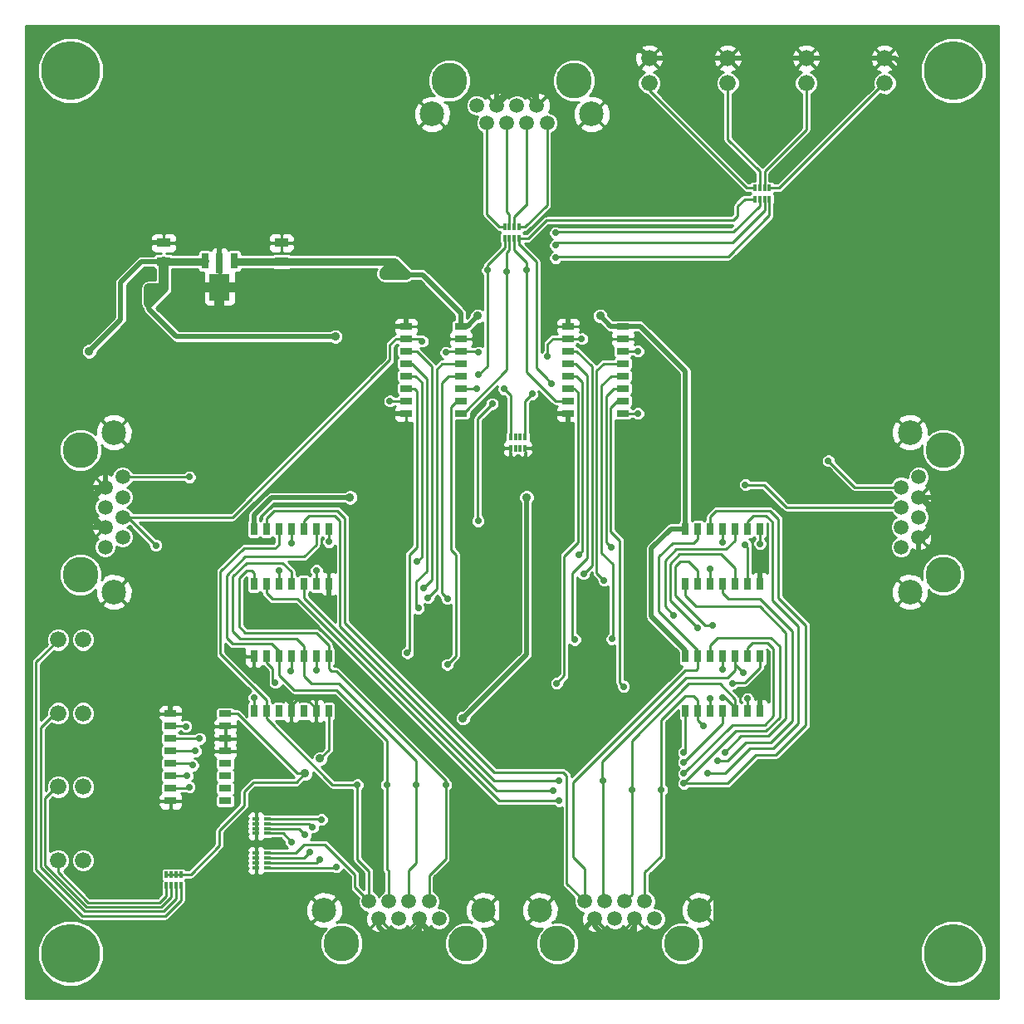
<source format=gtl>
G04 (created by PCBNEW (2013-07-07 BZR 4022)-stable) date 9/18/2013 12:44:27*
%MOIN*%
G04 Gerber Fmt 3.4, Leading zero omitted, Abs format*
%FSLAX34Y34*%
G01*
G70*
G90*
G04 APERTURE LIST*
%ADD10C,0.00590551*%
%ADD11C,0.1437*%
%ADD12C,0.0591*%
%ADD13C,0.0984252*%
%ADD14R,0.05X0.025*%
%ADD15R,0.025X0.05*%
%ADD16C,0.066*%
%ADD17R,0.0256X0.0118*%
%ADD18R,0.0118X0.0256*%
%ADD19C,0.23622*%
%ADD20R,0.055X0.035*%
%ADD21R,0.0276X0.063*%
%ADD22R,0.0276X0.0827*%
%ADD23R,0.0787X0.1083*%
%ADD24C,0.035*%
%ADD25C,0.0275591*%
%ADD26C,0.0393701*%
%ADD27C,0.019685*%
%ADD28C,0.0295276*%
%ADD29C,0.00984252*%
%ADD30C,0.01*%
G04 APERTURE END LIST*
G54D10*
G54D11*
X26515Y-44881D03*
X21515Y-44881D03*
G54D12*
X25421Y-43881D03*
X25019Y-43181D03*
X24618Y-43881D03*
X24216Y-43181D03*
X23814Y-43881D03*
X23413Y-43181D03*
X23011Y-43881D03*
X22610Y-43181D03*
G54D13*
X27216Y-43531D03*
X20814Y-43531D03*
G54D11*
X45669Y-25059D03*
X45669Y-30059D03*
G54D12*
X44669Y-26153D03*
X43968Y-26555D03*
X44669Y-26956D03*
X43968Y-27358D03*
X44669Y-27759D03*
X43968Y-28161D03*
X44669Y-28562D03*
X43968Y-28964D03*
G54D13*
X44318Y-24358D03*
X44318Y-30759D03*
G54D11*
X11023Y-30059D03*
X11023Y-25059D03*
G54D12*
X12023Y-28964D03*
X12724Y-28562D03*
X12023Y-28161D03*
X12724Y-27759D03*
X12023Y-27358D03*
X12724Y-26956D03*
X12023Y-26555D03*
X12724Y-26153D03*
G54D13*
X12374Y-30759D03*
X12374Y-24358D03*
G54D11*
X25846Y-10236D03*
X30846Y-10236D03*
G54D12*
X26940Y-11236D03*
X27342Y-11937D03*
X27744Y-11236D03*
X28145Y-11937D03*
X28547Y-11236D03*
X28948Y-11937D03*
X29350Y-11236D03*
X29751Y-11937D03*
G54D13*
X25145Y-11586D03*
X31547Y-11586D03*
G54D11*
X35177Y-44881D03*
X30177Y-44881D03*
G54D12*
X34082Y-43881D03*
X33681Y-43181D03*
X33279Y-43881D03*
X32877Y-43181D03*
X32476Y-43881D03*
X32074Y-43181D03*
X31673Y-43881D03*
X31271Y-43181D03*
G54D13*
X35877Y-43531D03*
X29476Y-43531D03*
G54D14*
X24096Y-20100D03*
X24096Y-20600D03*
X24096Y-21100D03*
X24096Y-21600D03*
X24096Y-22100D03*
X24096Y-22600D03*
X24096Y-23100D03*
X24096Y-23600D03*
X26296Y-23600D03*
X26296Y-23100D03*
X26296Y-22600D03*
X26296Y-22100D03*
X26296Y-21600D03*
X26296Y-21100D03*
X26296Y-20600D03*
X26296Y-20100D03*
X30592Y-20100D03*
X30592Y-20600D03*
X30592Y-21100D03*
X30592Y-21600D03*
X30592Y-22100D03*
X30592Y-22600D03*
X30592Y-23100D03*
X30592Y-23600D03*
X32792Y-23600D03*
X32792Y-23100D03*
X32792Y-22600D03*
X32792Y-22100D03*
X32792Y-21600D03*
X32792Y-21100D03*
X32792Y-20600D03*
X32792Y-20100D03*
G54D15*
X35311Y-35548D03*
X35811Y-35548D03*
X36311Y-35548D03*
X36811Y-35548D03*
X37311Y-35548D03*
X37811Y-35548D03*
X38311Y-35548D03*
X38311Y-33348D03*
X37811Y-33348D03*
X37311Y-33348D03*
X36811Y-33348D03*
X36311Y-33348D03*
X35811Y-33348D03*
X35311Y-33348D03*
X17988Y-30430D03*
X18488Y-30430D03*
X18988Y-30430D03*
X19488Y-30430D03*
X19988Y-30430D03*
X20488Y-30430D03*
X20988Y-30430D03*
X20988Y-28230D03*
X20488Y-28230D03*
X19988Y-28230D03*
X19488Y-28230D03*
X18988Y-28230D03*
X18488Y-28230D03*
X17988Y-28230D03*
X20988Y-33348D03*
X20488Y-33348D03*
X19988Y-33348D03*
X19488Y-33348D03*
X18988Y-33348D03*
X18488Y-33348D03*
X17988Y-33348D03*
X17988Y-35548D03*
X18488Y-35548D03*
X18988Y-35548D03*
X19488Y-35548D03*
X19988Y-35548D03*
X20488Y-35548D03*
X20988Y-35548D03*
X35311Y-30430D03*
X35811Y-30430D03*
X36311Y-30430D03*
X36811Y-30430D03*
X37311Y-30430D03*
X37811Y-30430D03*
X38311Y-30430D03*
X38311Y-28230D03*
X37811Y-28230D03*
X37311Y-28230D03*
X36811Y-28230D03*
X36311Y-28230D03*
X35811Y-28230D03*
X35311Y-28230D03*
G54D16*
X33858Y-10342D03*
X33858Y-9342D03*
X37007Y-10342D03*
X37007Y-9342D03*
X40157Y-10342D03*
X40157Y-9342D03*
X43307Y-10342D03*
X43307Y-9342D03*
G54D17*
X18535Y-41830D03*
X18535Y-41633D03*
X18535Y-41436D03*
X18535Y-41239D03*
X18082Y-41239D03*
X18082Y-41436D03*
X18082Y-41633D03*
X18082Y-41830D03*
X18535Y-40452D03*
X18535Y-40255D03*
X18535Y-40058D03*
X18535Y-39861D03*
X18082Y-39861D03*
X18082Y-40058D03*
X18082Y-40255D03*
X18082Y-40452D03*
G54D18*
X38090Y-14991D03*
X38287Y-14991D03*
X38484Y-14991D03*
X38681Y-14991D03*
X38681Y-14538D03*
X38484Y-14538D03*
X38287Y-14538D03*
X38090Y-14538D03*
X28051Y-16566D03*
X28248Y-16566D03*
X28445Y-16566D03*
X28642Y-16566D03*
X28642Y-16113D03*
X28445Y-16113D03*
X28248Y-16113D03*
X28051Y-16113D03*
G54D19*
X10629Y-9842D03*
X46062Y-9842D03*
X46062Y-45275D03*
X10629Y-45275D03*
G54D18*
X14468Y-42550D03*
X14665Y-42550D03*
X14862Y-42550D03*
X15059Y-42550D03*
X15059Y-42097D03*
X14862Y-42097D03*
X14665Y-42097D03*
X14468Y-42097D03*
G54D14*
X14648Y-35651D03*
X14648Y-36151D03*
X14648Y-36651D03*
X14648Y-37151D03*
X14648Y-37651D03*
X14648Y-38151D03*
X14648Y-38651D03*
X14648Y-39151D03*
X16848Y-39151D03*
X16848Y-38651D03*
X16848Y-38151D03*
X16848Y-37651D03*
X16848Y-37151D03*
X16848Y-36651D03*
X16848Y-36151D03*
X16848Y-35651D03*
G54D16*
X10129Y-32677D03*
X11129Y-32677D03*
X10129Y-35629D03*
X11129Y-35629D03*
X10129Y-38582D03*
X11129Y-38582D03*
X10129Y-41535D03*
X11129Y-41535D03*
G54D20*
X14370Y-17500D03*
X14370Y-16750D03*
X19094Y-17500D03*
X19094Y-16750D03*
G54D18*
X28287Y-24991D03*
X28484Y-24991D03*
X28681Y-24991D03*
X28878Y-24991D03*
X28878Y-24538D03*
X28681Y-24538D03*
X28484Y-24538D03*
X28287Y-24538D03*
G54D21*
X17205Y-17480D03*
G54D22*
X16614Y-17578D03*
G54D21*
X16023Y-17480D03*
G54D23*
X16614Y-18523D03*
G54D24*
X13779Y-18582D03*
X13779Y-19173D03*
X14370Y-18582D03*
X21259Y-20511D03*
X11377Y-21102D03*
G54D25*
X36300Y-29850D03*
X24545Y-29545D03*
X27559Y-23208D03*
X37716Y-28877D03*
X26988Y-27913D03*
X26929Y-22598D03*
X38300Y-28825D03*
X31025Y-29255D03*
X36800Y-28775D03*
X32325Y-28980D03*
X21300Y-41800D03*
X36900Y-37200D03*
X25684Y-38500D03*
X35250Y-37200D03*
X20650Y-41500D03*
X36600Y-37550D03*
X24503Y-38500D03*
X35250Y-37600D03*
X20250Y-41200D03*
X36200Y-38050D03*
X35250Y-38050D03*
X23322Y-38500D03*
X22140Y-38500D03*
X35250Y-38450D03*
X20700Y-39900D03*
X36400Y-32100D03*
X36050Y-36150D03*
X34345Y-38700D03*
X30250Y-39150D03*
X20350Y-40200D03*
X30000Y-38750D03*
X33164Y-38700D03*
X35800Y-32200D03*
X36800Y-35000D03*
X20050Y-40500D03*
X34850Y-31700D03*
X37650Y-34000D03*
X30250Y-38350D03*
X32000Y-38350D03*
X19500Y-40800D03*
X24150Y-33210D03*
X20500Y-33900D03*
X19475Y-33925D03*
X25755Y-33675D03*
X18850Y-34400D03*
X30140Y-34430D03*
X18000Y-35000D03*
X32830Y-34560D03*
X24585Y-31415D03*
X36300Y-35025D03*
X25760Y-31030D03*
X37800Y-35050D03*
X30865Y-32670D03*
X37200Y-34425D03*
X36800Y-33875D03*
X32370Y-32650D03*
X27007Y-21141D03*
X28031Y-22618D03*
X15260Y-36160D03*
X25700Y-21150D03*
X41050Y-25500D03*
X33400Y-21100D03*
X37716Y-26456D03*
X29763Y-21299D03*
X29153Y-22814D03*
X14060Y-28895D03*
X15815Y-36645D03*
X24750Y-20700D03*
X31150Y-20600D03*
X24800Y-30600D03*
X19000Y-29900D03*
X20500Y-29900D03*
X24970Y-31000D03*
X31225Y-30030D03*
X21000Y-28750D03*
X19500Y-28800D03*
X32045Y-30295D03*
G54D24*
X30000Y-25000D03*
X17850Y-42850D03*
X18075Y-39225D03*
X20350Y-36300D03*
X29900Y-23650D03*
X23050Y-23650D03*
X38150Y-34550D03*
X21000Y-31250D03*
X38300Y-29600D03*
G54D25*
X15395Y-38595D03*
X15650Y-37150D03*
X15540Y-37720D03*
X15310Y-38135D03*
X15400Y-26150D03*
X27007Y-22047D03*
X23450Y-23100D03*
X27362Y-17850D03*
X30100Y-17350D03*
X28149Y-17900D03*
X30100Y-16850D03*
X28937Y-17850D03*
X30100Y-16350D03*
X33400Y-23600D03*
X29950Y-22400D03*
G54D24*
X23622Y-17559D03*
X23228Y-18031D03*
X24094Y-18031D03*
X28937Y-26968D03*
X26377Y-35826D03*
X21850Y-26968D03*
X31889Y-19685D03*
X26968Y-19685D03*
X20650Y-37450D03*
X20050Y-38050D03*
G54D26*
X14370Y-18582D02*
X13779Y-18582D01*
X14370Y-18582D02*
X13779Y-19173D01*
X13779Y-19173D02*
X13779Y-18582D01*
G54D27*
X21259Y-20511D02*
X14881Y-20511D01*
X14881Y-20511D02*
X13779Y-19409D01*
X13779Y-19409D02*
X13779Y-19173D01*
G54D26*
X14370Y-17500D02*
X14370Y-18582D01*
G54D28*
X14370Y-17500D02*
X16002Y-17500D01*
X16002Y-17500D02*
X16023Y-17480D01*
G54D27*
X13483Y-17500D02*
X14370Y-17500D01*
X12637Y-18346D02*
X13483Y-17500D01*
X12637Y-19842D02*
X12637Y-18346D01*
X11377Y-21102D02*
X12637Y-19842D01*
G54D29*
X36300Y-29850D02*
X36311Y-29861D01*
X36311Y-30430D02*
X36311Y-29861D01*
X24718Y-29371D02*
X24718Y-28706D01*
X24545Y-29545D02*
X24718Y-29371D01*
X24096Y-22100D02*
X24469Y-22100D01*
X24718Y-22350D02*
X24718Y-28706D01*
X24469Y-22100D02*
X24718Y-22350D01*
X37811Y-28972D02*
X37716Y-28877D01*
X26988Y-27913D02*
X26968Y-27893D01*
X26968Y-27893D02*
X26968Y-23799D01*
X26968Y-23799D02*
X27559Y-23208D01*
X37811Y-30430D02*
X37811Y-28972D01*
X26927Y-22600D02*
X26296Y-22600D01*
X26929Y-22598D02*
X26927Y-22600D01*
X38311Y-28230D02*
X38311Y-28813D01*
X38300Y-28825D02*
X38311Y-28813D01*
X30925Y-22100D02*
X30592Y-22100D01*
X30925Y-22100D02*
X31177Y-22352D01*
X31177Y-22352D02*
X31177Y-29102D01*
X31177Y-29102D02*
X31025Y-29255D01*
X32792Y-22600D02*
X32426Y-22600D01*
X32426Y-22600D02*
X32127Y-22900D01*
X36800Y-28775D02*
X36811Y-28763D01*
X36811Y-28763D02*
X36811Y-28230D01*
X32127Y-28782D02*
X32127Y-22900D01*
X32325Y-28980D02*
X32127Y-28782D01*
X18535Y-41830D02*
X21269Y-41830D01*
X21269Y-41830D02*
X21300Y-41800D01*
X35311Y-30911D02*
X35311Y-30430D01*
X35750Y-31350D02*
X35311Y-30911D01*
X38300Y-31350D02*
X35750Y-31350D01*
X39350Y-32400D02*
X38300Y-31350D01*
X39350Y-35850D02*
X39350Y-32400D01*
X38650Y-36550D02*
X39350Y-35850D01*
X37550Y-36550D02*
X38650Y-36550D01*
X36900Y-37200D02*
X37550Y-36550D01*
X35311Y-35548D02*
X35311Y-37138D01*
X35250Y-37200D02*
X35311Y-37138D01*
X17400Y-32150D02*
X17400Y-30200D01*
X17650Y-32400D02*
X17400Y-32150D01*
X20988Y-33348D02*
X20988Y-32888D01*
X20988Y-32888D02*
X20500Y-32400D01*
X20500Y-32400D02*
X17650Y-32400D01*
X17988Y-29988D02*
X17988Y-30430D01*
X17900Y-29900D02*
X17988Y-29988D01*
X17700Y-29900D02*
X17900Y-29900D01*
X17400Y-30200D02*
X17700Y-29900D01*
X25684Y-41465D02*
X25684Y-38500D01*
X25684Y-38500D02*
X25684Y-38334D01*
X25684Y-38334D02*
X21300Y-33950D01*
X21300Y-33950D02*
X21100Y-33950D01*
X21100Y-33950D02*
X20988Y-33838D01*
X20988Y-33838D02*
X20988Y-33348D01*
X25019Y-43181D02*
X25019Y-42130D01*
X25019Y-42130D02*
X25684Y-41465D01*
X18535Y-41633D02*
X20516Y-41633D01*
X20516Y-41633D02*
X20650Y-41500D01*
X24500Y-41650D02*
X24500Y-39176D01*
X24503Y-39173D02*
X24503Y-38500D01*
X24500Y-39176D02*
X24503Y-39173D01*
X36811Y-30811D02*
X36811Y-30430D01*
X37050Y-31050D02*
X36811Y-30811D01*
X38300Y-31050D02*
X37050Y-31050D01*
X39600Y-32350D02*
X38300Y-31050D01*
X39600Y-35950D02*
X39600Y-32350D01*
X38750Y-36800D02*
X39600Y-35950D01*
X37750Y-36800D02*
X38750Y-36800D01*
X37000Y-37550D02*
X37750Y-36800D01*
X36600Y-37550D02*
X37000Y-37550D01*
X36811Y-35548D02*
X36811Y-36038D01*
X35250Y-37600D02*
X36811Y-36038D01*
X17150Y-32350D02*
X17150Y-30150D01*
X17450Y-32650D02*
X17150Y-32350D01*
X19988Y-33348D02*
X19988Y-32938D01*
X19988Y-32938D02*
X19700Y-32650D01*
X19700Y-32650D02*
X17450Y-32650D01*
X19488Y-29938D02*
X19488Y-30430D01*
X19150Y-29600D02*
X19488Y-29938D01*
X17700Y-29600D02*
X19150Y-29600D01*
X17150Y-30150D02*
X17700Y-29600D01*
X24503Y-38500D02*
X24503Y-37553D01*
X19988Y-34138D02*
X19988Y-33348D01*
X20300Y-34450D02*
X19988Y-34138D01*
X21400Y-34450D02*
X20300Y-34450D01*
X24503Y-37553D02*
X21400Y-34450D01*
X24216Y-41933D02*
X24216Y-43181D01*
X24500Y-41650D02*
X24216Y-41933D01*
X18535Y-41436D02*
X20013Y-41436D01*
X20013Y-41436D02*
X20250Y-41200D01*
X37811Y-27938D02*
X37811Y-28230D01*
X38050Y-27700D02*
X37811Y-27938D01*
X38550Y-27700D02*
X38050Y-27700D01*
X38800Y-27950D02*
X38550Y-27700D01*
X38800Y-31100D02*
X38800Y-27950D01*
X39850Y-32150D02*
X38800Y-31100D01*
X39850Y-36050D02*
X39850Y-32150D01*
X38850Y-37050D02*
X39850Y-36050D01*
X37900Y-37050D02*
X38850Y-37050D01*
X36900Y-38050D02*
X37900Y-37050D01*
X36200Y-38050D02*
X36900Y-38050D01*
X37811Y-32988D02*
X37811Y-33348D01*
X38000Y-32800D02*
X37811Y-32988D01*
X38600Y-32800D02*
X38000Y-32800D01*
X38850Y-33050D02*
X38600Y-32800D01*
X38850Y-35750D02*
X38850Y-33050D01*
X38500Y-36100D02*
X38850Y-35750D01*
X37200Y-36100D02*
X38500Y-36100D01*
X35250Y-38050D02*
X37200Y-36100D01*
X16900Y-32600D02*
X16900Y-30100D01*
X17150Y-32850D02*
X16900Y-32600D01*
X18988Y-33138D02*
X18700Y-32850D01*
X18988Y-33348D02*
X18988Y-33138D01*
X18700Y-32850D02*
X17150Y-32850D01*
X20488Y-28861D02*
X20488Y-28230D01*
X20000Y-29350D02*
X20488Y-28861D01*
X17650Y-29350D02*
X20000Y-29350D01*
X16900Y-30100D02*
X17650Y-29350D01*
X23322Y-41872D02*
X23322Y-38500D01*
X23322Y-38500D02*
X23322Y-36722D01*
X23322Y-36722D02*
X21300Y-34700D01*
X21300Y-34700D02*
X19600Y-34700D01*
X19600Y-34700D02*
X18988Y-34088D01*
X18988Y-34088D02*
X18988Y-33348D01*
X23413Y-41963D02*
X23413Y-43181D01*
X23322Y-41872D02*
X23413Y-41963D01*
X18535Y-41239D02*
X19660Y-41239D01*
X22050Y-42620D02*
X22610Y-43181D01*
X22050Y-42100D02*
X22050Y-42620D01*
X20850Y-40900D02*
X22050Y-42100D01*
X20000Y-40900D02*
X20850Y-40900D01*
X19660Y-41239D02*
X20000Y-40900D01*
X22140Y-38500D02*
X21150Y-38500D01*
X18488Y-35838D02*
X21150Y-38500D01*
X18488Y-35838D02*
X18488Y-35548D01*
X18488Y-35548D02*
X18488Y-35088D01*
X18488Y-35088D02*
X16650Y-33250D01*
X16650Y-33250D02*
X16650Y-29950D01*
X16650Y-29950D02*
X17600Y-29000D01*
X17600Y-29000D02*
X18850Y-29000D01*
X18850Y-29000D02*
X18988Y-28861D01*
X18988Y-28861D02*
X18988Y-28230D01*
X35250Y-38450D02*
X37000Y-38450D01*
X36311Y-27738D02*
X36311Y-28230D01*
X36550Y-27500D02*
X36311Y-27738D01*
X38700Y-27500D02*
X36550Y-27500D01*
X39050Y-27850D02*
X38700Y-27500D01*
X39050Y-31000D02*
X39050Y-27850D01*
X40150Y-32100D02*
X39050Y-31000D01*
X40150Y-36100D02*
X40150Y-32100D01*
X38950Y-37300D02*
X40150Y-36100D01*
X38150Y-37300D02*
X38950Y-37300D01*
X37000Y-38450D02*
X38150Y-37300D01*
X36311Y-32888D02*
X36311Y-33348D01*
X36600Y-32600D02*
X36311Y-32888D01*
X38750Y-32600D02*
X36600Y-32600D01*
X39100Y-32950D02*
X38750Y-32600D01*
X39100Y-35800D02*
X39100Y-32950D01*
X38550Y-36350D02*
X39100Y-35800D01*
X37350Y-36350D02*
X38550Y-36350D01*
X35250Y-38450D02*
X37350Y-36350D01*
X18488Y-35548D02*
X18488Y-35338D01*
X22140Y-41490D02*
X22140Y-38500D01*
X22610Y-41960D02*
X22610Y-43181D01*
X22140Y-41490D02*
X22610Y-41960D01*
X18535Y-39861D02*
X20661Y-39861D01*
X20661Y-39861D02*
X20700Y-39900D01*
X35811Y-35548D02*
X35811Y-35911D01*
X35811Y-29911D02*
X35811Y-30430D01*
X35450Y-29550D02*
X35811Y-29911D01*
X35100Y-29550D02*
X35450Y-29550D01*
X34900Y-29750D02*
X35100Y-29550D01*
X34900Y-30900D02*
X34900Y-29750D01*
X36100Y-32100D02*
X34900Y-30900D01*
X36400Y-32100D02*
X36100Y-32100D01*
X35811Y-35911D02*
X36050Y-36150D01*
X30250Y-39150D02*
X27850Y-39150D01*
X27850Y-39150D02*
X19750Y-31050D01*
X19750Y-31050D02*
X18750Y-31050D01*
X18750Y-31050D02*
X18488Y-30788D01*
X18488Y-30430D02*
X18488Y-30788D01*
X34345Y-39173D02*
X34345Y-38700D01*
X34345Y-38700D02*
X34345Y-35904D01*
X35811Y-35111D02*
X35811Y-35548D01*
X35650Y-34950D02*
X35811Y-35111D01*
X35300Y-34950D02*
X35650Y-34950D01*
X34345Y-35904D02*
X35300Y-34950D01*
X33681Y-43181D02*
X33681Y-42018D01*
X34345Y-41354D02*
X34345Y-39173D01*
X33681Y-42018D02*
X34345Y-41354D01*
X33164Y-38700D02*
X33164Y-42894D01*
X33164Y-42894D02*
X32877Y-43181D01*
X18535Y-40058D02*
X20208Y-40058D01*
X20208Y-40058D02*
X20350Y-40200D01*
X37311Y-35548D02*
X37311Y-35411D01*
X37311Y-29811D02*
X37311Y-30430D01*
X36750Y-29250D02*
X37311Y-29811D01*
X35077Y-29250D02*
X36750Y-29250D01*
X34700Y-29627D02*
X35077Y-29250D01*
X34700Y-31100D02*
X34700Y-29627D01*
X35800Y-32200D02*
X34700Y-31100D01*
X36900Y-35000D02*
X36800Y-35000D01*
X37311Y-35411D02*
X36900Y-35000D01*
X30000Y-38750D02*
X27750Y-38750D01*
X19988Y-30430D02*
X19988Y-30988D01*
X27750Y-38750D02*
X19988Y-30988D01*
X33164Y-38700D02*
X33164Y-36735D01*
X37311Y-35061D02*
X37311Y-35548D01*
X36700Y-34450D02*
X37311Y-35061D01*
X35450Y-34450D02*
X36700Y-34450D01*
X33164Y-36735D02*
X35450Y-34450D01*
X32000Y-38350D02*
X32000Y-43106D01*
X32000Y-43106D02*
X32074Y-43181D01*
X18535Y-40255D02*
X19805Y-40255D01*
X19805Y-40255D02*
X20050Y-40500D01*
X34500Y-31350D02*
X34500Y-29500D01*
X34500Y-29500D02*
X34950Y-29050D01*
X34950Y-29050D02*
X36950Y-29050D01*
X36950Y-29050D02*
X37311Y-28688D01*
X37311Y-28688D02*
X37311Y-28230D01*
X34850Y-31700D02*
X34500Y-31350D01*
X37311Y-33348D02*
X37311Y-33661D01*
X37311Y-33661D02*
X37650Y-34000D01*
X30250Y-38350D02*
X27650Y-38350D01*
X27650Y-38350D02*
X21450Y-32150D01*
X21450Y-32150D02*
X21450Y-27900D01*
X21450Y-27900D02*
X21250Y-27700D01*
X21250Y-27700D02*
X20200Y-27700D01*
X20200Y-27700D02*
X19988Y-27911D01*
X19988Y-28230D02*
X19988Y-27911D01*
X32000Y-38350D02*
X31983Y-38350D01*
X31983Y-38350D02*
X31983Y-37566D01*
X37311Y-33888D02*
X37311Y-33348D01*
X37000Y-34200D02*
X37311Y-33888D01*
X35350Y-34200D02*
X37000Y-34200D01*
X31983Y-37566D02*
X35350Y-34200D01*
X19152Y-40452D02*
X18535Y-40452D01*
X19500Y-40800D02*
X19152Y-40452D01*
X30550Y-38150D02*
X30550Y-42459D01*
X18488Y-28230D02*
X18488Y-27811D01*
X30550Y-38150D02*
X30400Y-38000D01*
X30400Y-38000D02*
X27650Y-38000D01*
X27650Y-38000D02*
X21650Y-32000D01*
X21650Y-32000D02*
X21650Y-27800D01*
X21650Y-27800D02*
X21350Y-27500D01*
X21350Y-27500D02*
X18800Y-27500D01*
X18800Y-27500D02*
X18488Y-27811D01*
X30550Y-42459D02*
X31271Y-43181D01*
X30800Y-39650D02*
X30800Y-39175D01*
X30800Y-39175D02*
X30802Y-39173D01*
X30802Y-41402D02*
X30802Y-39652D01*
X30802Y-41402D02*
X31271Y-41871D01*
X31271Y-43181D02*
X31271Y-41871D01*
X30802Y-39652D02*
X30800Y-39650D01*
X35811Y-33348D02*
X35811Y-33111D01*
X35811Y-28638D02*
X35811Y-28230D01*
X35650Y-28800D02*
X35811Y-28638D01*
X34800Y-28800D02*
X35650Y-28800D01*
X34250Y-29350D02*
X34800Y-28800D01*
X34250Y-31550D02*
X34250Y-29350D01*
X35811Y-33111D02*
X34250Y-31550D01*
X35811Y-33838D02*
X35811Y-33348D01*
X30802Y-38397D02*
X35300Y-33900D01*
X30802Y-39173D02*
X30802Y-38397D01*
X35300Y-33900D02*
X35750Y-33900D01*
X35750Y-33900D02*
X35811Y-33838D01*
X24419Y-22600D02*
X24518Y-22700D01*
X24419Y-22600D02*
X24096Y-22600D01*
X24518Y-28966D02*
X24518Y-22700D01*
X24225Y-29260D02*
X24518Y-28966D01*
X24225Y-33135D02*
X24225Y-29260D01*
X24150Y-33210D02*
X24225Y-33135D01*
X20488Y-33888D02*
X20488Y-33348D01*
X20500Y-33900D02*
X20488Y-33888D01*
X25893Y-23325D02*
X25893Y-29060D01*
X26296Y-23100D02*
X26118Y-23100D01*
X26118Y-23100D02*
X25893Y-23325D01*
X19475Y-33925D02*
X19488Y-33911D01*
X19488Y-33911D02*
X19488Y-33348D01*
X26090Y-29256D02*
X25893Y-29060D01*
X26090Y-33340D02*
X26090Y-29256D01*
X25755Y-33675D02*
X26090Y-33340D01*
X18750Y-34300D02*
X18850Y-34400D01*
X18750Y-33850D02*
X18750Y-34300D01*
X18488Y-33588D02*
X18750Y-33850D01*
X18488Y-33348D02*
X18488Y-33588D01*
X30450Y-29325D02*
X31000Y-28775D01*
X30450Y-34120D02*
X30450Y-29325D01*
X30140Y-34430D02*
X30450Y-34120D01*
X31000Y-28775D02*
X31000Y-22750D01*
X30850Y-22600D02*
X31000Y-22750D01*
X30592Y-22600D02*
X30850Y-22600D01*
X18000Y-35000D02*
X17988Y-35011D01*
X17988Y-35548D02*
X17988Y-35011D01*
X32680Y-28705D02*
X32304Y-28329D01*
X32680Y-34410D02*
X32680Y-28705D01*
X32830Y-34560D02*
X32680Y-34410D01*
X32304Y-26150D02*
X32304Y-28329D01*
X32304Y-24300D02*
X32304Y-26150D01*
X32304Y-23375D02*
X32304Y-24300D01*
X32578Y-23100D02*
X32304Y-23375D01*
X32578Y-23100D02*
X32792Y-23100D01*
X24918Y-29926D02*
X24918Y-29050D01*
X24505Y-30340D02*
X24918Y-29926D01*
X24505Y-31335D02*
X24505Y-30340D01*
X24585Y-31415D02*
X24505Y-31335D01*
X36311Y-35036D02*
X36311Y-35548D01*
X36300Y-35025D02*
X36311Y-35036D01*
X24319Y-21600D02*
X24918Y-22200D01*
X24096Y-21600D02*
X24319Y-21600D01*
X24918Y-22200D02*
X24918Y-29050D01*
X25518Y-28143D02*
X25518Y-30788D01*
X25795Y-22100D02*
X25518Y-22377D01*
X25518Y-22377D02*
X25518Y-28143D01*
X25795Y-22100D02*
X26296Y-22100D01*
X25760Y-31030D02*
X25518Y-30788D01*
X37800Y-35050D02*
X37811Y-35061D01*
X37811Y-35061D02*
X37811Y-35548D01*
X30900Y-21600D02*
X30592Y-21600D01*
X30900Y-21600D02*
X31375Y-22075D01*
X31375Y-29415D02*
X31375Y-22075D01*
X30780Y-30010D02*
X31375Y-29415D01*
X30780Y-32585D02*
X30780Y-30010D01*
X30865Y-32670D02*
X30780Y-32585D01*
X38311Y-33348D02*
X38311Y-33788D01*
X37700Y-34400D02*
X38311Y-33788D01*
X37225Y-34400D02*
X37700Y-34400D01*
X37225Y-34400D02*
X37200Y-34425D01*
X36811Y-33348D02*
X36811Y-33863D01*
X36800Y-33875D02*
X36811Y-33863D01*
X32326Y-22100D02*
X31950Y-22477D01*
X32326Y-22100D02*
X32792Y-22100D01*
X31950Y-29190D02*
X31950Y-22477D01*
X32400Y-29640D02*
X31950Y-29190D01*
X32400Y-32620D02*
X32400Y-29640D01*
X32370Y-32650D02*
X32400Y-32620D01*
X28287Y-24538D02*
X28287Y-22874D01*
X26966Y-21100D02*
X26296Y-21100D01*
X27007Y-21141D02*
X26966Y-21100D01*
X28287Y-22874D02*
X28031Y-22618D01*
X14648Y-36151D02*
X15251Y-36151D01*
X15251Y-36151D02*
X15260Y-36160D01*
X25749Y-21100D02*
X26296Y-21100D01*
X25700Y-21150D02*
X25749Y-21100D01*
X32792Y-21100D02*
X33399Y-21100D01*
X33400Y-21100D02*
X33399Y-21100D01*
X42105Y-26555D02*
X43968Y-26555D01*
X41050Y-25500D02*
X42105Y-26555D01*
X42204Y-27358D02*
X39366Y-27358D01*
X38464Y-26456D02*
X37716Y-26456D01*
X39366Y-27358D02*
X38464Y-26456D01*
X28878Y-24538D02*
X28878Y-23089D01*
X29990Y-20600D02*
X30592Y-20600D01*
X29783Y-20807D02*
X29990Y-20600D01*
X29783Y-21279D02*
X29783Y-20807D01*
X29763Y-21299D02*
X29783Y-21279D01*
X28878Y-23089D02*
X29153Y-22814D01*
X14648Y-36651D02*
X15808Y-36651D01*
X12924Y-27759D02*
X14060Y-28895D01*
X12924Y-27759D02*
X12724Y-27759D01*
X15808Y-36651D02*
X15815Y-36645D01*
X24096Y-20600D02*
X24650Y-20600D01*
X24650Y-20600D02*
X24750Y-20700D01*
X12724Y-27759D02*
X17140Y-27759D01*
X23699Y-20600D02*
X24096Y-20600D01*
X23450Y-20850D02*
X23699Y-20600D01*
X23450Y-21450D02*
X23450Y-20850D01*
X17140Y-27759D02*
X23450Y-21450D01*
X30592Y-20600D02*
X31149Y-20600D01*
X31150Y-20600D02*
X31149Y-20600D01*
X42204Y-27358D02*
X43968Y-27358D01*
X18988Y-30430D02*
X18988Y-29911D01*
X19000Y-29900D02*
X18988Y-29911D01*
X24800Y-30600D02*
X25118Y-30281D01*
X25118Y-21700D02*
X25118Y-30281D01*
X24519Y-21100D02*
X25118Y-21700D01*
X24096Y-21100D02*
X24519Y-21100D01*
X25318Y-30500D02*
X25318Y-30651D01*
X20500Y-29900D02*
X20488Y-29911D01*
X20488Y-29911D02*
X20488Y-30430D01*
X25318Y-30651D02*
X24970Y-31000D01*
X25318Y-30500D02*
X25318Y-21827D01*
X25545Y-21600D02*
X25318Y-21827D01*
X26296Y-21600D02*
X25545Y-21600D01*
X30592Y-21100D02*
X30950Y-21100D01*
X31552Y-21702D02*
X31552Y-29702D01*
X30950Y-21100D02*
X31552Y-21702D01*
X31225Y-30030D02*
X31552Y-29702D01*
X21000Y-28750D02*
X20988Y-28738D01*
X20988Y-28738D02*
X20988Y-28230D01*
X19500Y-28800D02*
X19488Y-28788D01*
X19488Y-28230D02*
X19488Y-28788D01*
X32045Y-30295D02*
X31750Y-30000D01*
X31750Y-30000D02*
X31750Y-21875D01*
X32792Y-21600D02*
X32024Y-21600D01*
X32024Y-21600D02*
X31750Y-21875D01*
G54D27*
X17893Y-18523D02*
X22854Y-18523D01*
X22854Y-18523D02*
X23622Y-19291D01*
G54D26*
X16614Y-18523D02*
X16614Y-19724D01*
X16614Y-18523D02*
X17893Y-18523D01*
X17893Y-18523D02*
X17913Y-18543D01*
X16614Y-18523D02*
X15452Y-18523D01*
X15452Y-18523D02*
X15433Y-18503D01*
G54D27*
X16614Y-17578D02*
X16614Y-15078D01*
X16732Y-14960D02*
X23228Y-8464D01*
X23228Y-8464D02*
X25787Y-8464D01*
X25787Y-8464D02*
X27744Y-10421D01*
X27744Y-10421D02*
X27744Y-11236D01*
X16614Y-15078D02*
X16732Y-14960D01*
X40748Y-35951D02*
X40748Y-35944D01*
X44669Y-28562D02*
X44669Y-29230D01*
X43285Y-30614D02*
X44669Y-29230D01*
X40748Y-35951D02*
X36550Y-40150D01*
X33279Y-44929D02*
X33279Y-43881D01*
X33279Y-44929D02*
X34350Y-46000D01*
X34350Y-46000D02*
X35450Y-46000D01*
X35450Y-46000D02*
X36550Y-44900D01*
X36550Y-44900D02*
X36550Y-40150D01*
X43285Y-33407D02*
X43285Y-30614D01*
X40748Y-35944D02*
X43285Y-33407D01*
G54D29*
X29133Y-25866D02*
X29448Y-25866D01*
X29133Y-25866D02*
X27598Y-25866D01*
X27598Y-25866D02*
X27362Y-25629D01*
X27362Y-25629D02*
X27362Y-25354D01*
X27362Y-25354D02*
X27724Y-24991D01*
X28287Y-24991D02*
X27724Y-24991D01*
X30000Y-25314D02*
X30000Y-25000D01*
X29448Y-25866D02*
X30000Y-25314D01*
X28878Y-24991D02*
X29991Y-24991D01*
G54D27*
X30592Y-24407D02*
X30592Y-23600D01*
X30000Y-25000D02*
X30592Y-24407D01*
G54D29*
X29991Y-24991D02*
X30000Y-25000D01*
G54D27*
X12023Y-28161D02*
X10708Y-28161D01*
X14648Y-35201D02*
X14648Y-35651D01*
X16245Y-33605D02*
X14648Y-35201D01*
X16245Y-32415D02*
X16245Y-33605D01*
X15480Y-31650D02*
X16245Y-32415D01*
X12070Y-31650D02*
X15480Y-31650D01*
X11570Y-31150D02*
X12070Y-31650D01*
X10300Y-31150D02*
X11570Y-31150D01*
X9820Y-30670D02*
X10300Y-31150D01*
X9820Y-29050D02*
X9820Y-30670D01*
X10708Y-28161D02*
X9820Y-29050D01*
G54D29*
X14648Y-39151D02*
X15488Y-39151D01*
X16258Y-37151D02*
X16848Y-37151D01*
X15840Y-37570D02*
X16258Y-37151D01*
X15840Y-38800D02*
X15840Y-37570D01*
X15488Y-39151D02*
X15840Y-38800D01*
X14648Y-35651D02*
X15361Y-35651D01*
X15361Y-35651D02*
X15861Y-36151D01*
X15861Y-36151D02*
X16848Y-36151D01*
X16848Y-36651D02*
X16848Y-36151D01*
X16848Y-37151D02*
X16848Y-36651D01*
G54D27*
X12023Y-26555D02*
X10610Y-26555D01*
X13170Y-16750D02*
X14370Y-16750D01*
X9842Y-20078D02*
X13170Y-16750D01*
X9842Y-25787D02*
X9842Y-20078D01*
X10610Y-26555D02*
X9842Y-25787D01*
X24096Y-19766D02*
X24096Y-20100D01*
X23622Y-19291D02*
X24096Y-19766D01*
X12023Y-26555D02*
X11874Y-26555D01*
X11811Y-28161D02*
X12023Y-28161D01*
X11260Y-27610D02*
X11811Y-28161D01*
X11260Y-27170D02*
X11260Y-27610D01*
X11874Y-26555D02*
X11260Y-27170D01*
X30592Y-20100D02*
X30592Y-19307D01*
X43950Y-9985D02*
X43307Y-9342D01*
X43950Y-14350D02*
X43950Y-9985D01*
X39800Y-18500D02*
X43950Y-14350D01*
X31400Y-18500D02*
X39800Y-18500D01*
X30592Y-19307D02*
X31400Y-18500D01*
X43307Y-9342D02*
X43742Y-9342D01*
X43742Y-9342D02*
X44300Y-9900D01*
X44300Y-9900D02*
X44300Y-21000D01*
X44300Y-21000D02*
X46850Y-23550D01*
X46850Y-23550D02*
X46850Y-25650D01*
X46850Y-25650D02*
X45543Y-26956D01*
X45543Y-26956D02*
X44669Y-26956D01*
X40157Y-9342D02*
X43307Y-9342D01*
X37007Y-9342D02*
X40157Y-9342D01*
X33858Y-9342D02*
X37007Y-9342D01*
X29350Y-11236D02*
X29350Y-9799D01*
X33565Y-9050D02*
X33858Y-9342D01*
X30100Y-9050D02*
X33565Y-9050D01*
X29350Y-9799D02*
X30100Y-9050D01*
G54D29*
X18082Y-41830D02*
X18082Y-42617D01*
X18082Y-42617D02*
X17850Y-42850D01*
X18082Y-41633D02*
X18082Y-41830D01*
X18082Y-41436D02*
X18082Y-41633D01*
X18082Y-41239D02*
X18082Y-41436D01*
X18082Y-40452D02*
X18082Y-41239D01*
X18082Y-40255D02*
X18082Y-40452D01*
X18082Y-40058D02*
X18082Y-40255D01*
X18082Y-39861D02*
X18082Y-40058D01*
X18082Y-39861D02*
X18082Y-39232D01*
X18082Y-39232D02*
X18075Y-39225D01*
X20350Y-36300D02*
X20350Y-36150D01*
X20488Y-36011D02*
X20488Y-35548D01*
X20350Y-36150D02*
X20488Y-36011D01*
X17988Y-33348D02*
X17988Y-34038D01*
X19488Y-35288D02*
X19488Y-35548D01*
X19150Y-34950D02*
X19488Y-35288D01*
X18900Y-34950D02*
X19150Y-34950D01*
X17988Y-34038D02*
X18900Y-34950D01*
X19488Y-35548D02*
X19488Y-35311D01*
X19488Y-35311D02*
X19700Y-35100D01*
X19700Y-35100D02*
X20150Y-35100D01*
X20150Y-35100D02*
X20488Y-35438D01*
X20488Y-35438D02*
X20488Y-35548D01*
X32792Y-20600D02*
X31850Y-20600D01*
X31350Y-20100D02*
X30592Y-20100D01*
X31850Y-20600D02*
X31350Y-20100D01*
X24096Y-20100D02*
X24800Y-20100D01*
X25300Y-20600D02*
X26296Y-20600D01*
X24800Y-20100D02*
X25300Y-20600D01*
G54D27*
X30592Y-23600D02*
X29949Y-23600D01*
X29949Y-23600D02*
X29900Y-23650D01*
X23050Y-23650D02*
X23099Y-23600D01*
X23099Y-23600D02*
X24096Y-23600D01*
X38311Y-35548D02*
X38311Y-34711D01*
X38311Y-34711D02*
X38150Y-34550D01*
X24618Y-43881D02*
X24618Y-45618D01*
X31350Y-44205D02*
X31673Y-43881D01*
X31350Y-45350D02*
X31350Y-44205D01*
X30200Y-46500D02*
X31350Y-45350D01*
X25500Y-46500D02*
X30200Y-46500D01*
X24618Y-45618D02*
X25500Y-46500D01*
X24618Y-43881D02*
X24618Y-44018D01*
X26284Y-41334D02*
X27950Y-43000D01*
X27950Y-43000D02*
X27950Y-45300D01*
X27950Y-45300D02*
X27200Y-46050D01*
X27200Y-46050D02*
X25800Y-46050D01*
X26284Y-41334D02*
X26284Y-39173D01*
X25300Y-45550D02*
X25800Y-46050D01*
X25300Y-44700D02*
X25300Y-45550D01*
X24618Y-44018D02*
X25300Y-44700D01*
X20988Y-30430D02*
X20988Y-31238D01*
X20988Y-31238D02*
X21000Y-31250D01*
X31673Y-43881D02*
X31673Y-44173D01*
X33279Y-44220D02*
X33279Y-43881D01*
X32900Y-44600D02*
X33279Y-44220D01*
X32100Y-44600D02*
X32900Y-44600D01*
X31673Y-44173D02*
X32100Y-44600D01*
X23011Y-43881D02*
X23011Y-44211D01*
X24618Y-44181D02*
X24618Y-43881D01*
X24150Y-44650D02*
X24618Y-44181D01*
X23450Y-44650D02*
X24150Y-44650D01*
X23011Y-44211D02*
X23450Y-44650D01*
X12023Y-26555D02*
X12023Y-25776D01*
X12023Y-25776D02*
X12400Y-25400D01*
X12400Y-25400D02*
X18100Y-25400D01*
X18100Y-25400D02*
X23399Y-20100D01*
X23399Y-20100D02*
X24096Y-20100D01*
X38311Y-30430D02*
X38311Y-29611D01*
X38311Y-29611D02*
X38300Y-29600D01*
X27744Y-11236D02*
X27744Y-11105D01*
X27744Y-11105D02*
X28300Y-10550D01*
X28300Y-10550D02*
X28900Y-10550D01*
X28900Y-10550D02*
X29350Y-11000D01*
X29350Y-11000D02*
X29350Y-11236D01*
X44669Y-26956D02*
X44806Y-26956D01*
X44937Y-28562D02*
X44669Y-28562D01*
X45350Y-28150D02*
X44937Y-28562D01*
X45350Y-27500D02*
X45350Y-28150D01*
X44806Y-26956D02*
X45350Y-27500D01*
G54D29*
X15338Y-38651D02*
X14648Y-38651D01*
X15395Y-38595D02*
X15338Y-38651D01*
X10129Y-41535D02*
X10129Y-42019D01*
X14468Y-42966D02*
X14468Y-42550D01*
X14210Y-43225D02*
X14468Y-42966D01*
X11335Y-43225D02*
X14210Y-43225D01*
X10129Y-42019D02*
X11335Y-43225D01*
X10129Y-38582D02*
X10062Y-38582D01*
X14665Y-43019D02*
X14665Y-42550D01*
X14283Y-43402D02*
X14665Y-43019D01*
X11261Y-43402D02*
X14283Y-43402D01*
X9605Y-41745D02*
X11261Y-43402D01*
X9605Y-39040D02*
X9605Y-41745D01*
X10062Y-38582D02*
X9605Y-39040D01*
X10129Y-35629D02*
X9995Y-35629D01*
X14862Y-43073D02*
X14862Y-42550D01*
X14356Y-43579D02*
X14862Y-43073D01*
X11188Y-43579D02*
X14356Y-43579D01*
X9427Y-41818D02*
X11188Y-43579D01*
X9427Y-36197D02*
X9427Y-41818D01*
X9995Y-35629D02*
X9427Y-36197D01*
X28642Y-16113D02*
X28862Y-16113D01*
X29751Y-15223D02*
X29751Y-11937D01*
X28862Y-16113D02*
X29751Y-15223D01*
X28051Y-16113D02*
X27845Y-16113D01*
X27342Y-15610D02*
X27342Y-11937D01*
X27845Y-16113D02*
X27342Y-15610D01*
X28145Y-15247D02*
X28145Y-15495D01*
X28248Y-15598D02*
X28248Y-16113D01*
X28145Y-15495D02*
X28248Y-15598D01*
X28145Y-11937D02*
X28145Y-15247D01*
X28937Y-15250D02*
X28900Y-15250D01*
X28445Y-15704D02*
X28445Y-16113D01*
X28900Y-15250D02*
X28445Y-15704D01*
X28937Y-15250D02*
X28937Y-11948D01*
X28937Y-11948D02*
X28948Y-11937D01*
X15648Y-37151D02*
X14648Y-37151D01*
X15650Y-37150D02*
X15648Y-37151D01*
X15471Y-37651D02*
X14648Y-37651D01*
X15540Y-37720D02*
X15471Y-37651D01*
X15293Y-38151D02*
X14648Y-38151D01*
X15310Y-38135D02*
X15293Y-38151D01*
X10129Y-32677D02*
X10129Y-32695D01*
X15059Y-43126D02*
X15059Y-42550D01*
X14430Y-43756D02*
X15059Y-43126D01*
X11114Y-43756D02*
X14430Y-43756D01*
X9250Y-41892D02*
X11114Y-43756D01*
X9250Y-33574D02*
X9250Y-41892D01*
X10129Y-32695D02*
X9250Y-33574D01*
X12724Y-26153D02*
X15396Y-26153D01*
X15396Y-26153D02*
X15400Y-26150D01*
X37007Y-10342D02*
X37007Y-12598D01*
X37007Y-12598D02*
X38287Y-13878D01*
X38287Y-13878D02*
X38287Y-14538D01*
X38090Y-14538D02*
X37767Y-14538D01*
X33858Y-10629D02*
X33858Y-10342D01*
X37767Y-14538D02*
X33858Y-10629D01*
X38681Y-14538D02*
X39083Y-14538D01*
X43279Y-10342D02*
X43307Y-10342D01*
X39083Y-14538D02*
X43279Y-10342D01*
X40157Y-10342D02*
X40157Y-12204D01*
X38484Y-13877D02*
X38484Y-14538D01*
X40157Y-12204D02*
X38484Y-13877D01*
X27362Y-21692D02*
X27007Y-22047D01*
X27362Y-17850D02*
X27362Y-21692D01*
X23450Y-23100D02*
X24096Y-23100D01*
X23450Y-23100D02*
X23450Y-23100D01*
X38681Y-14991D02*
X38681Y-15648D01*
X30100Y-17350D02*
X30150Y-17300D01*
X30150Y-17300D02*
X37030Y-17300D01*
X37030Y-17300D02*
X38681Y-15648D01*
X27362Y-17850D02*
X27362Y-17637D01*
X28051Y-16948D02*
X28051Y-16566D01*
X27362Y-17637D02*
X28051Y-16948D01*
X38484Y-14991D02*
X38484Y-15452D01*
X30100Y-16850D02*
X30200Y-16750D01*
X30200Y-16750D02*
X37187Y-16750D01*
X37187Y-16750D02*
X38484Y-15452D01*
X28149Y-21850D02*
X28149Y-17900D01*
X28149Y-17900D02*
X28149Y-17150D01*
X26296Y-23600D02*
X26399Y-23600D01*
X26399Y-23600D02*
X28149Y-21850D01*
X28248Y-17051D02*
X28248Y-16566D01*
X28149Y-17150D02*
X28248Y-17051D01*
X38287Y-14991D02*
X38287Y-15255D01*
X37243Y-16300D02*
X38287Y-15255D01*
X30150Y-16300D02*
X37243Y-16300D01*
X30100Y-16350D02*
X30150Y-16300D01*
X28937Y-21937D02*
X28937Y-17850D01*
X28937Y-17850D02*
X28937Y-17537D01*
X30592Y-23100D02*
X30100Y-23100D01*
X30100Y-23100D02*
X28937Y-21937D01*
X28445Y-17045D02*
X28445Y-16566D01*
X28937Y-17537D02*
X28445Y-17045D01*
X28642Y-16842D02*
X28653Y-16842D01*
X33399Y-23600D02*
X33400Y-23600D01*
X29950Y-22400D02*
X29724Y-22174D01*
X32792Y-23600D02*
X33399Y-23600D01*
X28642Y-16842D02*
X28642Y-16566D01*
X29330Y-21780D02*
X29724Y-22174D01*
X29330Y-17519D02*
X29330Y-21780D01*
X28653Y-16842D02*
X29330Y-17519D01*
X38090Y-14991D02*
X37685Y-14991D01*
X29009Y-16566D02*
X29724Y-15851D01*
X29724Y-15851D02*
X37231Y-15851D01*
X29009Y-16566D02*
X28642Y-16566D01*
X37401Y-15681D02*
X37231Y-15851D01*
X37401Y-15275D02*
X37401Y-15681D01*
X37685Y-14991D02*
X37401Y-15275D01*
G54D26*
X23228Y-18031D02*
X23228Y-17952D01*
X24094Y-18031D02*
X23622Y-17559D01*
X23228Y-18031D02*
X24094Y-18031D01*
X23228Y-17952D02*
X23622Y-17559D01*
G54D27*
X26296Y-20100D02*
X26296Y-19564D01*
X26296Y-19564D02*
X24763Y-18031D01*
X24763Y-18031D02*
X24094Y-18031D01*
G54D28*
X19094Y-17500D02*
X23563Y-17500D01*
X23563Y-17500D02*
X23622Y-17559D01*
X19094Y-17500D02*
X17225Y-17500D01*
X17225Y-17500D02*
X17205Y-17480D01*
G54D29*
X16848Y-35651D02*
X17331Y-35651D01*
X19730Y-38050D02*
X20050Y-38050D01*
X17331Y-35651D02*
X19730Y-38050D01*
X17605Y-39335D02*
X17605Y-38770D01*
X17965Y-38410D02*
X19690Y-38410D01*
X20050Y-38050D02*
X19690Y-38410D01*
X16605Y-40335D02*
X17605Y-39335D01*
X15452Y-42097D02*
X15059Y-42097D01*
X15452Y-42097D02*
X16605Y-40945D01*
X16605Y-40945D02*
X16605Y-40335D01*
X17605Y-38770D02*
X17965Y-38410D01*
G54D27*
X28937Y-33267D02*
X28937Y-26968D01*
X26377Y-35826D02*
X28937Y-33267D01*
X17988Y-28230D02*
X17988Y-27681D01*
X17988Y-27681D02*
X18700Y-26968D01*
X18700Y-26968D02*
X21850Y-26968D01*
X26296Y-20100D02*
X26553Y-20100D01*
X32305Y-20100D02*
X32792Y-20100D01*
X31889Y-19685D02*
X32305Y-20100D01*
X26553Y-20100D02*
X26968Y-19685D01*
G54D29*
X14862Y-42097D02*
X15059Y-42097D01*
X14665Y-42097D02*
X14862Y-42097D01*
X14468Y-42097D02*
X14665Y-42097D01*
X20988Y-37111D02*
X20650Y-37450D01*
X20988Y-35548D02*
X20988Y-37111D01*
G54D27*
X35311Y-33348D02*
X35311Y-33111D01*
X34719Y-28230D02*
X35311Y-28230D01*
X33950Y-29000D02*
X34719Y-28230D01*
X33950Y-31750D02*
X33950Y-29000D01*
X35311Y-33111D02*
X33950Y-31750D01*
X32792Y-20100D02*
X33500Y-20100D01*
X33500Y-20100D02*
X35311Y-21911D01*
X35311Y-21911D02*
X35311Y-28230D01*
G54D10*
G36*
X21252Y-31972D02*
X20185Y-30906D01*
X20185Y-30811D01*
X20197Y-30806D01*
X20238Y-30765D01*
X20279Y-30806D01*
X20333Y-30829D01*
X20392Y-30829D01*
X20642Y-30829D01*
X20653Y-30824D01*
X20721Y-30892D01*
X20813Y-30930D01*
X20916Y-30930D01*
X20979Y-30868D01*
X20979Y-30439D01*
X20971Y-30439D01*
X20971Y-30421D01*
X20979Y-30421D01*
X20979Y-29993D01*
X20916Y-29930D01*
X20813Y-29930D01*
X20786Y-29942D01*
X20786Y-29843D01*
X20742Y-29738D01*
X20662Y-29657D01*
X20557Y-29613D01*
X20443Y-29613D01*
X20338Y-29657D01*
X20257Y-29737D01*
X20213Y-29842D01*
X20213Y-29956D01*
X20257Y-30061D01*
X20264Y-30069D01*
X20238Y-30095D01*
X20197Y-30054D01*
X20142Y-30032D01*
X20083Y-30032D01*
X19833Y-30032D01*
X19779Y-30054D01*
X19738Y-30095D01*
X19697Y-30054D01*
X19685Y-30050D01*
X19685Y-29938D01*
X19670Y-29862D01*
X19670Y-29862D01*
X19627Y-29798D01*
X19627Y-29798D01*
X19377Y-29547D01*
X19999Y-29547D01*
X20000Y-29547D01*
X20000Y-29547D01*
X20075Y-29532D01*
X20139Y-29489D01*
X20627Y-29001D01*
X20627Y-29001D01*
X20627Y-29001D01*
X20670Y-28937D01*
X20670Y-28937D01*
X20682Y-28876D01*
X20685Y-28861D01*
X20685Y-28861D01*
X20685Y-28861D01*
X20685Y-28611D01*
X20697Y-28606D01*
X20738Y-28565D01*
X20758Y-28586D01*
X20757Y-28587D01*
X20713Y-28692D01*
X20713Y-28806D01*
X20757Y-28911D01*
X20837Y-28992D01*
X20942Y-29036D01*
X21056Y-29036D01*
X21161Y-28992D01*
X21242Y-28912D01*
X21252Y-28888D01*
X21252Y-29967D01*
X21162Y-29930D01*
X21059Y-29930D01*
X20997Y-29993D01*
X20997Y-30421D01*
X21005Y-30421D01*
X21005Y-30439D01*
X20997Y-30439D01*
X20997Y-30868D01*
X21059Y-30930D01*
X21162Y-30930D01*
X21252Y-30893D01*
X21252Y-31972D01*
X21252Y-31972D01*
G37*
G54D30*
X21252Y-31972D02*
X20185Y-30906D01*
X20185Y-30811D01*
X20197Y-30806D01*
X20238Y-30765D01*
X20279Y-30806D01*
X20333Y-30829D01*
X20392Y-30829D01*
X20642Y-30829D01*
X20653Y-30824D01*
X20721Y-30892D01*
X20813Y-30930D01*
X20916Y-30930D01*
X20979Y-30868D01*
X20979Y-30439D01*
X20971Y-30439D01*
X20971Y-30421D01*
X20979Y-30421D01*
X20979Y-29993D01*
X20916Y-29930D01*
X20813Y-29930D01*
X20786Y-29942D01*
X20786Y-29843D01*
X20742Y-29738D01*
X20662Y-29657D01*
X20557Y-29613D01*
X20443Y-29613D01*
X20338Y-29657D01*
X20257Y-29737D01*
X20213Y-29842D01*
X20213Y-29956D01*
X20257Y-30061D01*
X20264Y-30069D01*
X20238Y-30095D01*
X20197Y-30054D01*
X20142Y-30032D01*
X20083Y-30032D01*
X19833Y-30032D01*
X19779Y-30054D01*
X19738Y-30095D01*
X19697Y-30054D01*
X19685Y-30050D01*
X19685Y-29938D01*
X19670Y-29862D01*
X19670Y-29862D01*
X19627Y-29798D01*
X19627Y-29798D01*
X19377Y-29547D01*
X19999Y-29547D01*
X20000Y-29547D01*
X20000Y-29547D01*
X20075Y-29532D01*
X20139Y-29489D01*
X20627Y-29001D01*
X20627Y-29001D01*
X20627Y-29001D01*
X20670Y-28937D01*
X20670Y-28937D01*
X20682Y-28876D01*
X20685Y-28861D01*
X20685Y-28861D01*
X20685Y-28861D01*
X20685Y-28611D01*
X20697Y-28606D01*
X20738Y-28565D01*
X20758Y-28586D01*
X20757Y-28587D01*
X20713Y-28692D01*
X20713Y-28806D01*
X20757Y-28911D01*
X20837Y-28992D01*
X20942Y-29036D01*
X21056Y-29036D01*
X21161Y-28992D01*
X21242Y-28912D01*
X21252Y-28888D01*
X21252Y-29967D01*
X21162Y-29930D01*
X21059Y-29930D01*
X20997Y-29993D01*
X20997Y-30421D01*
X21005Y-30421D01*
X21005Y-30439D01*
X20997Y-30439D01*
X20997Y-30868D01*
X21059Y-30930D01*
X21162Y-30930D01*
X21252Y-30893D01*
X21252Y-31972D01*
G54D10*
G36*
X23215Y-42782D02*
X23162Y-42804D01*
X23037Y-42929D01*
X23011Y-42990D01*
X22986Y-42929D01*
X22862Y-42804D01*
X22807Y-42782D01*
X22807Y-41960D01*
X22792Y-41884D01*
X22792Y-41884D01*
X22749Y-41820D01*
X22749Y-41820D01*
X22338Y-41409D01*
X22338Y-38707D01*
X22383Y-38662D01*
X22427Y-38557D01*
X22427Y-38443D01*
X22383Y-38338D01*
X22303Y-38257D01*
X22198Y-38213D01*
X22084Y-38213D01*
X21979Y-38257D01*
X21933Y-38302D01*
X21231Y-38302D01*
X20702Y-37773D01*
X20714Y-37773D01*
X20832Y-37724D01*
X20924Y-37633D01*
X20973Y-37514D01*
X20973Y-37406D01*
X21127Y-37251D01*
X21127Y-37251D01*
X21127Y-37251D01*
X21170Y-37187D01*
X21170Y-37187D01*
X21185Y-37111D01*
X21185Y-35929D01*
X21197Y-35924D01*
X21238Y-35883D01*
X21261Y-35828D01*
X21261Y-35769D01*
X21261Y-35269D01*
X21239Y-35214D01*
X21197Y-35173D01*
X21142Y-35150D01*
X21083Y-35150D01*
X20833Y-35150D01*
X20822Y-35154D01*
X20754Y-35086D01*
X20662Y-35048D01*
X20559Y-35048D01*
X20497Y-35111D01*
X20497Y-35539D01*
X20505Y-35539D01*
X20505Y-35557D01*
X20497Y-35557D01*
X20497Y-35986D01*
X20559Y-36048D01*
X20662Y-36048D01*
X20754Y-36010D01*
X20790Y-35975D01*
X20790Y-37029D01*
X20693Y-37126D01*
X20585Y-37126D01*
X20479Y-37170D01*
X20479Y-35986D01*
X20479Y-35557D01*
X20471Y-35557D01*
X20471Y-35539D01*
X20479Y-35539D01*
X20479Y-35111D01*
X20416Y-35048D01*
X20313Y-35048D01*
X20221Y-35086D01*
X20153Y-35154D01*
X20142Y-35150D01*
X20083Y-35150D01*
X19833Y-35150D01*
X19822Y-35154D01*
X19754Y-35086D01*
X19662Y-35048D01*
X19559Y-35048D01*
X19497Y-35111D01*
X19497Y-35539D01*
X19505Y-35539D01*
X19505Y-35557D01*
X19497Y-35557D01*
X19497Y-35986D01*
X19559Y-36048D01*
X19662Y-36048D01*
X19754Y-36010D01*
X19822Y-35942D01*
X19833Y-35947D01*
X19892Y-35947D01*
X20142Y-35947D01*
X20153Y-35942D01*
X20221Y-36010D01*
X20313Y-36048D01*
X20416Y-36048D01*
X20479Y-35986D01*
X20479Y-37170D01*
X20467Y-37175D01*
X20375Y-37266D01*
X20326Y-37385D01*
X20326Y-37397D01*
X18876Y-35947D01*
X18892Y-35947D01*
X19142Y-35947D01*
X19153Y-35942D01*
X19221Y-36010D01*
X19313Y-36048D01*
X19416Y-36048D01*
X19479Y-35986D01*
X19479Y-35557D01*
X19471Y-35557D01*
X19471Y-35539D01*
X19479Y-35539D01*
X19479Y-35111D01*
X19416Y-35048D01*
X19313Y-35048D01*
X19221Y-35086D01*
X19153Y-35154D01*
X19142Y-35150D01*
X19083Y-35150D01*
X18833Y-35150D01*
X18779Y-35172D01*
X18738Y-35213D01*
X18697Y-35173D01*
X18685Y-35168D01*
X18685Y-35088D01*
X18670Y-35012D01*
X18670Y-35012D01*
X18627Y-34948D01*
X17979Y-34299D01*
X17979Y-33786D01*
X17979Y-33357D01*
X17675Y-33357D01*
X17613Y-33420D01*
X17613Y-33549D01*
X17613Y-33648D01*
X17651Y-33740D01*
X17721Y-33810D01*
X17813Y-33848D01*
X17916Y-33848D01*
X17979Y-33786D01*
X17979Y-34299D01*
X16847Y-33168D01*
X16847Y-32827D01*
X17010Y-32989D01*
X17010Y-32989D01*
X17074Y-33032D01*
X17074Y-33032D01*
X17150Y-33047D01*
X17613Y-33047D01*
X17613Y-33048D01*
X17613Y-33148D01*
X17613Y-33277D01*
X17675Y-33339D01*
X17979Y-33339D01*
X17979Y-33331D01*
X17997Y-33331D01*
X17997Y-33339D01*
X18005Y-33339D01*
X18005Y-33357D01*
X17997Y-33357D01*
X17997Y-33786D01*
X18059Y-33848D01*
X18162Y-33848D01*
X18254Y-33810D01*
X18322Y-33742D01*
X18333Y-33747D01*
X18367Y-33747D01*
X18552Y-33931D01*
X18552Y-34299D01*
X18552Y-34300D01*
X18563Y-34357D01*
X18563Y-34357D01*
X18563Y-34456D01*
X18607Y-34561D01*
X18687Y-34642D01*
X18792Y-34686D01*
X18906Y-34686D01*
X19011Y-34642D01*
X19092Y-34562D01*
X19119Y-34498D01*
X19460Y-34839D01*
X19460Y-34839D01*
X19524Y-34882D01*
X19524Y-34882D01*
X19584Y-34894D01*
X19599Y-34897D01*
X19599Y-34897D01*
X19600Y-34897D01*
X21218Y-34897D01*
X23124Y-36803D01*
X23124Y-38292D01*
X23079Y-38337D01*
X23035Y-38442D01*
X23035Y-38556D01*
X23079Y-38661D01*
X23124Y-38707D01*
X23124Y-41872D01*
X23124Y-41872D01*
X23139Y-41947D01*
X23182Y-42011D01*
X23215Y-42045D01*
X23215Y-42782D01*
X23215Y-42782D01*
G37*
G54D30*
X23215Y-42782D02*
X23162Y-42804D01*
X23037Y-42929D01*
X23011Y-42990D01*
X22986Y-42929D01*
X22862Y-42804D01*
X22807Y-42782D01*
X22807Y-41960D01*
X22792Y-41884D01*
X22792Y-41884D01*
X22749Y-41820D01*
X22749Y-41820D01*
X22338Y-41409D01*
X22338Y-38707D01*
X22383Y-38662D01*
X22427Y-38557D01*
X22427Y-38443D01*
X22383Y-38338D01*
X22303Y-38257D01*
X22198Y-38213D01*
X22084Y-38213D01*
X21979Y-38257D01*
X21933Y-38302D01*
X21231Y-38302D01*
X20702Y-37773D01*
X20714Y-37773D01*
X20832Y-37724D01*
X20924Y-37633D01*
X20973Y-37514D01*
X20973Y-37406D01*
X21127Y-37251D01*
X21127Y-37251D01*
X21127Y-37251D01*
X21170Y-37187D01*
X21170Y-37187D01*
X21185Y-37111D01*
X21185Y-35929D01*
X21197Y-35924D01*
X21238Y-35883D01*
X21261Y-35828D01*
X21261Y-35769D01*
X21261Y-35269D01*
X21239Y-35214D01*
X21197Y-35173D01*
X21142Y-35150D01*
X21083Y-35150D01*
X20833Y-35150D01*
X20822Y-35154D01*
X20754Y-35086D01*
X20662Y-35048D01*
X20559Y-35048D01*
X20497Y-35111D01*
X20497Y-35539D01*
X20505Y-35539D01*
X20505Y-35557D01*
X20497Y-35557D01*
X20497Y-35986D01*
X20559Y-36048D01*
X20662Y-36048D01*
X20754Y-36010D01*
X20790Y-35975D01*
X20790Y-37029D01*
X20693Y-37126D01*
X20585Y-37126D01*
X20479Y-37170D01*
X20479Y-35986D01*
X20479Y-35557D01*
X20471Y-35557D01*
X20471Y-35539D01*
X20479Y-35539D01*
X20479Y-35111D01*
X20416Y-35048D01*
X20313Y-35048D01*
X20221Y-35086D01*
X20153Y-35154D01*
X20142Y-35150D01*
X20083Y-35150D01*
X19833Y-35150D01*
X19822Y-35154D01*
X19754Y-35086D01*
X19662Y-35048D01*
X19559Y-35048D01*
X19497Y-35111D01*
X19497Y-35539D01*
X19505Y-35539D01*
X19505Y-35557D01*
X19497Y-35557D01*
X19497Y-35986D01*
X19559Y-36048D01*
X19662Y-36048D01*
X19754Y-36010D01*
X19822Y-35942D01*
X19833Y-35947D01*
X19892Y-35947D01*
X20142Y-35947D01*
X20153Y-35942D01*
X20221Y-36010D01*
X20313Y-36048D01*
X20416Y-36048D01*
X20479Y-35986D01*
X20479Y-37170D01*
X20467Y-37175D01*
X20375Y-37266D01*
X20326Y-37385D01*
X20326Y-37397D01*
X18876Y-35947D01*
X18892Y-35947D01*
X19142Y-35947D01*
X19153Y-35942D01*
X19221Y-36010D01*
X19313Y-36048D01*
X19416Y-36048D01*
X19479Y-35986D01*
X19479Y-35557D01*
X19471Y-35557D01*
X19471Y-35539D01*
X19479Y-35539D01*
X19479Y-35111D01*
X19416Y-35048D01*
X19313Y-35048D01*
X19221Y-35086D01*
X19153Y-35154D01*
X19142Y-35150D01*
X19083Y-35150D01*
X18833Y-35150D01*
X18779Y-35172D01*
X18738Y-35213D01*
X18697Y-35173D01*
X18685Y-35168D01*
X18685Y-35088D01*
X18670Y-35012D01*
X18670Y-35012D01*
X18627Y-34948D01*
X17979Y-34299D01*
X17979Y-33786D01*
X17979Y-33357D01*
X17675Y-33357D01*
X17613Y-33420D01*
X17613Y-33549D01*
X17613Y-33648D01*
X17651Y-33740D01*
X17721Y-33810D01*
X17813Y-33848D01*
X17916Y-33848D01*
X17979Y-33786D01*
X17979Y-34299D01*
X16847Y-33168D01*
X16847Y-32827D01*
X17010Y-32989D01*
X17010Y-32989D01*
X17074Y-33032D01*
X17074Y-33032D01*
X17150Y-33047D01*
X17613Y-33047D01*
X17613Y-33048D01*
X17613Y-33148D01*
X17613Y-33277D01*
X17675Y-33339D01*
X17979Y-33339D01*
X17979Y-33331D01*
X17997Y-33331D01*
X17997Y-33339D01*
X18005Y-33339D01*
X18005Y-33357D01*
X17997Y-33357D01*
X17997Y-33786D01*
X18059Y-33848D01*
X18162Y-33848D01*
X18254Y-33810D01*
X18322Y-33742D01*
X18333Y-33747D01*
X18367Y-33747D01*
X18552Y-33931D01*
X18552Y-34299D01*
X18552Y-34300D01*
X18563Y-34357D01*
X18563Y-34357D01*
X18563Y-34456D01*
X18607Y-34561D01*
X18687Y-34642D01*
X18792Y-34686D01*
X18906Y-34686D01*
X19011Y-34642D01*
X19092Y-34562D01*
X19119Y-34498D01*
X19460Y-34839D01*
X19460Y-34839D01*
X19524Y-34882D01*
X19524Y-34882D01*
X19584Y-34894D01*
X19599Y-34897D01*
X19599Y-34897D01*
X19600Y-34897D01*
X21218Y-34897D01*
X23124Y-36803D01*
X23124Y-38292D01*
X23079Y-38337D01*
X23035Y-38442D01*
X23035Y-38556D01*
X23079Y-38661D01*
X23124Y-38707D01*
X23124Y-41872D01*
X23124Y-41872D01*
X23139Y-41947D01*
X23182Y-42011D01*
X23215Y-42045D01*
X23215Y-42782D01*
G54D10*
G36*
X38602Y-29993D02*
X38577Y-29968D01*
X38485Y-29930D01*
X38382Y-29930D01*
X38320Y-29993D01*
X38320Y-30421D01*
X38327Y-30421D01*
X38327Y-30439D01*
X38320Y-30439D01*
X38320Y-30447D01*
X38301Y-30447D01*
X38301Y-30439D01*
X38294Y-30439D01*
X38294Y-30421D01*
X38301Y-30421D01*
X38301Y-29993D01*
X38239Y-29930D01*
X38136Y-29930D01*
X38044Y-29968D01*
X38008Y-30004D01*
X38008Y-28972D01*
X38001Y-28937D01*
X38002Y-28935D01*
X38002Y-28821D01*
X37959Y-28716D01*
X37878Y-28635D01*
X37863Y-28629D01*
X37965Y-28629D01*
X38019Y-28606D01*
X38061Y-28565D01*
X38101Y-28606D01*
X38110Y-28609D01*
X38057Y-28662D01*
X38013Y-28767D01*
X38013Y-28881D01*
X38057Y-28986D01*
X38137Y-29067D01*
X38242Y-29111D01*
X38356Y-29111D01*
X38461Y-29067D01*
X38542Y-28987D01*
X38586Y-28882D01*
X38586Y-28768D01*
X38542Y-28663D01*
X38508Y-28628D01*
X38508Y-28611D01*
X38519Y-28606D01*
X38561Y-28564D01*
X38584Y-28510D01*
X38584Y-28451D01*
X38584Y-28013D01*
X38602Y-28031D01*
X38602Y-29993D01*
X38602Y-29993D01*
G37*
G54D30*
X38602Y-29993D02*
X38577Y-29968D01*
X38485Y-29930D01*
X38382Y-29930D01*
X38320Y-29993D01*
X38320Y-30421D01*
X38327Y-30421D01*
X38327Y-30439D01*
X38320Y-30439D01*
X38320Y-30447D01*
X38301Y-30447D01*
X38301Y-30439D01*
X38294Y-30439D01*
X38294Y-30421D01*
X38301Y-30421D01*
X38301Y-29993D01*
X38239Y-29930D01*
X38136Y-29930D01*
X38044Y-29968D01*
X38008Y-30004D01*
X38008Y-28972D01*
X38001Y-28937D01*
X38002Y-28935D01*
X38002Y-28821D01*
X37959Y-28716D01*
X37878Y-28635D01*
X37863Y-28629D01*
X37965Y-28629D01*
X38019Y-28606D01*
X38061Y-28565D01*
X38101Y-28606D01*
X38110Y-28609D01*
X38057Y-28662D01*
X38013Y-28767D01*
X38013Y-28881D01*
X38057Y-28986D01*
X38137Y-29067D01*
X38242Y-29111D01*
X38356Y-29111D01*
X38461Y-29067D01*
X38542Y-28987D01*
X38586Y-28882D01*
X38586Y-28768D01*
X38542Y-28663D01*
X38508Y-28628D01*
X38508Y-28611D01*
X38519Y-28606D01*
X38561Y-28564D01*
X38584Y-28510D01*
X38584Y-28451D01*
X38584Y-28013D01*
X38602Y-28031D01*
X38602Y-29993D01*
G54D10*
G36*
X38652Y-35167D02*
X38647Y-35157D01*
X38577Y-35086D01*
X38485Y-35048D01*
X38382Y-35048D01*
X38320Y-35111D01*
X38320Y-35539D01*
X38327Y-35539D01*
X38327Y-35557D01*
X38320Y-35557D01*
X38320Y-35565D01*
X38301Y-35565D01*
X38301Y-35557D01*
X38294Y-35557D01*
X38294Y-35539D01*
X38301Y-35539D01*
X38301Y-35111D01*
X38239Y-35048D01*
X38136Y-35048D01*
X38086Y-35069D01*
X38086Y-34993D01*
X38042Y-34888D01*
X37962Y-34807D01*
X37857Y-34763D01*
X37743Y-34763D01*
X37638Y-34807D01*
X37557Y-34887D01*
X37513Y-34992D01*
X37513Y-35106D01*
X37555Y-35208D01*
X37520Y-35173D01*
X37508Y-35168D01*
X37508Y-35061D01*
X37493Y-34985D01*
X37493Y-34985D01*
X37450Y-34921D01*
X37450Y-34921D01*
X37240Y-34711D01*
X37256Y-34711D01*
X37361Y-34667D01*
X37432Y-34597D01*
X37699Y-34597D01*
X37700Y-34597D01*
X37700Y-34597D01*
X37775Y-34582D01*
X37839Y-34539D01*
X38450Y-33928D01*
X38450Y-33928D01*
X38450Y-33928D01*
X38493Y-33864D01*
X38493Y-33864D01*
X38508Y-33788D01*
X38508Y-33729D01*
X38519Y-33724D01*
X38561Y-33683D01*
X38584Y-33628D01*
X38584Y-33569D01*
X38584Y-33069D01*
X38580Y-33060D01*
X38652Y-33131D01*
X38652Y-35167D01*
X38652Y-35167D01*
G37*
G54D30*
X38652Y-35167D02*
X38647Y-35157D01*
X38577Y-35086D01*
X38485Y-35048D01*
X38382Y-35048D01*
X38320Y-35111D01*
X38320Y-35539D01*
X38327Y-35539D01*
X38327Y-35557D01*
X38320Y-35557D01*
X38320Y-35565D01*
X38301Y-35565D01*
X38301Y-35557D01*
X38294Y-35557D01*
X38294Y-35539D01*
X38301Y-35539D01*
X38301Y-35111D01*
X38239Y-35048D01*
X38136Y-35048D01*
X38086Y-35069D01*
X38086Y-34993D01*
X38042Y-34888D01*
X37962Y-34807D01*
X37857Y-34763D01*
X37743Y-34763D01*
X37638Y-34807D01*
X37557Y-34887D01*
X37513Y-34992D01*
X37513Y-35106D01*
X37555Y-35208D01*
X37520Y-35173D01*
X37508Y-35168D01*
X37508Y-35061D01*
X37493Y-34985D01*
X37493Y-34985D01*
X37450Y-34921D01*
X37450Y-34921D01*
X37240Y-34711D01*
X37256Y-34711D01*
X37361Y-34667D01*
X37432Y-34597D01*
X37699Y-34597D01*
X37700Y-34597D01*
X37700Y-34597D01*
X37775Y-34582D01*
X37839Y-34539D01*
X38450Y-33928D01*
X38450Y-33928D01*
X38450Y-33928D01*
X38493Y-33864D01*
X38493Y-33864D01*
X38508Y-33788D01*
X38508Y-33729D01*
X38519Y-33724D01*
X38561Y-33683D01*
X38584Y-33628D01*
X38584Y-33569D01*
X38584Y-33069D01*
X38580Y-33060D01*
X38652Y-33131D01*
X38652Y-35167D01*
G54D10*
G36*
X47863Y-47075D02*
X47392Y-47075D01*
X47392Y-45012D01*
X47392Y-9579D01*
X47190Y-9090D01*
X46817Y-8716D01*
X46328Y-8513D01*
X45799Y-8512D01*
X45310Y-8714D01*
X44936Y-9088D01*
X44733Y-9576D01*
X44733Y-10105D01*
X44935Y-10594D01*
X45308Y-10968D01*
X45797Y-11171D01*
X46326Y-11172D01*
X46815Y-10970D01*
X47189Y-10596D01*
X47392Y-10108D01*
X47392Y-9579D01*
X47392Y-45012D01*
X47190Y-44523D01*
X46817Y-44149D01*
X46536Y-44032D01*
X46536Y-29887D01*
X46536Y-24887D01*
X46404Y-24568D01*
X46161Y-24324D01*
X45842Y-24192D01*
X45497Y-24191D01*
X45178Y-24323D01*
X45058Y-24443D01*
X45064Y-24230D01*
X44959Y-23955D01*
X44936Y-23920D01*
X44816Y-23873D01*
X44803Y-23886D01*
X44803Y-23861D01*
X44756Y-23740D01*
X44486Y-23620D01*
X44191Y-23612D01*
X43915Y-23717D01*
X43889Y-23735D01*
X43889Y-9241D01*
X43806Y-9025D01*
X43790Y-9002D01*
X43687Y-8975D01*
X43674Y-8987D01*
X43674Y-8962D01*
X43647Y-8858D01*
X43436Y-8765D01*
X43205Y-8759D01*
X42990Y-8843D01*
X42966Y-8858D01*
X42939Y-8962D01*
X43307Y-9329D01*
X43674Y-8962D01*
X43674Y-8987D01*
X43319Y-9342D01*
X43687Y-9710D01*
X43790Y-9682D01*
X43884Y-9471D01*
X43889Y-9241D01*
X43889Y-23735D01*
X43881Y-23740D01*
X43834Y-23861D01*
X44318Y-24345D01*
X44803Y-23861D01*
X44803Y-23886D01*
X44331Y-24358D01*
X44337Y-24363D01*
X44324Y-24376D01*
X44318Y-24371D01*
X44306Y-24383D01*
X44306Y-24358D01*
X43821Y-23873D01*
X43785Y-23887D01*
X43785Y-10247D01*
X43712Y-10071D01*
X43578Y-9937D01*
X43481Y-9896D01*
X43623Y-9841D01*
X43647Y-9826D01*
X43674Y-9722D01*
X43307Y-9355D01*
X43294Y-9368D01*
X43294Y-9342D01*
X42926Y-8975D01*
X42823Y-9002D01*
X42730Y-9213D01*
X42724Y-9443D01*
X42807Y-9659D01*
X42823Y-9682D01*
X42926Y-9710D01*
X43294Y-9342D01*
X43294Y-9368D01*
X42939Y-9722D01*
X42966Y-9826D01*
X43129Y-9898D01*
X43036Y-9936D01*
X42901Y-10071D01*
X42828Y-10246D01*
X42828Y-10437D01*
X42851Y-10491D01*
X40740Y-12602D01*
X40740Y-9241D01*
X40656Y-9025D01*
X40641Y-9002D01*
X40537Y-8975D01*
X40524Y-8987D01*
X40524Y-8962D01*
X40497Y-8858D01*
X40286Y-8765D01*
X40056Y-8759D01*
X39840Y-8843D01*
X39817Y-8858D01*
X39789Y-8962D01*
X40157Y-9329D01*
X40524Y-8962D01*
X40524Y-8987D01*
X40170Y-9342D01*
X40537Y-9710D01*
X40641Y-9682D01*
X40734Y-9471D01*
X40740Y-9241D01*
X40740Y-12602D01*
X39001Y-14341D01*
X38872Y-14341D01*
X38866Y-14326D01*
X38825Y-14285D01*
X38770Y-14262D01*
X38711Y-14262D01*
X38682Y-14262D01*
X38682Y-13959D01*
X40297Y-12344D01*
X40297Y-12344D01*
X40297Y-12344D01*
X40340Y-12280D01*
X40340Y-12280D01*
X40352Y-12219D01*
X40355Y-12204D01*
X40355Y-12204D01*
X40355Y-12204D01*
X40355Y-10778D01*
X40428Y-10748D01*
X40562Y-10613D01*
X40635Y-10438D01*
X40635Y-10247D01*
X40563Y-10071D01*
X40428Y-9937D01*
X40331Y-9896D01*
X40474Y-9841D01*
X40497Y-9826D01*
X40524Y-9722D01*
X40157Y-9355D01*
X40144Y-9368D01*
X40144Y-9342D01*
X39777Y-8975D01*
X39673Y-9002D01*
X39580Y-9213D01*
X39574Y-9443D01*
X39658Y-9659D01*
X39673Y-9682D01*
X39777Y-9710D01*
X40144Y-9342D01*
X40144Y-9368D01*
X39789Y-9722D01*
X39817Y-9826D01*
X39979Y-9898D01*
X39886Y-9936D01*
X39752Y-10071D01*
X39679Y-10246D01*
X39678Y-10437D01*
X39751Y-10613D01*
X39886Y-10747D01*
X39959Y-10778D01*
X39959Y-12122D01*
X38385Y-13696D01*
X37590Y-12901D01*
X37590Y-9241D01*
X37507Y-9025D01*
X37491Y-9002D01*
X37388Y-8975D01*
X37375Y-8987D01*
X37375Y-8962D01*
X37348Y-8858D01*
X37137Y-8765D01*
X36906Y-8759D01*
X36691Y-8843D01*
X36667Y-8858D01*
X36640Y-8962D01*
X37007Y-9329D01*
X37375Y-8962D01*
X37375Y-8987D01*
X37020Y-9342D01*
X37388Y-9710D01*
X37491Y-9682D01*
X37584Y-9471D01*
X37590Y-9241D01*
X37590Y-12901D01*
X37205Y-12516D01*
X37205Y-10778D01*
X37278Y-10748D01*
X37413Y-10613D01*
X37486Y-10438D01*
X37486Y-10247D01*
X37413Y-10071D01*
X37279Y-9937D01*
X37182Y-9896D01*
X37324Y-9841D01*
X37348Y-9826D01*
X37375Y-9722D01*
X37007Y-9355D01*
X36995Y-9368D01*
X36995Y-9342D01*
X36627Y-8975D01*
X36524Y-9002D01*
X36430Y-9213D01*
X36425Y-9443D01*
X36508Y-9659D01*
X36524Y-9682D01*
X36627Y-9710D01*
X36995Y-9342D01*
X36995Y-9368D01*
X36640Y-9722D01*
X36667Y-9826D01*
X36830Y-9898D01*
X36737Y-9936D01*
X36602Y-10071D01*
X36529Y-10246D01*
X36529Y-10437D01*
X36602Y-10613D01*
X36736Y-10747D01*
X36810Y-10778D01*
X36810Y-12598D01*
X36810Y-12598D01*
X36825Y-12674D01*
X36868Y-12738D01*
X38090Y-13960D01*
X38090Y-14262D01*
X38002Y-14262D01*
X37947Y-14284D01*
X37906Y-14326D01*
X37900Y-14341D01*
X37848Y-14341D01*
X34440Y-10933D01*
X34440Y-9241D01*
X34357Y-9025D01*
X34341Y-9002D01*
X34238Y-8975D01*
X34225Y-8987D01*
X34225Y-8962D01*
X34198Y-8858D01*
X33987Y-8765D01*
X33756Y-8759D01*
X33541Y-8843D01*
X33518Y-8858D01*
X33490Y-8962D01*
X33858Y-9329D01*
X34225Y-8962D01*
X34225Y-8987D01*
X33871Y-9342D01*
X34238Y-9710D01*
X34341Y-9682D01*
X34435Y-9471D01*
X34440Y-9241D01*
X34440Y-10933D01*
X34192Y-10684D01*
X34263Y-10613D01*
X34336Y-10438D01*
X34336Y-10247D01*
X34264Y-10071D01*
X34129Y-9937D01*
X34032Y-9896D01*
X34174Y-9841D01*
X34198Y-9826D01*
X34225Y-9722D01*
X33858Y-9355D01*
X33845Y-9368D01*
X33845Y-9342D01*
X33477Y-8975D01*
X33374Y-9002D01*
X33281Y-9213D01*
X33275Y-9443D01*
X33358Y-9659D01*
X33374Y-9682D01*
X33477Y-9710D01*
X33845Y-9342D01*
X33845Y-9368D01*
X33490Y-9722D01*
X33518Y-9826D01*
X33680Y-9898D01*
X33587Y-9936D01*
X33452Y-10071D01*
X33379Y-10246D01*
X33379Y-10437D01*
X33452Y-10613D01*
X33586Y-10747D01*
X33762Y-10820D01*
X33769Y-10820D01*
X37627Y-14678D01*
X37627Y-14678D01*
X37665Y-14704D01*
X37691Y-14721D01*
X37691Y-14721D01*
X37767Y-14736D01*
X37900Y-14736D01*
X37905Y-14750D01*
X37920Y-14765D01*
X37906Y-14779D01*
X37900Y-14794D01*
X37685Y-14794D01*
X37609Y-14809D01*
X37584Y-14826D01*
X37545Y-14852D01*
X37545Y-14852D01*
X37261Y-15135D01*
X37218Y-15199D01*
X37203Y-15275D01*
X37203Y-15275D01*
X37203Y-15599D01*
X37149Y-15653D01*
X32293Y-15653D01*
X32293Y-11459D01*
X32187Y-11183D01*
X32164Y-11149D01*
X32044Y-11102D01*
X32031Y-11115D01*
X32031Y-11089D01*
X31984Y-10969D01*
X31715Y-10848D01*
X31466Y-10842D01*
X31580Y-10727D01*
X31713Y-10409D01*
X31713Y-10064D01*
X31581Y-9745D01*
X31338Y-9501D01*
X31019Y-9369D01*
X30674Y-9369D01*
X30356Y-9500D01*
X30111Y-9744D01*
X29979Y-10063D01*
X29979Y-10407D01*
X30111Y-10726D01*
X30354Y-10970D01*
X30673Y-11102D01*
X31018Y-11103D01*
X31041Y-11093D01*
X31050Y-11102D01*
X30929Y-11149D01*
X30809Y-11418D01*
X30801Y-11713D01*
X30906Y-11989D01*
X30929Y-12024D01*
X31050Y-12071D01*
X31534Y-11586D01*
X31528Y-11581D01*
X31541Y-11568D01*
X31547Y-11573D01*
X32031Y-11089D01*
X32031Y-11115D01*
X31560Y-11586D01*
X32044Y-12071D01*
X32164Y-12024D01*
X32285Y-11754D01*
X32293Y-11459D01*
X32293Y-15653D01*
X32031Y-15653D01*
X32031Y-12083D01*
X31547Y-11599D01*
X31534Y-11612D01*
X31062Y-12083D01*
X31109Y-12204D01*
X31379Y-12324D01*
X31674Y-12332D01*
X31950Y-12226D01*
X31984Y-12204D01*
X32031Y-12083D01*
X32031Y-15653D01*
X29724Y-15653D01*
X29724Y-15653D01*
X29709Y-15656D01*
X29648Y-15668D01*
X29584Y-15711D01*
X29584Y-15711D01*
X28927Y-16368D01*
X28833Y-16368D01*
X28827Y-16354D01*
X28812Y-16340D01*
X28827Y-16325D01*
X28833Y-16311D01*
X28862Y-16311D01*
X28862Y-16311D01*
X28862Y-16311D01*
X28937Y-16296D01*
X29001Y-16253D01*
X29891Y-15363D01*
X29891Y-15363D01*
X29891Y-15363D01*
X29934Y-15299D01*
X29934Y-15299D01*
X29946Y-15238D01*
X29949Y-15223D01*
X29949Y-15223D01*
X29949Y-15223D01*
X29949Y-12335D01*
X30003Y-12313D01*
X30128Y-12188D01*
X30195Y-12025D01*
X30195Y-11849D01*
X30128Y-11685D01*
X30003Y-11560D01*
X29840Y-11493D01*
X29833Y-11493D01*
X29893Y-11357D01*
X29898Y-11140D01*
X29819Y-10937D01*
X29805Y-10916D01*
X29705Y-10893D01*
X29693Y-10906D01*
X29693Y-10880D01*
X29669Y-10780D01*
X29471Y-10693D01*
X29254Y-10688D01*
X29052Y-10766D01*
X29030Y-10780D01*
X29007Y-10880D01*
X29350Y-11223D01*
X29693Y-10880D01*
X29693Y-10906D01*
X29363Y-11236D01*
X29368Y-11241D01*
X29355Y-11254D01*
X29350Y-11249D01*
X29344Y-11254D01*
X29332Y-11241D01*
X29337Y-11236D01*
X28994Y-10893D01*
X28895Y-10916D01*
X28883Y-10944D01*
X28799Y-10860D01*
X28635Y-10792D01*
X28459Y-10792D01*
X28296Y-10859D01*
X28214Y-10940D01*
X28213Y-10937D01*
X28199Y-10916D01*
X28099Y-10893D01*
X28086Y-10906D01*
X28086Y-10880D01*
X28063Y-10780D01*
X27865Y-10693D01*
X27648Y-10688D01*
X27445Y-10766D01*
X27424Y-10780D01*
X27401Y-10880D01*
X27744Y-11223D01*
X28086Y-10880D01*
X28086Y-10906D01*
X27756Y-11236D01*
X27762Y-11241D01*
X27749Y-11254D01*
X27744Y-11249D01*
X27738Y-11254D01*
X27725Y-11241D01*
X27731Y-11236D01*
X27388Y-10893D01*
X27288Y-10916D01*
X27276Y-10944D01*
X27192Y-10860D01*
X27029Y-10792D01*
X26853Y-10792D01*
X26713Y-10849D01*
X26713Y-10064D01*
X26581Y-9745D01*
X26338Y-9501D01*
X26019Y-9369D01*
X25674Y-9369D01*
X25356Y-9500D01*
X25111Y-9744D01*
X24979Y-10063D01*
X24979Y-10407D01*
X25111Y-10726D01*
X25230Y-10846D01*
X25018Y-10840D01*
X24742Y-10946D01*
X24708Y-10969D01*
X24661Y-11089D01*
X25145Y-11573D01*
X25151Y-11568D01*
X25164Y-11581D01*
X25158Y-11586D01*
X25642Y-12071D01*
X25763Y-12024D01*
X25883Y-11754D01*
X25891Y-11459D01*
X25786Y-11183D01*
X25763Y-11149D01*
X25642Y-11102D01*
X25651Y-11093D01*
X25673Y-11102D01*
X26018Y-11103D01*
X26336Y-10971D01*
X26580Y-10727D01*
X26713Y-10409D01*
X26713Y-10064D01*
X26713Y-10849D01*
X26689Y-10859D01*
X26564Y-10984D01*
X26497Y-11147D01*
X26496Y-11324D01*
X26564Y-11487D01*
X26689Y-11612D01*
X26852Y-11680D01*
X26971Y-11680D01*
X26966Y-11685D01*
X26898Y-11848D01*
X26898Y-12024D01*
X26965Y-12188D01*
X27090Y-12313D01*
X27144Y-12335D01*
X27144Y-15610D01*
X27144Y-15610D01*
X27159Y-15685D01*
X27202Y-15749D01*
X27706Y-16253D01*
X27770Y-16296D01*
X27770Y-16296D01*
X27845Y-16311D01*
X27845Y-16311D01*
X27845Y-16311D01*
X27860Y-16311D01*
X27866Y-16325D01*
X27881Y-16340D01*
X27866Y-16354D01*
X27844Y-16408D01*
X27844Y-16467D01*
X27844Y-16723D01*
X27853Y-16747D01*
X27853Y-16866D01*
X27222Y-17498D01*
X27179Y-17562D01*
X27164Y-17637D01*
X27164Y-17637D01*
X27164Y-17642D01*
X27119Y-17687D01*
X27076Y-17792D01*
X27075Y-17906D01*
X27119Y-18011D01*
X27164Y-18057D01*
X27164Y-19423D01*
X27151Y-19411D01*
X27033Y-19361D01*
X26904Y-19361D01*
X26785Y-19410D01*
X26694Y-19501D01*
X26645Y-19620D01*
X26645Y-19659D01*
X26543Y-19760D01*
X26543Y-19564D01*
X26524Y-19470D01*
X26524Y-19470D01*
X26471Y-19390D01*
X25891Y-18810D01*
X25630Y-18548D01*
X25630Y-12083D01*
X25145Y-11599D01*
X25132Y-11612D01*
X25132Y-11586D01*
X24648Y-11102D01*
X24528Y-11149D01*
X24407Y-11418D01*
X24399Y-11713D01*
X24505Y-11989D01*
X24528Y-12024D01*
X24648Y-12071D01*
X25132Y-11586D01*
X25132Y-11612D01*
X24661Y-12083D01*
X24708Y-12204D01*
X24977Y-12324D01*
X25272Y-12332D01*
X25548Y-12226D01*
X25583Y-12204D01*
X25630Y-12083D01*
X25630Y-18548D01*
X24938Y-17856D01*
X24858Y-17803D01*
X24763Y-17784D01*
X24335Y-17784D01*
X23866Y-17314D01*
X23754Y-17240D01*
X23622Y-17213D01*
X23615Y-17215D01*
X23563Y-17204D01*
X19619Y-17204D01*
X19619Y-16975D01*
X19619Y-16526D01*
X19581Y-16434D01*
X19511Y-16364D01*
X19419Y-16326D01*
X19319Y-16325D01*
X19166Y-16325D01*
X19103Y-16388D01*
X19103Y-16741D01*
X19556Y-16741D01*
X19619Y-16679D01*
X19619Y-16526D01*
X19619Y-16975D01*
X19619Y-16822D01*
X19556Y-16760D01*
X19103Y-16760D01*
X19103Y-17113D01*
X19166Y-17175D01*
X19319Y-17176D01*
X19419Y-17175D01*
X19511Y-17137D01*
X19581Y-17067D01*
X19619Y-16975D01*
X19619Y-17204D01*
X19458Y-17204D01*
X19453Y-17200D01*
X19399Y-17177D01*
X19340Y-17177D01*
X19085Y-17177D01*
X19085Y-17113D01*
X19085Y-16760D01*
X19085Y-16741D01*
X19085Y-16388D01*
X19022Y-16325D01*
X18868Y-16325D01*
X18769Y-16326D01*
X18677Y-16364D01*
X18607Y-16434D01*
X18569Y-16526D01*
X18569Y-16679D01*
X18631Y-16741D01*
X19085Y-16741D01*
X19085Y-16760D01*
X18631Y-16760D01*
X18569Y-16822D01*
X18569Y-16975D01*
X18607Y-17067D01*
X18677Y-17137D01*
X18769Y-17175D01*
X18868Y-17176D01*
X19022Y-17175D01*
X19085Y-17113D01*
X19085Y-17177D01*
X18790Y-17177D01*
X18735Y-17200D01*
X18730Y-17204D01*
X17491Y-17204D01*
X17491Y-17135D01*
X17469Y-17081D01*
X17427Y-17039D01*
X17372Y-17016D01*
X17313Y-17016D01*
X17037Y-17016D01*
X16983Y-17039D01*
X16974Y-17048D01*
X16963Y-17023D01*
X16893Y-16952D01*
X16801Y-16914D01*
X16685Y-16914D01*
X16623Y-16977D01*
X16623Y-17569D01*
X16631Y-17569D01*
X16631Y-17587D01*
X16623Y-17587D01*
X16623Y-17794D01*
X16623Y-18179D01*
X16623Y-18514D01*
X17195Y-18514D01*
X17257Y-18451D01*
X17257Y-18031D01*
X17257Y-17943D01*
X17372Y-17943D01*
X17427Y-17921D01*
X17468Y-17879D01*
X17491Y-17824D01*
X17491Y-17797D01*
X18730Y-17797D01*
X18735Y-17801D01*
X18789Y-17824D01*
X18848Y-17824D01*
X19398Y-17824D01*
X19453Y-17801D01*
X19458Y-17797D01*
X22925Y-17797D01*
X22909Y-17820D01*
X22883Y-17952D01*
X22883Y-18031D01*
X22909Y-18163D01*
X22984Y-18275D01*
X23096Y-18350D01*
X23228Y-18376D01*
X24094Y-18376D01*
X24226Y-18350D01*
X24334Y-18278D01*
X24661Y-18278D01*
X26050Y-19666D01*
X26050Y-19826D01*
X26017Y-19826D01*
X25962Y-19849D01*
X25921Y-19891D01*
X25898Y-19945D01*
X25898Y-20004D01*
X25898Y-20254D01*
X25902Y-20265D01*
X25834Y-20333D01*
X25796Y-20425D01*
X25796Y-20528D01*
X25859Y-20591D01*
X26287Y-20591D01*
X26287Y-20583D01*
X26305Y-20583D01*
X26305Y-20591D01*
X26734Y-20591D01*
X26796Y-20528D01*
X26796Y-20425D01*
X26758Y-20333D01*
X26711Y-20286D01*
X26727Y-20274D01*
X26994Y-20008D01*
X27032Y-20008D01*
X27151Y-19959D01*
X27164Y-19946D01*
X27164Y-20896D01*
X27065Y-20855D01*
X26951Y-20855D01*
X26845Y-20898D01*
X26842Y-20902D01*
X26723Y-20902D01*
X26758Y-20866D01*
X26796Y-20774D01*
X26796Y-20671D01*
X26734Y-20609D01*
X26305Y-20609D01*
X26305Y-20617D01*
X26287Y-20617D01*
X26287Y-20609D01*
X25859Y-20609D01*
X25796Y-20671D01*
X25796Y-20774D01*
X25834Y-20866D01*
X25870Y-20902D01*
X25850Y-20902D01*
X25757Y-20863D01*
X25643Y-20863D01*
X25538Y-20907D01*
X25457Y-20987D01*
X25413Y-21092D01*
X25413Y-21206D01*
X25457Y-21311D01*
X25537Y-21392D01*
X25562Y-21402D01*
X25545Y-21402D01*
X25545Y-21402D01*
X25530Y-21405D01*
X25470Y-21417D01*
X25405Y-21460D01*
X25405Y-21460D01*
X25277Y-21588D01*
X25258Y-21560D01*
X25258Y-21560D01*
X24678Y-20980D01*
X24692Y-20986D01*
X24806Y-20986D01*
X24911Y-20942D01*
X24992Y-20862D01*
X25036Y-20757D01*
X25036Y-20643D01*
X24992Y-20538D01*
X24912Y-20457D01*
X24807Y-20413D01*
X24705Y-20413D01*
X24705Y-20413D01*
X24650Y-20402D01*
X24650Y-20402D01*
X24523Y-20402D01*
X24558Y-20366D01*
X24596Y-20274D01*
X24596Y-19925D01*
X24558Y-19833D01*
X24488Y-19763D01*
X24396Y-19725D01*
X24297Y-19725D01*
X24168Y-19725D01*
X24105Y-19787D01*
X24105Y-20091D01*
X24534Y-20091D01*
X24596Y-20028D01*
X24596Y-19925D01*
X24596Y-20274D01*
X24596Y-20171D01*
X24534Y-20109D01*
X24105Y-20109D01*
X24105Y-20117D01*
X24087Y-20117D01*
X24087Y-20109D01*
X24087Y-20091D01*
X24087Y-19787D01*
X24025Y-19725D01*
X23896Y-19725D01*
X23796Y-19725D01*
X23705Y-19763D01*
X23634Y-19833D01*
X23596Y-19925D01*
X23596Y-20028D01*
X23659Y-20091D01*
X24087Y-20091D01*
X24087Y-20109D01*
X23659Y-20109D01*
X23596Y-20171D01*
X23596Y-20274D01*
X23634Y-20366D01*
X23675Y-20407D01*
X23623Y-20417D01*
X23598Y-20434D01*
X23559Y-20460D01*
X23559Y-20460D01*
X23310Y-20710D01*
X23267Y-20774D01*
X23252Y-20850D01*
X23252Y-20850D01*
X23252Y-21368D01*
X21583Y-23037D01*
X21583Y-20447D01*
X21534Y-20328D01*
X21443Y-20237D01*
X21324Y-20188D01*
X21195Y-20188D01*
X21076Y-20237D01*
X21049Y-20264D01*
X17257Y-20264D01*
X17257Y-19015D01*
X17257Y-18594D01*
X17195Y-18532D01*
X16623Y-18532D01*
X16623Y-19252D01*
X16685Y-19314D01*
X17057Y-19314D01*
X17149Y-19276D01*
X17219Y-19206D01*
X17257Y-19114D01*
X17257Y-19015D01*
X17257Y-20264D01*
X16605Y-20264D01*
X16605Y-19252D01*
X16605Y-18532D01*
X16033Y-18532D01*
X15970Y-18594D01*
X15970Y-19015D01*
X15970Y-19114D01*
X16008Y-19206D01*
X16079Y-19276D01*
X16171Y-19314D01*
X16542Y-19314D01*
X16605Y-19252D01*
X16605Y-20264D01*
X14984Y-20264D01*
X14080Y-19360D01*
X14614Y-18826D01*
X14614Y-18826D01*
X14614Y-18826D01*
X14659Y-18759D01*
X14689Y-18714D01*
X14689Y-18714D01*
X14715Y-18582D01*
X14715Y-17807D01*
X14729Y-17801D01*
X14733Y-17797D01*
X15736Y-17797D01*
X15736Y-17824D01*
X15759Y-17879D01*
X15800Y-17921D01*
X15855Y-17943D01*
X15914Y-17943D01*
X15970Y-17943D01*
X15970Y-18031D01*
X15970Y-18451D01*
X16033Y-18514D01*
X16605Y-18514D01*
X16605Y-18179D01*
X16605Y-17794D01*
X16605Y-17587D01*
X16597Y-17587D01*
X16597Y-17569D01*
X16605Y-17569D01*
X16605Y-16977D01*
X16542Y-16914D01*
X16426Y-16914D01*
X16334Y-16952D01*
X16264Y-17023D01*
X16253Y-17048D01*
X16245Y-17039D01*
X16190Y-17016D01*
X16131Y-17016D01*
X15855Y-17016D01*
X15801Y-17039D01*
X15759Y-17081D01*
X15736Y-17135D01*
X15736Y-17194D01*
X15736Y-17204D01*
X14733Y-17204D01*
X14729Y-17200D01*
X14674Y-17177D01*
X14615Y-17177D01*
X14479Y-17177D01*
X14472Y-17175D01*
X14595Y-17176D01*
X14695Y-17175D01*
X14786Y-17137D01*
X14857Y-17067D01*
X14895Y-16975D01*
X14895Y-16526D01*
X14857Y-16434D01*
X14786Y-16364D01*
X14695Y-16326D01*
X14595Y-16325D01*
X14441Y-16325D01*
X14379Y-16388D01*
X14379Y-16741D01*
X14832Y-16741D01*
X14895Y-16679D01*
X14895Y-16526D01*
X14895Y-16975D01*
X14895Y-16822D01*
X14832Y-16760D01*
X14379Y-16760D01*
X14379Y-16767D01*
X14361Y-16767D01*
X14361Y-16760D01*
X14361Y-16741D01*
X14361Y-16388D01*
X14298Y-16325D01*
X14144Y-16325D01*
X14045Y-16326D01*
X13953Y-16364D01*
X13883Y-16434D01*
X13845Y-16526D01*
X13845Y-16679D01*
X13907Y-16741D01*
X14361Y-16741D01*
X14361Y-16760D01*
X13907Y-16760D01*
X13845Y-16822D01*
X13845Y-16975D01*
X13883Y-17067D01*
X13953Y-17137D01*
X14045Y-17175D01*
X14144Y-17176D01*
X14268Y-17175D01*
X14260Y-17177D01*
X14065Y-17177D01*
X14011Y-17200D01*
X13969Y-17241D01*
X13964Y-17254D01*
X13483Y-17254D01*
X13388Y-17272D01*
X13308Y-17326D01*
X12463Y-18171D01*
X12409Y-18251D01*
X12390Y-18346D01*
X12390Y-19740D01*
X11959Y-20171D01*
X11959Y-9579D01*
X11757Y-9090D01*
X11384Y-8716D01*
X10895Y-8513D01*
X10366Y-8512D01*
X9877Y-8714D01*
X9503Y-9088D01*
X9300Y-9576D01*
X9300Y-10105D01*
X9502Y-10594D01*
X9875Y-10968D01*
X10364Y-11171D01*
X10893Y-11172D01*
X11382Y-10970D01*
X11756Y-10596D01*
X11959Y-10108D01*
X11959Y-9579D01*
X11959Y-20171D01*
X11352Y-20778D01*
X11313Y-20778D01*
X11194Y-20828D01*
X11103Y-20918D01*
X11054Y-21037D01*
X11054Y-21166D01*
X11103Y-21285D01*
X11194Y-21376D01*
X11313Y-21425D01*
X11442Y-21425D01*
X11560Y-21376D01*
X11651Y-21285D01*
X11701Y-21166D01*
X11701Y-21128D01*
X12812Y-20017D01*
X12865Y-19936D01*
X12865Y-19936D01*
X12884Y-19842D01*
X12884Y-18448D01*
X13585Y-17747D01*
X13964Y-17747D01*
X13969Y-17759D01*
X14010Y-17801D01*
X14024Y-17807D01*
X14024Y-18237D01*
X13779Y-18237D01*
X13647Y-18263D01*
X13535Y-18338D01*
X13460Y-18450D01*
X13434Y-18582D01*
X13434Y-19173D01*
X13460Y-19305D01*
X13533Y-19414D01*
X13551Y-19503D01*
X13604Y-19583D01*
X14707Y-20686D01*
X14707Y-20686D01*
X14787Y-20739D01*
X14881Y-20758D01*
X14881Y-20758D01*
X21049Y-20758D01*
X21076Y-20785D01*
X21195Y-20835D01*
X21323Y-20835D01*
X21442Y-20786D01*
X21533Y-20695D01*
X21583Y-20576D01*
X21583Y-20447D01*
X21583Y-23037D01*
X17058Y-27562D01*
X13123Y-27562D01*
X13100Y-27508D01*
X12976Y-27383D01*
X12914Y-27358D01*
X12975Y-27333D01*
X13100Y-27208D01*
X13168Y-27045D01*
X13168Y-26868D01*
X13100Y-26705D01*
X12976Y-26580D01*
X12914Y-26555D01*
X12975Y-26530D01*
X13100Y-26405D01*
X13123Y-26351D01*
X15196Y-26351D01*
X15237Y-26392D01*
X15342Y-26436D01*
X15456Y-26436D01*
X15561Y-26392D01*
X15642Y-26312D01*
X15686Y-26207D01*
X15686Y-26093D01*
X15642Y-25988D01*
X15562Y-25907D01*
X15457Y-25863D01*
X15343Y-25863D01*
X15238Y-25907D01*
X15189Y-25955D01*
X13123Y-25955D01*
X13119Y-25948D01*
X13119Y-24230D01*
X13014Y-23955D01*
X12991Y-23920D01*
X12871Y-23873D01*
X12858Y-23886D01*
X12858Y-23861D01*
X12811Y-23740D01*
X12541Y-23620D01*
X12246Y-23612D01*
X11970Y-23717D01*
X11936Y-23740D01*
X11889Y-23861D01*
X12374Y-24345D01*
X12858Y-23861D01*
X12858Y-23886D01*
X12386Y-24358D01*
X12871Y-24842D01*
X12991Y-24795D01*
X13111Y-24526D01*
X13119Y-24230D01*
X13119Y-25948D01*
X13100Y-25902D01*
X12976Y-25777D01*
X12858Y-25728D01*
X12858Y-24855D01*
X12374Y-24371D01*
X12368Y-24376D01*
X12361Y-24369D01*
X12355Y-24363D01*
X12361Y-24358D01*
X11876Y-23873D01*
X11756Y-23920D01*
X11636Y-24190D01*
X11629Y-24438D01*
X11515Y-24324D01*
X11196Y-24192D01*
X10851Y-24191D01*
X10533Y-24323D01*
X10289Y-24567D01*
X10156Y-24885D01*
X10156Y-25230D01*
X10288Y-25549D01*
X10531Y-25793D01*
X10850Y-25925D01*
X11195Y-25926D01*
X11514Y-25794D01*
X11758Y-25550D01*
X11890Y-25232D01*
X11890Y-24887D01*
X11881Y-24864D01*
X11889Y-24855D01*
X11936Y-24975D01*
X12206Y-25096D01*
X12501Y-25104D01*
X12777Y-24998D01*
X12811Y-24975D01*
X12858Y-24855D01*
X12858Y-25728D01*
X12813Y-25709D01*
X12636Y-25709D01*
X12473Y-25776D01*
X12348Y-25901D01*
X12280Y-26064D01*
X12280Y-26072D01*
X12144Y-26012D01*
X11927Y-26007D01*
X11725Y-26085D01*
X11704Y-26099D01*
X11680Y-26199D01*
X12023Y-26542D01*
X12029Y-26536D01*
X12041Y-26549D01*
X12036Y-26555D01*
X12041Y-26560D01*
X12029Y-26573D01*
X12023Y-26567D01*
X12010Y-26580D01*
X12010Y-26555D01*
X11668Y-26212D01*
X11568Y-26235D01*
X11480Y-26434D01*
X11475Y-26651D01*
X11554Y-26853D01*
X11568Y-26874D01*
X11668Y-26897D01*
X12010Y-26555D01*
X12010Y-26580D01*
X11680Y-26910D01*
X11704Y-27010D01*
X11731Y-27022D01*
X11647Y-27106D01*
X11579Y-27269D01*
X11579Y-27446D01*
X11647Y-27609D01*
X11728Y-27690D01*
X11725Y-27691D01*
X11704Y-27706D01*
X11680Y-27805D01*
X12023Y-28148D01*
X12029Y-28143D01*
X12041Y-28155D01*
X12036Y-28161D01*
X12041Y-28166D01*
X12029Y-28179D01*
X12023Y-28174D01*
X12010Y-28187D01*
X12010Y-28161D01*
X11668Y-27818D01*
X11568Y-27841D01*
X11480Y-28040D01*
X11475Y-28257D01*
X11554Y-28459D01*
X11568Y-28480D01*
X11668Y-28504D01*
X12010Y-28161D01*
X12010Y-28187D01*
X11680Y-28516D01*
X11704Y-28616D01*
X11731Y-28628D01*
X11647Y-28712D01*
X11579Y-28875D01*
X11579Y-29052D01*
X11647Y-29215D01*
X11771Y-29340D01*
X11934Y-29408D01*
X12111Y-29408D01*
X12274Y-29341D01*
X12399Y-29216D01*
X12467Y-29053D01*
X12467Y-28934D01*
X12472Y-28939D01*
X12635Y-29006D01*
X12812Y-29006D01*
X12975Y-28939D01*
X13100Y-28814D01*
X13168Y-28651D01*
X13168Y-28475D01*
X13100Y-28311D01*
X12976Y-28186D01*
X12914Y-28161D01*
X12975Y-28136D01*
X12998Y-28113D01*
X13773Y-28888D01*
X13773Y-28951D01*
X13817Y-29056D01*
X13897Y-29137D01*
X14002Y-29181D01*
X14116Y-29181D01*
X14221Y-29137D01*
X14302Y-29057D01*
X14346Y-28952D01*
X14346Y-28838D01*
X14302Y-28733D01*
X14222Y-28652D01*
X14117Y-28608D01*
X14053Y-28608D01*
X13401Y-27957D01*
X17140Y-27957D01*
X17140Y-27957D01*
X17140Y-27957D01*
X17215Y-27942D01*
X17279Y-27899D01*
X23589Y-21589D01*
X23589Y-21589D01*
X23589Y-21589D01*
X23632Y-21525D01*
X23632Y-21525D01*
X23644Y-21465D01*
X23647Y-21450D01*
X23647Y-21450D01*
X23647Y-21450D01*
X23647Y-20931D01*
X23745Y-20833D01*
X23761Y-20850D01*
X23721Y-20891D01*
X23698Y-20945D01*
X23698Y-21004D01*
X23698Y-21254D01*
X23720Y-21309D01*
X23761Y-21350D01*
X23721Y-21391D01*
X23698Y-21445D01*
X23698Y-21504D01*
X23698Y-21754D01*
X23720Y-21809D01*
X23761Y-21850D01*
X23721Y-21891D01*
X23698Y-21945D01*
X23698Y-22004D01*
X23698Y-22254D01*
X23720Y-22309D01*
X23761Y-22350D01*
X23721Y-22391D01*
X23698Y-22445D01*
X23698Y-22504D01*
X23698Y-22754D01*
X23720Y-22809D01*
X23761Y-22850D01*
X23721Y-22891D01*
X23716Y-22902D01*
X23657Y-22902D01*
X23612Y-22857D01*
X23507Y-22813D01*
X23393Y-22813D01*
X23288Y-22857D01*
X23207Y-22937D01*
X23163Y-23042D01*
X23163Y-23156D01*
X23207Y-23261D01*
X23287Y-23342D01*
X23392Y-23386D01*
X23506Y-23386D01*
X23611Y-23342D01*
X23656Y-23298D01*
X23670Y-23298D01*
X23634Y-23333D01*
X23596Y-23425D01*
X23596Y-23528D01*
X23659Y-23591D01*
X24087Y-23591D01*
X24087Y-23583D01*
X24105Y-23583D01*
X24105Y-23591D01*
X24113Y-23591D01*
X24113Y-23609D01*
X24105Y-23609D01*
X24105Y-23912D01*
X24168Y-23975D01*
X24297Y-23975D01*
X24321Y-23975D01*
X24321Y-28884D01*
X24087Y-29117D01*
X24087Y-23912D01*
X24087Y-23609D01*
X23659Y-23609D01*
X23596Y-23671D01*
X23596Y-23774D01*
X23634Y-23866D01*
X23705Y-23937D01*
X23796Y-23975D01*
X23896Y-23975D01*
X24025Y-23975D01*
X24087Y-23912D01*
X24087Y-29117D01*
X24085Y-29120D01*
X24042Y-29184D01*
X24027Y-29260D01*
X24027Y-29260D01*
X24027Y-32950D01*
X23988Y-32967D01*
X23907Y-33047D01*
X23863Y-33152D01*
X23863Y-33266D01*
X23907Y-33371D01*
X23987Y-33452D01*
X24092Y-33496D01*
X24206Y-33496D01*
X24311Y-33452D01*
X24392Y-33372D01*
X24436Y-33267D01*
X24436Y-33153D01*
X24422Y-33120D01*
X24422Y-31657D01*
X24422Y-31657D01*
X24527Y-31701D01*
X24641Y-31701D01*
X24746Y-31657D01*
X24827Y-31577D01*
X24871Y-31472D01*
X24871Y-31358D01*
X24827Y-31253D01*
X24824Y-31249D01*
X24912Y-31286D01*
X25026Y-31286D01*
X25131Y-31242D01*
X25212Y-31162D01*
X25256Y-31057D01*
X25256Y-30993D01*
X25355Y-30893D01*
X25379Y-30928D01*
X25473Y-31023D01*
X25473Y-31086D01*
X25517Y-31191D01*
X25597Y-31272D01*
X25702Y-31316D01*
X25816Y-31316D01*
X25892Y-31285D01*
X25892Y-33258D01*
X25761Y-33388D01*
X25698Y-33388D01*
X25593Y-33432D01*
X25512Y-33512D01*
X25468Y-33617D01*
X25468Y-33731D01*
X25512Y-33836D01*
X25592Y-33917D01*
X25697Y-33961D01*
X25811Y-33961D01*
X25916Y-33917D01*
X25997Y-33837D01*
X26041Y-33732D01*
X26041Y-33668D01*
X26229Y-33479D01*
X26229Y-33479D01*
X26229Y-33479D01*
X26255Y-33441D01*
X26272Y-33415D01*
X26272Y-33415D01*
X26287Y-33340D01*
X26287Y-29256D01*
X26287Y-29256D01*
X26287Y-29256D01*
X26284Y-29241D01*
X26272Y-29181D01*
X26272Y-29181D01*
X26229Y-29117D01*
X26229Y-29117D01*
X26091Y-28978D01*
X26091Y-23873D01*
X26576Y-23873D01*
X26630Y-23851D01*
X26672Y-23809D01*
X26695Y-23755D01*
X26695Y-23695D01*
X26695Y-23584D01*
X27764Y-22515D01*
X27745Y-22560D01*
X27745Y-22674D01*
X27788Y-22780D01*
X27869Y-22860D01*
X27974Y-22904D01*
X28038Y-22904D01*
X28090Y-22956D01*
X28090Y-24357D01*
X28080Y-24381D01*
X28080Y-24440D01*
X28080Y-24658D01*
X28016Y-24721D01*
X27978Y-24813D01*
X27978Y-24913D01*
X27978Y-24920D01*
X28041Y-24982D01*
X28277Y-24982D01*
X28277Y-25000D01*
X28041Y-25000D01*
X27978Y-25063D01*
X27978Y-25070D01*
X27978Y-25169D01*
X28016Y-25261D01*
X28087Y-25331D01*
X28179Y-25369D01*
X28216Y-25369D01*
X28278Y-25307D01*
X28278Y-25152D01*
X28296Y-25196D01*
X28296Y-25307D01*
X28359Y-25369D01*
X28396Y-25369D01*
X28488Y-25331D01*
X28551Y-25268D01*
X28573Y-25268D01*
X28583Y-25264D01*
X28593Y-25268D01*
X28614Y-25268D01*
X28678Y-25331D01*
X28770Y-25369D01*
X28807Y-25369D01*
X28869Y-25307D01*
X28869Y-25196D01*
X28887Y-25152D01*
X28887Y-25307D01*
X28950Y-25369D01*
X28987Y-25369D01*
X29079Y-25331D01*
X29149Y-25261D01*
X29187Y-25169D01*
X29187Y-25070D01*
X29187Y-25063D01*
X29125Y-25000D01*
X28889Y-25000D01*
X28889Y-24982D01*
X29125Y-24982D01*
X29187Y-24920D01*
X29187Y-24913D01*
X29187Y-24813D01*
X29149Y-24721D01*
X29086Y-24658D01*
X29086Y-24637D01*
X29086Y-24381D01*
X29076Y-24357D01*
X29076Y-23171D01*
X29146Y-23101D01*
X29210Y-23101D01*
X29315Y-23057D01*
X29396Y-22977D01*
X29439Y-22872D01*
X29439Y-22758D01*
X29412Y-22691D01*
X29960Y-23240D01*
X30024Y-23282D01*
X30024Y-23282D01*
X30100Y-23298D01*
X30100Y-23298D01*
X30100Y-23298D01*
X30166Y-23298D01*
X30130Y-23333D01*
X30092Y-23425D01*
X30092Y-23528D01*
X30155Y-23591D01*
X30583Y-23591D01*
X30583Y-23583D01*
X30601Y-23583D01*
X30601Y-23591D01*
X30609Y-23591D01*
X30609Y-23609D01*
X30601Y-23609D01*
X30601Y-23912D01*
X30664Y-23975D01*
X30793Y-23975D01*
X30802Y-23975D01*
X30802Y-28693D01*
X30583Y-28911D01*
X30583Y-23912D01*
X30583Y-23609D01*
X30155Y-23609D01*
X30092Y-23671D01*
X30092Y-23774D01*
X30130Y-23866D01*
X30201Y-23937D01*
X30292Y-23975D01*
X30392Y-23975D01*
X30521Y-23975D01*
X30583Y-23912D01*
X30583Y-28911D01*
X30310Y-29185D01*
X30267Y-29249D01*
X30252Y-29325D01*
X30252Y-29325D01*
X30252Y-34038D01*
X30146Y-34143D01*
X30083Y-34143D01*
X29978Y-34187D01*
X29897Y-34267D01*
X29853Y-34372D01*
X29853Y-34486D01*
X29897Y-34591D01*
X29977Y-34672D01*
X30082Y-34716D01*
X30196Y-34716D01*
X30301Y-34672D01*
X30382Y-34592D01*
X30426Y-34487D01*
X30426Y-34423D01*
X30589Y-34259D01*
X30589Y-34259D01*
X30589Y-34259D01*
X30632Y-34195D01*
X30632Y-34195D01*
X30644Y-34135D01*
X30647Y-34120D01*
X30647Y-34120D01*
X30647Y-34120D01*
X30647Y-32857D01*
X30702Y-32912D01*
X30807Y-32956D01*
X30921Y-32956D01*
X31026Y-32912D01*
X31107Y-32832D01*
X31151Y-32727D01*
X31151Y-32613D01*
X31107Y-32508D01*
X31027Y-32427D01*
X30977Y-32406D01*
X30977Y-30180D01*
X30982Y-30191D01*
X31062Y-30272D01*
X31167Y-30316D01*
X31281Y-30316D01*
X31386Y-30272D01*
X31467Y-30192D01*
X31511Y-30087D01*
X31511Y-30023D01*
X31552Y-29982D01*
X31552Y-29999D01*
X31552Y-30000D01*
X31567Y-30075D01*
X31610Y-30139D01*
X31758Y-30288D01*
X31758Y-30351D01*
X31802Y-30456D01*
X31882Y-30537D01*
X31987Y-30581D01*
X32101Y-30581D01*
X32202Y-30539D01*
X32202Y-32412D01*
X32127Y-32487D01*
X32083Y-32592D01*
X32083Y-32706D01*
X32127Y-32811D01*
X32207Y-32892D01*
X32312Y-32936D01*
X32426Y-32936D01*
X32482Y-32913D01*
X32482Y-34409D01*
X32482Y-34410D01*
X32497Y-34485D01*
X32540Y-34549D01*
X32543Y-34553D01*
X32543Y-34616D01*
X32587Y-34721D01*
X32667Y-34802D01*
X32772Y-34846D01*
X32886Y-34846D01*
X32991Y-34802D01*
X33072Y-34722D01*
X33116Y-34617D01*
X33116Y-34503D01*
X33072Y-34398D01*
X32992Y-34317D01*
X32887Y-34273D01*
X32877Y-34273D01*
X32877Y-28705D01*
X32877Y-28704D01*
X32877Y-28704D01*
X32874Y-28689D01*
X32862Y-28629D01*
X32862Y-28629D01*
X32819Y-28565D01*
X32819Y-28565D01*
X32501Y-28247D01*
X32501Y-26150D01*
X32501Y-24300D01*
X32501Y-23869D01*
X32513Y-23873D01*
X32572Y-23873D01*
X33072Y-23873D01*
X33126Y-23851D01*
X33168Y-23809D01*
X33173Y-23798D01*
X33193Y-23798D01*
X33237Y-23842D01*
X33342Y-23886D01*
X33456Y-23886D01*
X33561Y-23842D01*
X33642Y-23762D01*
X33686Y-23657D01*
X33686Y-23543D01*
X33642Y-23438D01*
X33562Y-23357D01*
X33457Y-23313D01*
X33343Y-23313D01*
X33238Y-23357D01*
X33192Y-23402D01*
X33173Y-23402D01*
X33168Y-23391D01*
X33127Y-23350D01*
X33168Y-23309D01*
X33191Y-23255D01*
X33191Y-23195D01*
X33191Y-22945D01*
X33168Y-22891D01*
X33127Y-22850D01*
X33168Y-22809D01*
X33191Y-22755D01*
X33191Y-22695D01*
X33191Y-22445D01*
X33168Y-22391D01*
X33127Y-22350D01*
X33168Y-22309D01*
X33191Y-22255D01*
X33191Y-22195D01*
X33191Y-21945D01*
X33168Y-21891D01*
X33127Y-21850D01*
X33168Y-21809D01*
X33191Y-21755D01*
X33191Y-21695D01*
X33191Y-21445D01*
X33168Y-21391D01*
X33127Y-21350D01*
X33168Y-21309D01*
X33173Y-21298D01*
X33193Y-21298D01*
X33237Y-21342D01*
X33342Y-21386D01*
X33456Y-21386D01*
X33561Y-21342D01*
X33642Y-21262D01*
X33686Y-21157D01*
X33686Y-21043D01*
X33642Y-20938D01*
X33562Y-20857D01*
X33457Y-20813D01*
X33343Y-20813D01*
X33263Y-20846D01*
X33292Y-20774D01*
X33292Y-20671D01*
X33230Y-20609D01*
X32801Y-20609D01*
X32801Y-20617D01*
X32783Y-20617D01*
X32783Y-20609D01*
X32355Y-20609D01*
X32292Y-20671D01*
X32292Y-20774D01*
X32330Y-20866D01*
X32398Y-20935D01*
X32394Y-20945D01*
X32394Y-21004D01*
X32394Y-21254D01*
X32417Y-21309D01*
X32458Y-21350D01*
X32417Y-21391D01*
X32412Y-21402D01*
X32024Y-21402D01*
X32024Y-21402D01*
X32009Y-21405D01*
X31948Y-21417D01*
X31884Y-21460D01*
X31884Y-21460D01*
X31728Y-21617D01*
X31717Y-21600D01*
X31691Y-21562D01*
X31691Y-21562D01*
X31090Y-20960D01*
X31026Y-20917D01*
X30975Y-20907D01*
X30968Y-20891D01*
X30927Y-20850D01*
X30961Y-20816D01*
X30987Y-20842D01*
X31092Y-20886D01*
X31206Y-20886D01*
X31311Y-20842D01*
X31392Y-20762D01*
X31436Y-20657D01*
X31436Y-20543D01*
X31392Y-20438D01*
X31312Y-20357D01*
X31207Y-20313D01*
X31093Y-20313D01*
X31073Y-20321D01*
X31092Y-20274D01*
X31092Y-19925D01*
X31054Y-19833D01*
X30984Y-19763D01*
X30892Y-19725D01*
X30793Y-19725D01*
X30664Y-19725D01*
X30601Y-19787D01*
X30601Y-20091D01*
X31030Y-20091D01*
X31092Y-20028D01*
X31092Y-19925D01*
X31092Y-20274D01*
X31092Y-20171D01*
X31030Y-20109D01*
X30601Y-20109D01*
X30601Y-20117D01*
X30583Y-20117D01*
X30583Y-20109D01*
X30583Y-20091D01*
X30583Y-19787D01*
X30521Y-19725D01*
X30392Y-19725D01*
X30292Y-19725D01*
X30201Y-19763D01*
X30130Y-19833D01*
X30092Y-19925D01*
X30092Y-20028D01*
X30155Y-20091D01*
X30583Y-20091D01*
X30583Y-20109D01*
X30155Y-20109D01*
X30092Y-20171D01*
X30092Y-20274D01*
X30130Y-20366D01*
X30166Y-20402D01*
X29990Y-20402D01*
X29914Y-20417D01*
X29850Y-20460D01*
X29643Y-20667D01*
X29600Y-20731D01*
X29585Y-20807D01*
X29585Y-20807D01*
X29585Y-21072D01*
X29528Y-21129D01*
X29528Y-17519D01*
X29513Y-17444D01*
X29513Y-17444D01*
X29470Y-17379D01*
X29470Y-17379D01*
X28854Y-16764D01*
X29009Y-16764D01*
X29009Y-16764D01*
X29009Y-16764D01*
X29084Y-16749D01*
X29148Y-16706D01*
X29806Y-16048D01*
X37214Y-16048D01*
X37161Y-16102D01*
X30249Y-16102D01*
X30157Y-16063D01*
X30043Y-16063D01*
X29938Y-16107D01*
X29857Y-16187D01*
X29813Y-16292D01*
X29813Y-16406D01*
X29857Y-16511D01*
X29937Y-16592D01*
X29955Y-16599D01*
X29938Y-16607D01*
X29857Y-16687D01*
X29813Y-16792D01*
X29813Y-16906D01*
X29857Y-17011D01*
X29937Y-17092D01*
X29955Y-17099D01*
X29938Y-17107D01*
X29857Y-17187D01*
X29813Y-17292D01*
X29813Y-17406D01*
X29857Y-17511D01*
X29937Y-17592D01*
X30042Y-17636D01*
X30156Y-17636D01*
X30261Y-17592D01*
X30342Y-17512D01*
X30348Y-17497D01*
X37030Y-17497D01*
X37030Y-17497D01*
X37030Y-17497D01*
X37106Y-17482D01*
X37170Y-17439D01*
X38821Y-15788D01*
X38821Y-15788D01*
X38821Y-15788D01*
X38847Y-15750D01*
X38864Y-15724D01*
X38864Y-15724D01*
X38879Y-15648D01*
X38879Y-15172D01*
X38889Y-15149D01*
X38889Y-15090D01*
X38889Y-14834D01*
X38866Y-14779D01*
X38852Y-14765D01*
X38866Y-14750D01*
X38872Y-14736D01*
X39083Y-14736D01*
X39083Y-14736D01*
X39083Y-14736D01*
X39158Y-14721D01*
X39223Y-14678D01*
X43119Y-10782D01*
X43211Y-10820D01*
X43401Y-10821D01*
X43577Y-10748D01*
X43712Y-10613D01*
X43785Y-10438D01*
X43785Y-10247D01*
X43785Y-23887D01*
X43701Y-23920D01*
X43581Y-24190D01*
X43573Y-24485D01*
X43678Y-24761D01*
X43701Y-24795D01*
X43821Y-24842D01*
X44306Y-24358D01*
X44306Y-24383D01*
X43834Y-24855D01*
X43881Y-24975D01*
X44151Y-25096D01*
X44446Y-25104D01*
X44721Y-24998D01*
X44756Y-24975D01*
X44803Y-24855D01*
X44803Y-24855D01*
X44811Y-24863D01*
X44803Y-24883D01*
X44802Y-24885D01*
X44802Y-25230D01*
X44933Y-25549D01*
X45177Y-25793D01*
X45496Y-25925D01*
X45840Y-25926D01*
X46159Y-25794D01*
X46403Y-25550D01*
X46536Y-25232D01*
X46536Y-24887D01*
X46536Y-29887D01*
X46404Y-29568D01*
X46161Y-29324D01*
X45842Y-29192D01*
X45497Y-29191D01*
X45217Y-29307D01*
X45217Y-28467D01*
X45217Y-26860D01*
X45138Y-26658D01*
X45124Y-26637D01*
X45024Y-26614D01*
X44682Y-26956D01*
X45024Y-27299D01*
X45124Y-27276D01*
X45212Y-27077D01*
X45217Y-26860D01*
X45217Y-28467D01*
X45138Y-28264D01*
X45124Y-28243D01*
X45113Y-28240D01*
X45113Y-27671D01*
X45045Y-27508D01*
X44964Y-27427D01*
X44967Y-27426D01*
X44988Y-27411D01*
X45011Y-27312D01*
X44669Y-26969D01*
X44663Y-26975D01*
X44650Y-26962D01*
X44656Y-26956D01*
X44650Y-26951D01*
X44663Y-26938D01*
X44669Y-26943D01*
X45011Y-26601D01*
X44988Y-26501D01*
X44961Y-26489D01*
X45045Y-26405D01*
X45113Y-26242D01*
X45113Y-26065D01*
X45045Y-25902D01*
X44921Y-25777D01*
X44757Y-25709D01*
X44581Y-25709D01*
X44418Y-25776D01*
X44293Y-25901D01*
X44225Y-26064D01*
X44225Y-26184D01*
X44220Y-26178D01*
X44057Y-26111D01*
X43880Y-26111D01*
X43717Y-26178D01*
X43592Y-26303D01*
X43569Y-26357D01*
X42186Y-26357D01*
X41336Y-25506D01*
X41336Y-25443D01*
X41292Y-25338D01*
X41212Y-25257D01*
X41107Y-25213D01*
X40993Y-25213D01*
X40888Y-25257D01*
X40807Y-25337D01*
X40763Y-25442D01*
X40763Y-25556D01*
X40807Y-25661D01*
X40887Y-25742D01*
X40992Y-25786D01*
X41056Y-25786D01*
X41965Y-26694D01*
X41965Y-26694D01*
X42003Y-26720D01*
X42029Y-26737D01*
X42029Y-26737D01*
X42105Y-26752D01*
X43569Y-26752D01*
X43591Y-26806D01*
X43716Y-26931D01*
X43777Y-26956D01*
X43717Y-26981D01*
X43592Y-27106D01*
X43569Y-27160D01*
X42204Y-27160D01*
X39448Y-27160D01*
X38604Y-26316D01*
X38540Y-26274D01*
X38464Y-26259D01*
X38464Y-26259D01*
X37923Y-26259D01*
X37878Y-26214D01*
X37773Y-26170D01*
X37659Y-26170D01*
X37554Y-26213D01*
X37474Y-26294D01*
X37430Y-26399D01*
X37430Y-26513D01*
X37473Y-26618D01*
X37554Y-26699D01*
X37659Y-26742D01*
X37773Y-26742D01*
X37878Y-26699D01*
X37923Y-26654D01*
X38382Y-26654D01*
X39226Y-27498D01*
X39290Y-27540D01*
X39290Y-27540D01*
X39366Y-27555D01*
X39366Y-27555D01*
X39366Y-27555D01*
X42204Y-27555D01*
X43569Y-27555D01*
X43591Y-27609D01*
X43716Y-27734D01*
X43777Y-27759D01*
X43717Y-27784D01*
X43592Y-27909D01*
X43524Y-28072D01*
X43524Y-28249D01*
X43591Y-28412D01*
X43716Y-28537D01*
X43777Y-28562D01*
X43717Y-28588D01*
X43592Y-28712D01*
X43524Y-28875D01*
X43524Y-29052D01*
X43591Y-29215D01*
X43716Y-29340D01*
X43879Y-29408D01*
X44056Y-29408D01*
X44219Y-29341D01*
X44344Y-29216D01*
X44412Y-29053D01*
X44412Y-29045D01*
X44548Y-29105D01*
X44765Y-29110D01*
X44967Y-29032D01*
X44988Y-29018D01*
X45011Y-28918D01*
X44669Y-28575D01*
X44663Y-28581D01*
X44650Y-28568D01*
X44656Y-28562D01*
X44650Y-28557D01*
X44663Y-28544D01*
X44669Y-28550D01*
X45011Y-28207D01*
X44988Y-28107D01*
X44961Y-28095D01*
X45045Y-28011D01*
X45113Y-27848D01*
X45113Y-27671D01*
X45113Y-28240D01*
X45024Y-28220D01*
X44682Y-28562D01*
X45024Y-28905D01*
X45124Y-28882D01*
X45212Y-28684D01*
X45217Y-28467D01*
X45217Y-29307D01*
X45178Y-29323D01*
X44934Y-29567D01*
X44802Y-29885D01*
X44802Y-30230D01*
X44811Y-30254D01*
X44803Y-30262D01*
X44756Y-30142D01*
X44486Y-30022D01*
X44191Y-30013D01*
X43915Y-30119D01*
X43881Y-30142D01*
X43834Y-30262D01*
X44318Y-30747D01*
X44324Y-30741D01*
X44337Y-30754D01*
X44331Y-30759D01*
X44816Y-31244D01*
X44936Y-31197D01*
X45056Y-30927D01*
X45063Y-30679D01*
X45177Y-30793D01*
X45496Y-30925D01*
X45840Y-30926D01*
X46159Y-30794D01*
X46403Y-30550D01*
X46536Y-30232D01*
X46536Y-29887D01*
X46536Y-44032D01*
X46328Y-43946D01*
X45799Y-43945D01*
X45310Y-44147D01*
X44936Y-44521D01*
X44803Y-44842D01*
X44803Y-31257D01*
X44318Y-30772D01*
X44306Y-30785D01*
X44306Y-30759D01*
X43821Y-30275D01*
X43701Y-30322D01*
X43581Y-30592D01*
X43573Y-30887D01*
X43678Y-31162D01*
X43701Y-31197D01*
X43821Y-31244D01*
X44306Y-30759D01*
X44306Y-30785D01*
X43834Y-31257D01*
X43881Y-31377D01*
X44151Y-31497D01*
X44446Y-31505D01*
X44721Y-31400D01*
X44756Y-31377D01*
X44803Y-31257D01*
X44803Y-44842D01*
X44733Y-45009D01*
X44733Y-45538D01*
X44935Y-46027D01*
X45308Y-46402D01*
X45797Y-46604D01*
X46326Y-46605D01*
X46815Y-46403D01*
X47189Y-46029D01*
X47392Y-45541D01*
X47392Y-45012D01*
X47392Y-47075D01*
X40347Y-47075D01*
X40347Y-36100D01*
X40347Y-36100D01*
X40347Y-36100D01*
X40347Y-32100D01*
X40332Y-32024D01*
X40332Y-32024D01*
X40289Y-31960D01*
X40289Y-31960D01*
X39247Y-30918D01*
X39247Y-27850D01*
X39247Y-27849D01*
X39247Y-27849D01*
X39244Y-27834D01*
X39232Y-27774D01*
X39232Y-27774D01*
X39189Y-27710D01*
X39189Y-27710D01*
X38839Y-27360D01*
X38775Y-27317D01*
X38700Y-27302D01*
X38699Y-27302D01*
X36550Y-27302D01*
X36474Y-27317D01*
X36410Y-27360D01*
X36410Y-27360D01*
X36171Y-27599D01*
X36128Y-27663D01*
X36113Y-27738D01*
X36113Y-27738D01*
X36113Y-27850D01*
X36102Y-27854D01*
X36060Y-27895D01*
X36020Y-27854D01*
X35965Y-27832D01*
X35906Y-27832D01*
X35656Y-27832D01*
X35602Y-27854D01*
X35560Y-27895D01*
X35557Y-27892D01*
X35557Y-21911D01*
X35539Y-21816D01*
X35539Y-21816D01*
X35485Y-21736D01*
X33674Y-19925D01*
X33594Y-19872D01*
X33500Y-19853D01*
X33130Y-19853D01*
X33127Y-19849D01*
X33072Y-19826D01*
X33013Y-19826D01*
X32513Y-19826D01*
X32458Y-19849D01*
X32454Y-19853D01*
X32407Y-19853D01*
X32213Y-19659D01*
X32213Y-19620D01*
X32164Y-19502D01*
X32073Y-19411D01*
X31954Y-19361D01*
X31825Y-19361D01*
X31706Y-19410D01*
X31615Y-19501D01*
X31566Y-19620D01*
X31566Y-19749D01*
X31615Y-19868D01*
X31706Y-19959D01*
X31825Y-20008D01*
X31864Y-20008D01*
X32130Y-20274D01*
X32210Y-20328D01*
X32210Y-20328D01*
X32305Y-20347D01*
X32325Y-20347D01*
X32292Y-20425D01*
X32292Y-20528D01*
X32355Y-20591D01*
X32783Y-20591D01*
X32783Y-20583D01*
X32801Y-20583D01*
X32801Y-20591D01*
X33230Y-20591D01*
X33292Y-20528D01*
X33292Y-20425D01*
X33260Y-20347D01*
X33398Y-20347D01*
X35064Y-22013D01*
X35064Y-27892D01*
X35060Y-27896D01*
X35037Y-27951D01*
X35037Y-27983D01*
X34719Y-27983D01*
X34624Y-28002D01*
X34544Y-28056D01*
X33775Y-28825D01*
X33721Y-28905D01*
X33703Y-29000D01*
X33703Y-31750D01*
X33721Y-31844D01*
X33775Y-31924D01*
X35037Y-33186D01*
X35037Y-33628D01*
X35060Y-33682D01*
X35101Y-33724D01*
X35156Y-33747D01*
X35179Y-33747D01*
X35160Y-33760D01*
X35160Y-33760D01*
X30747Y-38172D01*
X30747Y-38150D01*
X30732Y-38074D01*
X30732Y-38074D01*
X30715Y-38048D01*
X30689Y-38010D01*
X30689Y-38010D01*
X30539Y-37860D01*
X30475Y-37817D01*
X30400Y-37802D01*
X30399Y-37802D01*
X29260Y-37802D01*
X29260Y-26904D01*
X29211Y-26785D01*
X29120Y-26694D01*
X29001Y-26645D01*
X28872Y-26645D01*
X28754Y-26694D01*
X28662Y-26785D01*
X28613Y-26903D01*
X28613Y-27032D01*
X28662Y-27151D01*
X28690Y-27179D01*
X28690Y-33165D01*
X27845Y-34010D01*
X27845Y-23151D01*
X27801Y-23046D01*
X27721Y-22966D01*
X27616Y-22922D01*
X27502Y-22922D01*
X27397Y-22965D01*
X27316Y-23046D01*
X27272Y-23151D01*
X27272Y-23215D01*
X26828Y-23659D01*
X26785Y-23723D01*
X26770Y-23799D01*
X26770Y-23799D01*
X26770Y-27725D01*
X26745Y-27751D01*
X26702Y-27856D01*
X26701Y-27970D01*
X26745Y-28075D01*
X26825Y-28155D01*
X26931Y-28199D01*
X27044Y-28199D01*
X27150Y-28156D01*
X27230Y-28075D01*
X27274Y-27970D01*
X27274Y-27856D01*
X27230Y-27751D01*
X27166Y-27686D01*
X27166Y-23881D01*
X27552Y-23494D01*
X27615Y-23494D01*
X27720Y-23451D01*
X27801Y-23371D01*
X27845Y-23265D01*
X27845Y-23151D01*
X27845Y-34010D01*
X26352Y-35503D01*
X26313Y-35503D01*
X26194Y-35552D01*
X26103Y-35643D01*
X26054Y-35762D01*
X26054Y-35890D01*
X26103Y-36009D01*
X26194Y-36100D01*
X26313Y-36150D01*
X26442Y-36150D01*
X26560Y-36101D01*
X26651Y-36010D01*
X26701Y-35891D01*
X26701Y-35852D01*
X29111Y-33442D01*
X29165Y-33362D01*
X29165Y-33362D01*
X29183Y-33267D01*
X29183Y-27179D01*
X29211Y-27151D01*
X29260Y-27033D01*
X29260Y-26904D01*
X29260Y-37802D01*
X27731Y-37802D01*
X21847Y-31918D01*
X21847Y-27800D01*
X21847Y-27799D01*
X21847Y-27799D01*
X21844Y-27784D01*
X21832Y-27724D01*
X21832Y-27724D01*
X21789Y-27660D01*
X21789Y-27660D01*
X21489Y-27360D01*
X21425Y-27317D01*
X21350Y-27302D01*
X21349Y-27302D01*
X18800Y-27302D01*
X18724Y-27317D01*
X18660Y-27360D01*
X18348Y-27672D01*
X18305Y-27736D01*
X18290Y-27811D01*
X18290Y-27811D01*
X18290Y-27850D01*
X18279Y-27854D01*
X18238Y-27895D01*
X18235Y-27892D01*
X18235Y-27783D01*
X18803Y-27215D01*
X21639Y-27215D01*
X21666Y-27242D01*
X21785Y-27291D01*
X21914Y-27291D01*
X22033Y-27242D01*
X22124Y-27151D01*
X22173Y-27033D01*
X22173Y-26904D01*
X22124Y-26785D01*
X22033Y-26694D01*
X21915Y-26645D01*
X21786Y-26645D01*
X21667Y-26694D01*
X21639Y-26721D01*
X18700Y-26721D01*
X18606Y-26740D01*
X18526Y-26793D01*
X17813Y-27506D01*
X17760Y-27586D01*
X17741Y-27681D01*
X17741Y-27892D01*
X17737Y-27896D01*
X17714Y-27951D01*
X17714Y-28010D01*
X17714Y-28510D01*
X17737Y-28564D01*
X17779Y-28606D01*
X17833Y-28629D01*
X17892Y-28629D01*
X18142Y-28629D01*
X18197Y-28606D01*
X18238Y-28565D01*
X18279Y-28606D01*
X18333Y-28629D01*
X18392Y-28629D01*
X18642Y-28629D01*
X18697Y-28606D01*
X18738Y-28565D01*
X18779Y-28606D01*
X18790Y-28611D01*
X18790Y-28779D01*
X18768Y-28802D01*
X17600Y-28802D01*
X17524Y-28817D01*
X17498Y-28834D01*
X17460Y-28860D01*
X17460Y-28860D01*
X16510Y-29810D01*
X16467Y-29874D01*
X16452Y-29950D01*
X16452Y-29950D01*
X16452Y-33249D01*
X16452Y-33250D01*
X16467Y-33325D01*
X16510Y-33389D01*
X17866Y-34745D01*
X17838Y-34757D01*
X17757Y-34837D01*
X17713Y-34942D01*
X17713Y-35056D01*
X17757Y-35161D01*
X17773Y-35178D01*
X17737Y-35214D01*
X17714Y-35269D01*
X17714Y-35328D01*
X17714Y-35755D01*
X17471Y-35511D01*
X17407Y-35468D01*
X17331Y-35453D01*
X17331Y-35453D01*
X17228Y-35453D01*
X17223Y-35442D01*
X17182Y-35400D01*
X17127Y-35378D01*
X17068Y-35378D01*
X16568Y-35378D01*
X16514Y-35400D01*
X16472Y-35442D01*
X16449Y-35496D01*
X16449Y-35555D01*
X16449Y-35805D01*
X16454Y-35816D01*
X16385Y-35885D01*
X16347Y-35977D01*
X16348Y-36080D01*
X16410Y-36142D01*
X16838Y-36142D01*
X16838Y-36134D01*
X16857Y-36134D01*
X16857Y-36142D01*
X17285Y-36142D01*
X17348Y-36080D01*
X17348Y-35977D01*
X17327Y-35926D01*
X19590Y-38189D01*
X19614Y-38205D01*
X19608Y-38212D01*
X17965Y-38212D01*
X17964Y-38212D01*
X17949Y-38215D01*
X17889Y-38227D01*
X17825Y-38270D01*
X17825Y-38270D01*
X17465Y-38630D01*
X17422Y-38694D01*
X17407Y-38770D01*
X17407Y-38770D01*
X17407Y-39253D01*
X17348Y-39312D01*
X17348Y-37326D01*
X17348Y-36977D01*
X17316Y-36901D01*
X17348Y-36826D01*
X17348Y-36477D01*
X17316Y-36401D01*
X17348Y-36326D01*
X17348Y-36223D01*
X17285Y-36160D01*
X16857Y-36160D01*
X16857Y-36339D01*
X16857Y-36464D01*
X16857Y-36642D01*
X17285Y-36642D01*
X17348Y-36580D01*
X17348Y-36477D01*
X17348Y-36826D01*
X17348Y-36723D01*
X17285Y-36660D01*
X16857Y-36660D01*
X16857Y-36839D01*
X16857Y-36964D01*
X16857Y-37142D01*
X17285Y-37142D01*
X17348Y-37080D01*
X17348Y-36977D01*
X17348Y-37326D01*
X17348Y-37223D01*
X17285Y-37160D01*
X16857Y-37160D01*
X16857Y-37168D01*
X16838Y-37168D01*
X16838Y-37160D01*
X16838Y-37142D01*
X16838Y-36964D01*
X16838Y-36839D01*
X16838Y-36660D01*
X16838Y-36642D01*
X16838Y-36464D01*
X16838Y-36339D01*
X16838Y-36160D01*
X16410Y-36160D01*
X16348Y-36223D01*
X16347Y-36326D01*
X16379Y-36401D01*
X16347Y-36477D01*
X16348Y-36580D01*
X16410Y-36642D01*
X16838Y-36642D01*
X16838Y-36660D01*
X16410Y-36660D01*
X16348Y-36723D01*
X16347Y-36826D01*
X16379Y-36901D01*
X16347Y-36977D01*
X16348Y-37080D01*
X16410Y-37142D01*
X16838Y-37142D01*
X16838Y-37160D01*
X16410Y-37160D01*
X16348Y-37223D01*
X16347Y-37326D01*
X16385Y-37418D01*
X16454Y-37486D01*
X16449Y-37496D01*
X16449Y-37555D01*
X16449Y-37805D01*
X16472Y-37860D01*
X16513Y-37901D01*
X16472Y-37942D01*
X16449Y-37996D01*
X16449Y-38055D01*
X16449Y-38305D01*
X16472Y-38360D01*
X16513Y-38401D01*
X16472Y-38442D01*
X16449Y-38496D01*
X16449Y-38555D01*
X16449Y-38805D01*
X16472Y-38860D01*
X16513Y-38901D01*
X16472Y-38942D01*
X16449Y-38996D01*
X16449Y-39055D01*
X16449Y-39305D01*
X16472Y-39360D01*
X16513Y-39402D01*
X16568Y-39424D01*
X16627Y-39425D01*
X17127Y-39425D01*
X17181Y-39402D01*
X17223Y-39360D01*
X17246Y-39306D01*
X17246Y-39247D01*
X17246Y-38997D01*
X17223Y-38942D01*
X17182Y-38901D01*
X17223Y-38860D01*
X17246Y-38806D01*
X17246Y-38747D01*
X17246Y-38497D01*
X17223Y-38442D01*
X17182Y-38401D01*
X17223Y-38360D01*
X17246Y-38306D01*
X17246Y-38247D01*
X17246Y-37997D01*
X17223Y-37942D01*
X17182Y-37901D01*
X17223Y-37860D01*
X17246Y-37806D01*
X17246Y-37747D01*
X17246Y-37497D01*
X17241Y-37486D01*
X17310Y-37418D01*
X17348Y-37326D01*
X17348Y-39312D01*
X16465Y-40195D01*
X16422Y-40259D01*
X16407Y-40335D01*
X16407Y-40335D01*
X16407Y-40863D01*
X16101Y-41169D01*
X16101Y-36588D01*
X16057Y-36483D01*
X15977Y-36402D01*
X15872Y-36358D01*
X15758Y-36358D01*
X15653Y-36402D01*
X15601Y-36453D01*
X15028Y-36453D01*
X15023Y-36442D01*
X14982Y-36401D01*
X15023Y-36360D01*
X15028Y-36349D01*
X15044Y-36349D01*
X15097Y-36402D01*
X15202Y-36446D01*
X15316Y-36446D01*
X15421Y-36402D01*
X15502Y-36322D01*
X15546Y-36217D01*
X15546Y-36103D01*
X15502Y-35998D01*
X15422Y-35917D01*
X15317Y-35873D01*
X15203Y-35873D01*
X15112Y-35911D01*
X15148Y-35826D01*
X15148Y-35477D01*
X15110Y-35385D01*
X15039Y-35314D01*
X14947Y-35276D01*
X14848Y-35276D01*
X14719Y-35276D01*
X14657Y-35339D01*
X14657Y-35642D01*
X15085Y-35642D01*
X15148Y-35580D01*
X15148Y-35477D01*
X15148Y-35826D01*
X15148Y-35723D01*
X15085Y-35660D01*
X14657Y-35660D01*
X14657Y-35668D01*
X14638Y-35668D01*
X14638Y-35660D01*
X14638Y-35642D01*
X14638Y-35339D01*
X14576Y-35276D01*
X14447Y-35276D01*
X14348Y-35276D01*
X14256Y-35314D01*
X14185Y-35385D01*
X14147Y-35477D01*
X14148Y-35580D01*
X14210Y-35642D01*
X14638Y-35642D01*
X14638Y-35660D01*
X14210Y-35660D01*
X14148Y-35723D01*
X14147Y-35826D01*
X14185Y-35918D01*
X14254Y-35986D01*
X14249Y-35996D01*
X14249Y-36055D01*
X14249Y-36305D01*
X14272Y-36360D01*
X14313Y-36401D01*
X14272Y-36442D01*
X14249Y-36496D01*
X14249Y-36555D01*
X14249Y-36805D01*
X14272Y-36860D01*
X14313Y-36901D01*
X14272Y-36942D01*
X14249Y-36996D01*
X14249Y-37055D01*
X14249Y-37305D01*
X14272Y-37360D01*
X14313Y-37401D01*
X14272Y-37442D01*
X14249Y-37496D01*
X14249Y-37555D01*
X14249Y-37805D01*
X14272Y-37860D01*
X14313Y-37901D01*
X14272Y-37942D01*
X14249Y-37996D01*
X14249Y-38055D01*
X14249Y-38305D01*
X14272Y-38360D01*
X14313Y-38401D01*
X14272Y-38442D01*
X14249Y-38496D01*
X14249Y-38555D01*
X14249Y-38805D01*
X14254Y-38816D01*
X14185Y-38885D01*
X14147Y-38977D01*
X14148Y-39080D01*
X14210Y-39142D01*
X14638Y-39142D01*
X14638Y-39134D01*
X14657Y-39134D01*
X14657Y-39142D01*
X15085Y-39142D01*
X15148Y-39080D01*
X15148Y-38977D01*
X15110Y-38885D01*
X15074Y-38849D01*
X15260Y-38849D01*
X15337Y-38881D01*
X15451Y-38881D01*
X15556Y-38837D01*
X15637Y-38757D01*
X15681Y-38652D01*
X15681Y-38538D01*
X15637Y-38433D01*
X15557Y-38352D01*
X15514Y-38334D01*
X15552Y-38297D01*
X15596Y-38192D01*
X15596Y-38078D01*
X15566Y-38006D01*
X15596Y-38006D01*
X15701Y-37962D01*
X15782Y-37882D01*
X15826Y-37777D01*
X15826Y-37663D01*
X15782Y-37558D01*
X15702Y-37477D01*
X15602Y-37436D01*
X15706Y-37436D01*
X15811Y-37392D01*
X15892Y-37312D01*
X15936Y-37207D01*
X15936Y-37093D01*
X15892Y-36988D01*
X15836Y-36931D01*
X15871Y-36931D01*
X15976Y-36887D01*
X16057Y-36807D01*
X16101Y-36702D01*
X16101Y-36588D01*
X16101Y-41169D01*
X15370Y-41900D01*
X15250Y-41900D01*
X15244Y-41885D01*
X15202Y-41844D01*
X15148Y-41821D01*
X15148Y-41821D01*
X15148Y-39326D01*
X15148Y-39223D01*
X15085Y-39160D01*
X14657Y-39160D01*
X14657Y-39464D01*
X14719Y-39526D01*
X14848Y-39526D01*
X14947Y-39526D01*
X15039Y-39488D01*
X15110Y-39418D01*
X15148Y-39326D01*
X15148Y-41821D01*
X15089Y-41821D01*
X14971Y-41821D01*
X14961Y-41825D01*
X14951Y-41821D01*
X14892Y-41821D01*
X14774Y-41821D01*
X14764Y-41825D01*
X14754Y-41821D01*
X14695Y-41821D01*
X14638Y-41821D01*
X14638Y-39464D01*
X14638Y-39160D01*
X14210Y-39160D01*
X14148Y-39223D01*
X14147Y-39326D01*
X14185Y-39418D01*
X14256Y-39488D01*
X14348Y-39526D01*
X14447Y-39526D01*
X14576Y-39526D01*
X14638Y-39464D01*
X14638Y-41821D01*
X14577Y-41821D01*
X14567Y-41825D01*
X14557Y-41821D01*
X14498Y-41821D01*
X14380Y-41821D01*
X14325Y-41843D01*
X14284Y-41885D01*
X14261Y-41940D01*
X14261Y-41999D01*
X14261Y-42255D01*
X14283Y-42309D01*
X14298Y-42324D01*
X14284Y-42338D01*
X14261Y-42393D01*
X14261Y-42452D01*
X14261Y-42708D01*
X14271Y-42731D01*
X14271Y-42884D01*
X14128Y-43027D01*
X13119Y-43027D01*
X13119Y-30632D01*
X13014Y-30356D01*
X12991Y-30322D01*
X12871Y-30275D01*
X12858Y-30288D01*
X12858Y-30262D01*
X12811Y-30142D01*
X12541Y-30022D01*
X12246Y-30013D01*
X11970Y-30119D01*
X11936Y-30142D01*
X11889Y-30262D01*
X11881Y-30254D01*
X11890Y-30232D01*
X11890Y-29887D01*
X11758Y-29568D01*
X11515Y-29324D01*
X11196Y-29192D01*
X10851Y-29191D01*
X10533Y-29323D01*
X10289Y-29567D01*
X10156Y-29885D01*
X10156Y-30230D01*
X10288Y-30549D01*
X10531Y-30793D01*
X10850Y-30925D01*
X11195Y-30926D01*
X11514Y-30794D01*
X11633Y-30674D01*
X11628Y-30887D01*
X11733Y-31162D01*
X11756Y-31197D01*
X11876Y-31244D01*
X12361Y-30759D01*
X12355Y-30754D01*
X12368Y-30741D01*
X12374Y-30747D01*
X12858Y-30262D01*
X12858Y-30288D01*
X12386Y-30759D01*
X12871Y-31244D01*
X12991Y-31197D01*
X13111Y-30927D01*
X13119Y-30632D01*
X13119Y-43027D01*
X12858Y-43027D01*
X12858Y-31257D01*
X12374Y-30772D01*
X12361Y-30785D01*
X11889Y-31257D01*
X11936Y-31377D01*
X12206Y-31497D01*
X12501Y-31505D01*
X12777Y-31400D01*
X12811Y-31377D01*
X12858Y-31257D01*
X12858Y-43027D01*
X11608Y-43027D01*
X11608Y-41440D01*
X11608Y-38487D01*
X11608Y-35535D01*
X11608Y-32582D01*
X11535Y-32406D01*
X11401Y-32271D01*
X11225Y-32198D01*
X11035Y-32198D01*
X10859Y-32271D01*
X10724Y-32405D01*
X10651Y-32581D01*
X10651Y-32771D01*
X10724Y-32947D01*
X10858Y-33082D01*
X11034Y-33155D01*
X11224Y-33155D01*
X11400Y-33082D01*
X11535Y-32948D01*
X11608Y-32772D01*
X11608Y-32582D01*
X11608Y-35535D01*
X11535Y-35359D01*
X11401Y-35224D01*
X11225Y-35151D01*
X11035Y-35151D01*
X10859Y-35224D01*
X10724Y-35358D01*
X10651Y-35534D01*
X10651Y-35724D01*
X10724Y-35900D01*
X10858Y-36035D01*
X11034Y-36108D01*
X11224Y-36108D01*
X11400Y-36035D01*
X11535Y-35901D01*
X11608Y-35725D01*
X11608Y-35535D01*
X11608Y-38487D01*
X11535Y-38312D01*
X11401Y-38177D01*
X11225Y-38104D01*
X11035Y-38104D01*
X10859Y-38176D01*
X10724Y-38311D01*
X10651Y-38487D01*
X10651Y-38677D01*
X10724Y-38853D01*
X10858Y-38988D01*
X11034Y-39061D01*
X11224Y-39061D01*
X11400Y-38988D01*
X11535Y-38854D01*
X11608Y-38678D01*
X11608Y-38487D01*
X11608Y-41440D01*
X11535Y-41264D01*
X11401Y-41130D01*
X11225Y-41057D01*
X11035Y-41056D01*
X10859Y-41129D01*
X10724Y-41264D01*
X10651Y-41439D01*
X10651Y-41630D01*
X10724Y-41806D01*
X10858Y-41940D01*
X11034Y-42013D01*
X11224Y-42013D01*
X11400Y-41941D01*
X11535Y-41806D01*
X11608Y-41631D01*
X11608Y-41440D01*
X11608Y-43027D01*
X11416Y-43027D01*
X10351Y-41961D01*
X10400Y-41941D01*
X10535Y-41806D01*
X10608Y-41631D01*
X10608Y-41440D01*
X10535Y-41264D01*
X10401Y-41130D01*
X10225Y-41057D01*
X10035Y-41056D01*
X9859Y-41129D01*
X9802Y-41186D01*
X9802Y-39121D01*
X9913Y-39010D01*
X10034Y-39061D01*
X10224Y-39061D01*
X10400Y-38988D01*
X10535Y-38854D01*
X10608Y-38678D01*
X10608Y-38487D01*
X10535Y-38312D01*
X10401Y-38177D01*
X10225Y-38104D01*
X10035Y-38104D01*
X9859Y-38176D01*
X9724Y-38311D01*
X9651Y-38487D01*
X9651Y-38677D01*
X9662Y-38703D01*
X9625Y-38740D01*
X9625Y-36279D01*
X9866Y-36038D01*
X10034Y-36108D01*
X10224Y-36108D01*
X10400Y-36035D01*
X10535Y-35901D01*
X10608Y-35725D01*
X10608Y-35535D01*
X10535Y-35359D01*
X10401Y-35224D01*
X10225Y-35151D01*
X10035Y-35151D01*
X9859Y-35224D01*
X9724Y-35358D01*
X9651Y-35534D01*
X9651Y-35694D01*
X9448Y-35897D01*
X9448Y-33656D01*
X9974Y-33130D01*
X10034Y-33155D01*
X10224Y-33155D01*
X10400Y-33082D01*
X10535Y-32948D01*
X10608Y-32772D01*
X10608Y-32582D01*
X10535Y-32406D01*
X10401Y-32271D01*
X10225Y-32198D01*
X10035Y-32198D01*
X9859Y-32271D01*
X9724Y-32405D01*
X9651Y-32581D01*
X9651Y-32771D01*
X9687Y-32858D01*
X9110Y-33434D01*
X9068Y-33498D01*
X9053Y-33574D01*
X9053Y-33574D01*
X9053Y-41892D01*
X9053Y-41892D01*
X9068Y-41967D01*
X9110Y-42032D01*
X10975Y-43896D01*
X10975Y-43896D01*
X11039Y-43939D01*
X11039Y-43939D01*
X11099Y-43951D01*
X11114Y-43954D01*
X11114Y-43954D01*
X11114Y-43954D01*
X14430Y-43954D01*
X14430Y-43954D01*
X14430Y-43954D01*
X14505Y-43939D01*
X14569Y-43896D01*
X15199Y-43266D01*
X15199Y-43266D01*
X15199Y-43266D01*
X15242Y-43202D01*
X15242Y-43202D01*
X15254Y-43141D01*
X15257Y-43126D01*
X15257Y-43126D01*
X15257Y-43126D01*
X15257Y-42731D01*
X15267Y-42708D01*
X15267Y-42649D01*
X15267Y-42393D01*
X15244Y-42338D01*
X15230Y-42324D01*
X15244Y-42310D01*
X15250Y-42295D01*
X15452Y-42295D01*
X15452Y-42295D01*
X15452Y-42295D01*
X15527Y-42280D01*
X15591Y-42237D01*
X16744Y-41084D01*
X16744Y-41084D01*
X16744Y-41084D01*
X16770Y-41046D01*
X16787Y-41020D01*
X16787Y-41020D01*
X16802Y-40945D01*
X16802Y-40416D01*
X17744Y-39474D01*
X17744Y-39474D01*
X17744Y-39474D01*
X17787Y-39410D01*
X17787Y-39410D01*
X17802Y-39335D01*
X17802Y-38851D01*
X18046Y-38607D01*
X19689Y-38607D01*
X19690Y-38607D01*
X19690Y-38607D01*
X19765Y-38592D01*
X19829Y-38549D01*
X20006Y-38373D01*
X20114Y-38373D01*
X20232Y-38324D01*
X20324Y-38233D01*
X20373Y-38114D01*
X20373Y-38002D01*
X21010Y-38639D01*
X21010Y-38639D01*
X21074Y-38682D01*
X21074Y-38682D01*
X21134Y-38694D01*
X21149Y-38697D01*
X21149Y-38697D01*
X21150Y-38697D01*
X21933Y-38697D01*
X21943Y-38707D01*
X21943Y-41490D01*
X21943Y-41490D01*
X21958Y-41566D01*
X22001Y-41630D01*
X22412Y-42042D01*
X22412Y-42703D01*
X22247Y-42539D01*
X22247Y-42100D01*
X22247Y-42099D01*
X22247Y-42099D01*
X22244Y-42084D01*
X22232Y-42024D01*
X22232Y-42024D01*
X22189Y-41960D01*
X22189Y-41960D01*
X20989Y-40760D01*
X20925Y-40717D01*
X20850Y-40702D01*
X20849Y-40702D01*
X20252Y-40702D01*
X20292Y-40662D01*
X20336Y-40557D01*
X20336Y-40486D01*
X20406Y-40486D01*
X20511Y-40442D01*
X20592Y-40362D01*
X20636Y-40257D01*
X20636Y-40183D01*
X20642Y-40186D01*
X20756Y-40186D01*
X20861Y-40142D01*
X20942Y-40062D01*
X20986Y-39957D01*
X20986Y-39843D01*
X20942Y-39738D01*
X20862Y-39657D01*
X20757Y-39613D01*
X20643Y-39613D01*
X20538Y-39657D01*
X20531Y-39663D01*
X18716Y-39663D01*
X18692Y-39654D01*
X18633Y-39654D01*
X18415Y-39654D01*
X18351Y-39590D01*
X18260Y-39552D01*
X18160Y-39552D01*
X18153Y-39552D01*
X18091Y-39614D01*
X18091Y-39811D01*
X18091Y-39852D01*
X18091Y-39870D01*
X18091Y-40008D01*
X18091Y-40049D01*
X18091Y-40067D01*
X18091Y-40107D01*
X18091Y-40205D01*
X18091Y-40246D01*
X18091Y-40264D01*
X18091Y-40304D01*
X18091Y-40443D01*
X18091Y-40461D01*
X18091Y-40501D01*
X18091Y-40698D01*
X18153Y-40761D01*
X18160Y-40761D01*
X18260Y-40761D01*
X18351Y-40723D01*
X18415Y-40659D01*
X18436Y-40659D01*
X18692Y-40659D01*
X18716Y-40650D01*
X19070Y-40650D01*
X19213Y-40793D01*
X19213Y-40856D01*
X19257Y-40961D01*
X19336Y-41041D01*
X18716Y-41041D01*
X18692Y-41032D01*
X18633Y-41031D01*
X18415Y-41031D01*
X18351Y-40968D01*
X18260Y-40930D01*
X18160Y-40930D01*
X18153Y-40930D01*
X18091Y-40992D01*
X18091Y-41189D01*
X18091Y-41230D01*
X18091Y-41248D01*
X18091Y-41386D01*
X18091Y-41427D01*
X18091Y-41445D01*
X18091Y-41485D01*
X18091Y-41583D01*
X18091Y-41624D01*
X18091Y-41642D01*
X18091Y-41682D01*
X18091Y-41821D01*
X18091Y-41839D01*
X18091Y-41879D01*
X18091Y-42076D01*
X18153Y-42139D01*
X18160Y-42139D01*
X18260Y-42139D01*
X18351Y-42101D01*
X18415Y-42037D01*
X18436Y-42037D01*
X18692Y-42037D01*
X18716Y-42028D01*
X21123Y-42028D01*
X21137Y-42042D01*
X21242Y-42086D01*
X21356Y-42086D01*
X21461Y-42042D01*
X21542Y-41962D01*
X21569Y-41898D01*
X21852Y-42181D01*
X21852Y-42620D01*
X21852Y-42620D01*
X21867Y-42696D01*
X21910Y-42760D01*
X22188Y-43038D01*
X22166Y-43092D01*
X22166Y-43269D01*
X22233Y-43432D01*
X22358Y-43557D01*
X22521Y-43624D01*
X22528Y-43624D01*
X22468Y-43760D01*
X22463Y-43977D01*
X22542Y-44180D01*
X22556Y-44201D01*
X22656Y-44224D01*
X22999Y-43881D01*
X22993Y-43876D01*
X23006Y-43863D01*
X23011Y-43869D01*
X23017Y-43863D01*
X23030Y-43876D01*
X23024Y-43881D01*
X23367Y-44224D01*
X23467Y-44201D01*
X23479Y-44173D01*
X23563Y-44258D01*
X23726Y-44325D01*
X23902Y-44325D01*
X24066Y-44258D01*
X24147Y-44177D01*
X24148Y-44180D01*
X24162Y-44201D01*
X24262Y-44224D01*
X24605Y-43881D01*
X24599Y-43876D01*
X24612Y-43863D01*
X24618Y-43869D01*
X24623Y-43863D01*
X24636Y-43876D01*
X24630Y-43881D01*
X24973Y-44224D01*
X25073Y-44201D01*
X25085Y-44173D01*
X25169Y-44258D01*
X25332Y-44325D01*
X25509Y-44325D01*
X25672Y-44258D01*
X25797Y-44133D01*
X25865Y-43970D01*
X25865Y-43793D01*
X25797Y-43630D01*
X25673Y-43505D01*
X25509Y-43438D01*
X25390Y-43437D01*
X25395Y-43432D01*
X25463Y-43269D01*
X25463Y-43093D01*
X25396Y-42929D01*
X25271Y-42804D01*
X25217Y-42782D01*
X25217Y-42212D01*
X25824Y-41605D01*
X25824Y-41605D01*
X25824Y-41605D01*
X25866Y-41541D01*
X25866Y-41541D01*
X25881Y-41465D01*
X25881Y-38707D01*
X25926Y-38662D01*
X25970Y-38557D01*
X25970Y-38443D01*
X25927Y-38338D01*
X25871Y-38282D01*
X25871Y-38282D01*
X25866Y-38258D01*
X25866Y-38258D01*
X25849Y-38232D01*
X25824Y-38194D01*
X25824Y-38194D01*
X21439Y-33810D01*
X21375Y-33767D01*
X21300Y-33752D01*
X21299Y-33752D01*
X21185Y-33752D01*
X21185Y-33729D01*
X21197Y-33724D01*
X21238Y-33683D01*
X21261Y-33628D01*
X21261Y-33569D01*
X21261Y-33069D01*
X21239Y-33014D01*
X21197Y-32973D01*
X21185Y-32968D01*
X21185Y-32888D01*
X21185Y-32888D01*
X21185Y-32888D01*
X21182Y-32873D01*
X21170Y-32812D01*
X21170Y-32812D01*
X21127Y-32748D01*
X21127Y-32748D01*
X20639Y-32260D01*
X20575Y-32217D01*
X20500Y-32202D01*
X20499Y-32202D01*
X17731Y-32202D01*
X17597Y-32068D01*
X17597Y-30281D01*
X17714Y-30164D01*
X17714Y-30210D01*
X17714Y-30710D01*
X17737Y-30764D01*
X17779Y-30806D01*
X17833Y-30829D01*
X17892Y-30829D01*
X18142Y-30829D01*
X18197Y-30806D01*
X18238Y-30765D01*
X18279Y-30806D01*
X18295Y-30813D01*
X18305Y-30863D01*
X18348Y-30927D01*
X18610Y-31189D01*
X18674Y-31232D01*
X18750Y-31247D01*
X18750Y-31247D01*
X18750Y-31247D01*
X19668Y-31247D01*
X27710Y-39289D01*
X27710Y-39289D01*
X27774Y-39332D01*
X27774Y-39332D01*
X27834Y-39344D01*
X27849Y-39347D01*
X27849Y-39347D01*
X27850Y-39347D01*
X30042Y-39347D01*
X30087Y-39392D01*
X30192Y-39436D01*
X30306Y-39436D01*
X30352Y-39417D01*
X30352Y-42459D01*
X30352Y-42459D01*
X30367Y-42535D01*
X30410Y-42599D01*
X30850Y-43038D01*
X30827Y-43092D01*
X30827Y-43269D01*
X30895Y-43432D01*
X31019Y-43557D01*
X31182Y-43624D01*
X31190Y-43624D01*
X31130Y-43760D01*
X31125Y-43977D01*
X31203Y-44180D01*
X31218Y-44201D01*
X31317Y-44224D01*
X31660Y-43881D01*
X31654Y-43876D01*
X31667Y-43863D01*
X31673Y-43869D01*
X31678Y-43863D01*
X31691Y-43876D01*
X31686Y-43881D01*
X32028Y-44224D01*
X32128Y-44201D01*
X32140Y-44173D01*
X32224Y-44258D01*
X32387Y-44325D01*
X32564Y-44325D01*
X32727Y-44258D01*
X32808Y-44177D01*
X32810Y-44180D01*
X32824Y-44201D01*
X32924Y-44224D01*
X33266Y-43881D01*
X33261Y-43876D01*
X33273Y-43863D01*
X33279Y-43869D01*
X33285Y-43863D01*
X33297Y-43876D01*
X33292Y-43881D01*
X33634Y-44224D01*
X33734Y-44201D01*
X33746Y-44173D01*
X33830Y-44258D01*
X33993Y-44325D01*
X34170Y-44325D01*
X34333Y-44258D01*
X34458Y-44133D01*
X34526Y-43970D01*
X34526Y-43793D01*
X34459Y-43630D01*
X34334Y-43505D01*
X34171Y-43438D01*
X34052Y-43437D01*
X34057Y-43432D01*
X34124Y-43269D01*
X34125Y-43093D01*
X34057Y-42929D01*
X33932Y-42804D01*
X33878Y-42782D01*
X33878Y-42100D01*
X34485Y-41494D01*
X34485Y-41494D01*
X34485Y-41494D01*
X34528Y-41429D01*
X34528Y-41429D01*
X34543Y-41354D01*
X34543Y-39173D01*
X34543Y-38907D01*
X34588Y-38862D01*
X34631Y-38757D01*
X34631Y-38643D01*
X34588Y-38538D01*
X34543Y-38492D01*
X34543Y-35986D01*
X35037Y-35491D01*
X35037Y-35828D01*
X35060Y-35882D01*
X35101Y-35924D01*
X35113Y-35929D01*
X35113Y-36946D01*
X35088Y-36957D01*
X35007Y-37037D01*
X34963Y-37142D01*
X34963Y-37256D01*
X35007Y-37361D01*
X35045Y-37399D01*
X35007Y-37437D01*
X34963Y-37542D01*
X34963Y-37656D01*
X35007Y-37761D01*
X35070Y-37825D01*
X35007Y-37887D01*
X34963Y-37992D01*
X34963Y-38106D01*
X35007Y-38211D01*
X35045Y-38249D01*
X35007Y-38287D01*
X34963Y-38392D01*
X34963Y-38506D01*
X35007Y-38611D01*
X35087Y-38692D01*
X35192Y-38736D01*
X35306Y-38736D01*
X35411Y-38692D01*
X35457Y-38647D01*
X36999Y-38647D01*
X37000Y-38647D01*
X37000Y-38647D01*
X37075Y-38632D01*
X37139Y-38589D01*
X38231Y-37497D01*
X38949Y-37497D01*
X38950Y-37497D01*
X38950Y-37497D01*
X39025Y-37482D01*
X39089Y-37439D01*
X40289Y-36239D01*
X40289Y-36239D01*
X40289Y-36239D01*
X40332Y-36175D01*
X40332Y-36175D01*
X40344Y-36115D01*
X40347Y-36100D01*
X40347Y-47075D01*
X36623Y-47075D01*
X36623Y-43404D01*
X36518Y-43128D01*
X36495Y-43094D01*
X36375Y-43047D01*
X36362Y-43059D01*
X36362Y-43034D01*
X36315Y-42914D01*
X36045Y-42793D01*
X35750Y-42785D01*
X35474Y-42891D01*
X35440Y-42914D01*
X35393Y-43034D01*
X35877Y-43518D01*
X36362Y-43034D01*
X36362Y-43059D01*
X35890Y-43531D01*
X36375Y-44015D01*
X36495Y-43968D01*
X36615Y-43699D01*
X36623Y-43404D01*
X36623Y-47075D01*
X36362Y-47075D01*
X36362Y-44028D01*
X35877Y-43544D01*
X35872Y-43549D01*
X35865Y-43542D01*
X35859Y-43537D01*
X35865Y-43531D01*
X35380Y-43047D01*
X35260Y-43094D01*
X35140Y-43363D01*
X35132Y-43658D01*
X35237Y-43934D01*
X35260Y-43968D01*
X35380Y-44015D01*
X35372Y-44024D01*
X35350Y-44015D01*
X35005Y-44014D01*
X34686Y-44146D01*
X34442Y-44390D01*
X34310Y-44708D01*
X34310Y-45053D01*
X34441Y-45372D01*
X34685Y-45616D01*
X35003Y-45748D01*
X35348Y-45748D01*
X35667Y-45617D01*
X35911Y-45373D01*
X36043Y-45055D01*
X36044Y-44710D01*
X35912Y-44391D01*
X35792Y-44271D01*
X36005Y-44277D01*
X36281Y-44171D01*
X36315Y-44148D01*
X36362Y-44028D01*
X36362Y-47075D01*
X33622Y-47075D01*
X33622Y-44237D01*
X33279Y-43894D01*
X32936Y-44237D01*
X32959Y-44337D01*
X33158Y-44424D01*
X33375Y-44429D01*
X33577Y-44351D01*
X33599Y-44337D01*
X33622Y-44237D01*
X33622Y-47075D01*
X32015Y-47075D01*
X32015Y-44237D01*
X31673Y-43894D01*
X31330Y-44237D01*
X31353Y-44337D01*
X31552Y-44424D01*
X31769Y-44429D01*
X31971Y-44351D01*
X31992Y-44337D01*
X32015Y-44237D01*
X32015Y-47075D01*
X31044Y-47075D01*
X31044Y-44710D01*
X30912Y-44391D01*
X30668Y-44147D01*
X30350Y-44015D01*
X30222Y-44015D01*
X30005Y-44014D01*
X29982Y-44024D01*
X29973Y-44015D01*
X30093Y-43968D01*
X30214Y-43699D01*
X30222Y-43404D01*
X30116Y-43128D01*
X30093Y-43094D01*
X29973Y-43047D01*
X29960Y-43059D01*
X29960Y-43034D01*
X29913Y-42914D01*
X29644Y-42793D01*
X29349Y-42785D01*
X29073Y-42891D01*
X29038Y-42914D01*
X28991Y-43034D01*
X29476Y-43518D01*
X29960Y-43034D01*
X29960Y-43059D01*
X29489Y-43531D01*
X29494Y-43537D01*
X29481Y-43549D01*
X29476Y-43544D01*
X29463Y-43557D01*
X29463Y-43531D01*
X28979Y-43047D01*
X28858Y-43094D01*
X28738Y-43363D01*
X28730Y-43658D01*
X28835Y-43934D01*
X28858Y-43968D01*
X28979Y-44015D01*
X29463Y-43531D01*
X29463Y-43557D01*
X28991Y-44028D01*
X29038Y-44148D01*
X29308Y-44269D01*
X29556Y-44276D01*
X29442Y-44390D01*
X29310Y-44708D01*
X29310Y-45053D01*
X29441Y-45372D01*
X29685Y-45616D01*
X30003Y-45748D01*
X30348Y-45748D01*
X30667Y-45617D01*
X30911Y-45373D01*
X31043Y-45055D01*
X31044Y-44710D01*
X31044Y-47075D01*
X27962Y-47075D01*
X27962Y-43404D01*
X27856Y-43128D01*
X27833Y-43094D01*
X27713Y-43047D01*
X27700Y-43059D01*
X27700Y-43034D01*
X27653Y-42914D01*
X27384Y-42793D01*
X27089Y-42785D01*
X26813Y-42891D01*
X26779Y-42914D01*
X26732Y-43034D01*
X27216Y-43518D01*
X27700Y-43034D01*
X27700Y-43059D01*
X27229Y-43531D01*
X27713Y-44015D01*
X27833Y-43968D01*
X27954Y-43699D01*
X27962Y-43404D01*
X27962Y-47075D01*
X27700Y-47075D01*
X27700Y-44028D01*
X27216Y-43544D01*
X27210Y-43549D01*
X27203Y-43542D01*
X27198Y-43537D01*
X27203Y-43531D01*
X26719Y-43047D01*
X26599Y-43094D01*
X26478Y-43363D01*
X26470Y-43658D01*
X26576Y-43934D01*
X26599Y-43968D01*
X26719Y-44015D01*
X26710Y-44024D01*
X26688Y-44015D01*
X26344Y-44014D01*
X26025Y-44146D01*
X25781Y-44390D01*
X25648Y-44708D01*
X25648Y-45053D01*
X25780Y-45372D01*
X26024Y-45616D01*
X26342Y-45748D01*
X26687Y-45748D01*
X27006Y-45617D01*
X27250Y-45373D01*
X27382Y-45055D01*
X27382Y-44710D01*
X27251Y-44391D01*
X27131Y-44271D01*
X27343Y-44277D01*
X27619Y-44171D01*
X27653Y-44148D01*
X27700Y-44028D01*
X27700Y-47075D01*
X24960Y-47075D01*
X24960Y-44237D01*
X24618Y-43894D01*
X24275Y-44237D01*
X24298Y-44337D01*
X24497Y-44424D01*
X24714Y-44429D01*
X24916Y-44351D01*
X24937Y-44337D01*
X24960Y-44237D01*
X24960Y-47075D01*
X23354Y-47075D01*
X23354Y-44237D01*
X23011Y-43894D01*
X22669Y-44237D01*
X22692Y-44337D01*
X22890Y-44424D01*
X23107Y-44429D01*
X23310Y-44351D01*
X23331Y-44337D01*
X23354Y-44237D01*
X23354Y-47075D01*
X22382Y-47075D01*
X22382Y-44710D01*
X22251Y-44391D01*
X22007Y-44147D01*
X21688Y-44015D01*
X21560Y-44015D01*
X21344Y-44014D01*
X21320Y-44024D01*
X21312Y-44015D01*
X21432Y-43968D01*
X21552Y-43699D01*
X21560Y-43404D01*
X21455Y-43128D01*
X21432Y-43094D01*
X21312Y-43047D01*
X21299Y-43059D01*
X21299Y-43034D01*
X21252Y-42914D01*
X20982Y-42793D01*
X20687Y-42785D01*
X20411Y-42891D01*
X20377Y-42914D01*
X20330Y-43034D01*
X20814Y-43518D01*
X21299Y-43034D01*
X21299Y-43059D01*
X20827Y-43531D01*
X20833Y-43537D01*
X20820Y-43549D01*
X20814Y-43544D01*
X20802Y-43557D01*
X20802Y-43531D01*
X20317Y-43047D01*
X20197Y-43094D01*
X20077Y-43363D01*
X20069Y-43658D01*
X20174Y-43934D01*
X20197Y-43968D01*
X20317Y-44015D01*
X20802Y-43531D01*
X20802Y-43557D01*
X20330Y-44028D01*
X20377Y-44148D01*
X20647Y-44269D01*
X20895Y-44276D01*
X20781Y-44390D01*
X20648Y-44708D01*
X20648Y-45053D01*
X20780Y-45372D01*
X21024Y-45616D01*
X21342Y-45748D01*
X21687Y-45748D01*
X22006Y-45617D01*
X22250Y-45373D01*
X22382Y-45055D01*
X22382Y-44710D01*
X22382Y-47075D01*
X18073Y-47075D01*
X18073Y-42076D01*
X18073Y-41879D01*
X18073Y-41839D01*
X18073Y-41821D01*
X18073Y-41682D01*
X18073Y-41642D01*
X18073Y-41624D01*
X18073Y-41583D01*
X18073Y-41485D01*
X18073Y-41445D01*
X18073Y-41427D01*
X18073Y-41386D01*
X18073Y-41248D01*
X18073Y-41230D01*
X18073Y-41189D01*
X18073Y-40992D01*
X18073Y-40698D01*
X18073Y-40501D01*
X18073Y-40461D01*
X18073Y-40443D01*
X18073Y-40304D01*
X18073Y-40264D01*
X18073Y-40246D01*
X18073Y-40205D01*
X18073Y-40107D01*
X18073Y-40067D01*
X18073Y-40049D01*
X18073Y-40008D01*
X18073Y-39870D01*
X18073Y-39852D01*
X18073Y-39811D01*
X18073Y-39614D01*
X18010Y-39552D01*
X18003Y-39552D01*
X17904Y-39552D01*
X17812Y-39590D01*
X17742Y-39661D01*
X17704Y-39752D01*
X17704Y-39789D01*
X17757Y-39842D01*
X17742Y-39858D01*
X17715Y-39921D01*
X17704Y-39933D01*
X17704Y-39949D01*
X17704Y-39949D01*
X17704Y-39959D01*
X17704Y-39969D01*
X17704Y-39970D01*
X17704Y-39986D01*
X17715Y-39998D01*
X17740Y-40058D01*
X17715Y-40118D01*
X17704Y-40130D01*
X17704Y-40146D01*
X17704Y-40146D01*
X17704Y-40156D01*
X17704Y-40166D01*
X17704Y-40167D01*
X17704Y-40183D01*
X17715Y-40195D01*
X17740Y-40255D01*
X17715Y-40315D01*
X17704Y-40327D01*
X17704Y-40343D01*
X17704Y-40343D01*
X17704Y-40353D01*
X17704Y-40363D01*
X17704Y-40364D01*
X17704Y-40380D01*
X17715Y-40392D01*
X17742Y-40455D01*
X17757Y-40471D01*
X17704Y-40524D01*
X17704Y-40560D01*
X17742Y-40652D01*
X17812Y-40723D01*
X17904Y-40761D01*
X18003Y-40761D01*
X18010Y-40761D01*
X18073Y-40698D01*
X18073Y-40992D01*
X18010Y-40930D01*
X18003Y-40930D01*
X17904Y-40930D01*
X17812Y-40968D01*
X17742Y-41039D01*
X17704Y-41130D01*
X17704Y-41167D01*
X17757Y-41220D01*
X17742Y-41236D01*
X17715Y-41299D01*
X17704Y-41310D01*
X17704Y-41327D01*
X17704Y-41327D01*
X17704Y-41337D01*
X17704Y-41347D01*
X17704Y-41347D01*
X17704Y-41364D01*
X17715Y-41376D01*
X17740Y-41436D01*
X17715Y-41496D01*
X17704Y-41507D01*
X17704Y-41524D01*
X17704Y-41524D01*
X17704Y-41534D01*
X17704Y-41544D01*
X17704Y-41544D01*
X17704Y-41561D01*
X17715Y-41573D01*
X17740Y-41633D01*
X17715Y-41693D01*
X17704Y-41704D01*
X17704Y-41721D01*
X17704Y-41721D01*
X17704Y-41731D01*
X17704Y-41741D01*
X17704Y-41741D01*
X17704Y-41758D01*
X17715Y-41770D01*
X17742Y-41833D01*
X17757Y-41848D01*
X17704Y-41901D01*
X17704Y-41938D01*
X17742Y-42030D01*
X17812Y-42101D01*
X17904Y-42139D01*
X18003Y-42139D01*
X18010Y-42139D01*
X18073Y-42076D01*
X18073Y-47075D01*
X11959Y-47075D01*
X11959Y-45012D01*
X11757Y-44523D01*
X11384Y-44149D01*
X10895Y-43946D01*
X10366Y-43945D01*
X9877Y-44147D01*
X9503Y-44521D01*
X9300Y-45009D01*
X9300Y-45538D01*
X9502Y-46027D01*
X9875Y-46402D01*
X10364Y-46604D01*
X10893Y-46605D01*
X11382Y-46403D01*
X11756Y-46029D01*
X11959Y-45541D01*
X11959Y-45012D01*
X11959Y-47075D01*
X8829Y-47075D01*
X8829Y-8042D01*
X47863Y-8042D01*
X47863Y-47075D01*
X47863Y-47075D01*
G37*
G54D30*
X47863Y-47075D02*
X47392Y-47075D01*
X47392Y-45012D01*
X47392Y-9579D01*
X47190Y-9090D01*
X46817Y-8716D01*
X46328Y-8513D01*
X45799Y-8512D01*
X45310Y-8714D01*
X44936Y-9088D01*
X44733Y-9576D01*
X44733Y-10105D01*
X44935Y-10594D01*
X45308Y-10968D01*
X45797Y-11171D01*
X46326Y-11172D01*
X46815Y-10970D01*
X47189Y-10596D01*
X47392Y-10108D01*
X47392Y-9579D01*
X47392Y-45012D01*
X47190Y-44523D01*
X46817Y-44149D01*
X46536Y-44032D01*
X46536Y-29887D01*
X46536Y-24887D01*
X46404Y-24568D01*
X46161Y-24324D01*
X45842Y-24192D01*
X45497Y-24191D01*
X45178Y-24323D01*
X45058Y-24443D01*
X45064Y-24230D01*
X44959Y-23955D01*
X44936Y-23920D01*
X44816Y-23873D01*
X44803Y-23886D01*
X44803Y-23861D01*
X44756Y-23740D01*
X44486Y-23620D01*
X44191Y-23612D01*
X43915Y-23717D01*
X43889Y-23735D01*
X43889Y-9241D01*
X43806Y-9025D01*
X43790Y-9002D01*
X43687Y-8975D01*
X43674Y-8987D01*
X43674Y-8962D01*
X43647Y-8858D01*
X43436Y-8765D01*
X43205Y-8759D01*
X42990Y-8843D01*
X42966Y-8858D01*
X42939Y-8962D01*
X43307Y-9329D01*
X43674Y-8962D01*
X43674Y-8987D01*
X43319Y-9342D01*
X43687Y-9710D01*
X43790Y-9682D01*
X43884Y-9471D01*
X43889Y-9241D01*
X43889Y-23735D01*
X43881Y-23740D01*
X43834Y-23861D01*
X44318Y-24345D01*
X44803Y-23861D01*
X44803Y-23886D01*
X44331Y-24358D01*
X44337Y-24363D01*
X44324Y-24376D01*
X44318Y-24371D01*
X44306Y-24383D01*
X44306Y-24358D01*
X43821Y-23873D01*
X43785Y-23887D01*
X43785Y-10247D01*
X43712Y-10071D01*
X43578Y-9937D01*
X43481Y-9896D01*
X43623Y-9841D01*
X43647Y-9826D01*
X43674Y-9722D01*
X43307Y-9355D01*
X43294Y-9368D01*
X43294Y-9342D01*
X42926Y-8975D01*
X42823Y-9002D01*
X42730Y-9213D01*
X42724Y-9443D01*
X42807Y-9659D01*
X42823Y-9682D01*
X42926Y-9710D01*
X43294Y-9342D01*
X43294Y-9368D01*
X42939Y-9722D01*
X42966Y-9826D01*
X43129Y-9898D01*
X43036Y-9936D01*
X42901Y-10071D01*
X42828Y-10246D01*
X42828Y-10437D01*
X42851Y-10491D01*
X40740Y-12602D01*
X40740Y-9241D01*
X40656Y-9025D01*
X40641Y-9002D01*
X40537Y-8975D01*
X40524Y-8987D01*
X40524Y-8962D01*
X40497Y-8858D01*
X40286Y-8765D01*
X40056Y-8759D01*
X39840Y-8843D01*
X39817Y-8858D01*
X39789Y-8962D01*
X40157Y-9329D01*
X40524Y-8962D01*
X40524Y-8987D01*
X40170Y-9342D01*
X40537Y-9710D01*
X40641Y-9682D01*
X40734Y-9471D01*
X40740Y-9241D01*
X40740Y-12602D01*
X39001Y-14341D01*
X38872Y-14341D01*
X38866Y-14326D01*
X38825Y-14285D01*
X38770Y-14262D01*
X38711Y-14262D01*
X38682Y-14262D01*
X38682Y-13959D01*
X40297Y-12344D01*
X40297Y-12344D01*
X40297Y-12344D01*
X40340Y-12280D01*
X40340Y-12280D01*
X40352Y-12219D01*
X40355Y-12204D01*
X40355Y-12204D01*
X40355Y-12204D01*
X40355Y-10778D01*
X40428Y-10748D01*
X40562Y-10613D01*
X40635Y-10438D01*
X40635Y-10247D01*
X40563Y-10071D01*
X40428Y-9937D01*
X40331Y-9896D01*
X40474Y-9841D01*
X40497Y-9826D01*
X40524Y-9722D01*
X40157Y-9355D01*
X40144Y-9368D01*
X40144Y-9342D01*
X39777Y-8975D01*
X39673Y-9002D01*
X39580Y-9213D01*
X39574Y-9443D01*
X39658Y-9659D01*
X39673Y-9682D01*
X39777Y-9710D01*
X40144Y-9342D01*
X40144Y-9368D01*
X39789Y-9722D01*
X39817Y-9826D01*
X39979Y-9898D01*
X39886Y-9936D01*
X39752Y-10071D01*
X39679Y-10246D01*
X39678Y-10437D01*
X39751Y-10613D01*
X39886Y-10747D01*
X39959Y-10778D01*
X39959Y-12122D01*
X38385Y-13696D01*
X37590Y-12901D01*
X37590Y-9241D01*
X37507Y-9025D01*
X37491Y-9002D01*
X37388Y-8975D01*
X37375Y-8987D01*
X37375Y-8962D01*
X37348Y-8858D01*
X37137Y-8765D01*
X36906Y-8759D01*
X36691Y-8843D01*
X36667Y-8858D01*
X36640Y-8962D01*
X37007Y-9329D01*
X37375Y-8962D01*
X37375Y-8987D01*
X37020Y-9342D01*
X37388Y-9710D01*
X37491Y-9682D01*
X37584Y-9471D01*
X37590Y-9241D01*
X37590Y-12901D01*
X37205Y-12516D01*
X37205Y-10778D01*
X37278Y-10748D01*
X37413Y-10613D01*
X37486Y-10438D01*
X37486Y-10247D01*
X37413Y-10071D01*
X37279Y-9937D01*
X37182Y-9896D01*
X37324Y-9841D01*
X37348Y-9826D01*
X37375Y-9722D01*
X37007Y-9355D01*
X36995Y-9368D01*
X36995Y-9342D01*
X36627Y-8975D01*
X36524Y-9002D01*
X36430Y-9213D01*
X36425Y-9443D01*
X36508Y-9659D01*
X36524Y-9682D01*
X36627Y-9710D01*
X36995Y-9342D01*
X36995Y-9368D01*
X36640Y-9722D01*
X36667Y-9826D01*
X36830Y-9898D01*
X36737Y-9936D01*
X36602Y-10071D01*
X36529Y-10246D01*
X36529Y-10437D01*
X36602Y-10613D01*
X36736Y-10747D01*
X36810Y-10778D01*
X36810Y-12598D01*
X36810Y-12598D01*
X36825Y-12674D01*
X36868Y-12738D01*
X38090Y-13960D01*
X38090Y-14262D01*
X38002Y-14262D01*
X37947Y-14284D01*
X37906Y-14326D01*
X37900Y-14341D01*
X37848Y-14341D01*
X34440Y-10933D01*
X34440Y-9241D01*
X34357Y-9025D01*
X34341Y-9002D01*
X34238Y-8975D01*
X34225Y-8987D01*
X34225Y-8962D01*
X34198Y-8858D01*
X33987Y-8765D01*
X33756Y-8759D01*
X33541Y-8843D01*
X33518Y-8858D01*
X33490Y-8962D01*
X33858Y-9329D01*
X34225Y-8962D01*
X34225Y-8987D01*
X33871Y-9342D01*
X34238Y-9710D01*
X34341Y-9682D01*
X34435Y-9471D01*
X34440Y-9241D01*
X34440Y-10933D01*
X34192Y-10684D01*
X34263Y-10613D01*
X34336Y-10438D01*
X34336Y-10247D01*
X34264Y-10071D01*
X34129Y-9937D01*
X34032Y-9896D01*
X34174Y-9841D01*
X34198Y-9826D01*
X34225Y-9722D01*
X33858Y-9355D01*
X33845Y-9368D01*
X33845Y-9342D01*
X33477Y-8975D01*
X33374Y-9002D01*
X33281Y-9213D01*
X33275Y-9443D01*
X33358Y-9659D01*
X33374Y-9682D01*
X33477Y-9710D01*
X33845Y-9342D01*
X33845Y-9368D01*
X33490Y-9722D01*
X33518Y-9826D01*
X33680Y-9898D01*
X33587Y-9936D01*
X33452Y-10071D01*
X33379Y-10246D01*
X33379Y-10437D01*
X33452Y-10613D01*
X33586Y-10747D01*
X33762Y-10820D01*
X33769Y-10820D01*
X37627Y-14678D01*
X37627Y-14678D01*
X37665Y-14704D01*
X37691Y-14721D01*
X37691Y-14721D01*
X37767Y-14736D01*
X37900Y-14736D01*
X37905Y-14750D01*
X37920Y-14765D01*
X37906Y-14779D01*
X37900Y-14794D01*
X37685Y-14794D01*
X37609Y-14809D01*
X37584Y-14826D01*
X37545Y-14852D01*
X37545Y-14852D01*
X37261Y-15135D01*
X37218Y-15199D01*
X37203Y-15275D01*
X37203Y-15275D01*
X37203Y-15599D01*
X37149Y-15653D01*
X32293Y-15653D01*
X32293Y-11459D01*
X32187Y-11183D01*
X32164Y-11149D01*
X32044Y-11102D01*
X32031Y-11115D01*
X32031Y-11089D01*
X31984Y-10969D01*
X31715Y-10848D01*
X31466Y-10842D01*
X31580Y-10727D01*
X31713Y-10409D01*
X31713Y-10064D01*
X31581Y-9745D01*
X31338Y-9501D01*
X31019Y-9369D01*
X30674Y-9369D01*
X30356Y-9500D01*
X30111Y-9744D01*
X29979Y-10063D01*
X29979Y-10407D01*
X30111Y-10726D01*
X30354Y-10970D01*
X30673Y-11102D01*
X31018Y-11103D01*
X31041Y-11093D01*
X31050Y-11102D01*
X30929Y-11149D01*
X30809Y-11418D01*
X30801Y-11713D01*
X30906Y-11989D01*
X30929Y-12024D01*
X31050Y-12071D01*
X31534Y-11586D01*
X31528Y-11581D01*
X31541Y-11568D01*
X31547Y-11573D01*
X32031Y-11089D01*
X32031Y-11115D01*
X31560Y-11586D01*
X32044Y-12071D01*
X32164Y-12024D01*
X32285Y-11754D01*
X32293Y-11459D01*
X32293Y-15653D01*
X32031Y-15653D01*
X32031Y-12083D01*
X31547Y-11599D01*
X31534Y-11612D01*
X31062Y-12083D01*
X31109Y-12204D01*
X31379Y-12324D01*
X31674Y-12332D01*
X31950Y-12226D01*
X31984Y-12204D01*
X32031Y-12083D01*
X32031Y-15653D01*
X29724Y-15653D01*
X29724Y-15653D01*
X29709Y-15656D01*
X29648Y-15668D01*
X29584Y-15711D01*
X29584Y-15711D01*
X28927Y-16368D01*
X28833Y-16368D01*
X28827Y-16354D01*
X28812Y-16340D01*
X28827Y-16325D01*
X28833Y-16311D01*
X28862Y-16311D01*
X28862Y-16311D01*
X28862Y-16311D01*
X28937Y-16296D01*
X29001Y-16253D01*
X29891Y-15363D01*
X29891Y-15363D01*
X29891Y-15363D01*
X29934Y-15299D01*
X29934Y-15299D01*
X29946Y-15238D01*
X29949Y-15223D01*
X29949Y-15223D01*
X29949Y-15223D01*
X29949Y-12335D01*
X30003Y-12313D01*
X30128Y-12188D01*
X30195Y-12025D01*
X30195Y-11849D01*
X30128Y-11685D01*
X30003Y-11560D01*
X29840Y-11493D01*
X29833Y-11493D01*
X29893Y-11357D01*
X29898Y-11140D01*
X29819Y-10937D01*
X29805Y-10916D01*
X29705Y-10893D01*
X29693Y-10906D01*
X29693Y-10880D01*
X29669Y-10780D01*
X29471Y-10693D01*
X29254Y-10688D01*
X29052Y-10766D01*
X29030Y-10780D01*
X29007Y-10880D01*
X29350Y-11223D01*
X29693Y-10880D01*
X29693Y-10906D01*
X29363Y-11236D01*
X29368Y-11241D01*
X29355Y-11254D01*
X29350Y-11249D01*
X29344Y-11254D01*
X29332Y-11241D01*
X29337Y-11236D01*
X28994Y-10893D01*
X28895Y-10916D01*
X28883Y-10944D01*
X28799Y-10860D01*
X28635Y-10792D01*
X28459Y-10792D01*
X28296Y-10859D01*
X28214Y-10940D01*
X28213Y-10937D01*
X28199Y-10916D01*
X28099Y-10893D01*
X28086Y-10906D01*
X28086Y-10880D01*
X28063Y-10780D01*
X27865Y-10693D01*
X27648Y-10688D01*
X27445Y-10766D01*
X27424Y-10780D01*
X27401Y-10880D01*
X27744Y-11223D01*
X28086Y-10880D01*
X28086Y-10906D01*
X27756Y-11236D01*
X27762Y-11241D01*
X27749Y-11254D01*
X27744Y-11249D01*
X27738Y-11254D01*
X27725Y-11241D01*
X27731Y-11236D01*
X27388Y-10893D01*
X27288Y-10916D01*
X27276Y-10944D01*
X27192Y-10860D01*
X27029Y-10792D01*
X26853Y-10792D01*
X26713Y-10849D01*
X26713Y-10064D01*
X26581Y-9745D01*
X26338Y-9501D01*
X26019Y-9369D01*
X25674Y-9369D01*
X25356Y-9500D01*
X25111Y-9744D01*
X24979Y-10063D01*
X24979Y-10407D01*
X25111Y-10726D01*
X25230Y-10846D01*
X25018Y-10840D01*
X24742Y-10946D01*
X24708Y-10969D01*
X24661Y-11089D01*
X25145Y-11573D01*
X25151Y-11568D01*
X25164Y-11581D01*
X25158Y-11586D01*
X25642Y-12071D01*
X25763Y-12024D01*
X25883Y-11754D01*
X25891Y-11459D01*
X25786Y-11183D01*
X25763Y-11149D01*
X25642Y-11102D01*
X25651Y-11093D01*
X25673Y-11102D01*
X26018Y-11103D01*
X26336Y-10971D01*
X26580Y-10727D01*
X26713Y-10409D01*
X26713Y-10064D01*
X26713Y-10849D01*
X26689Y-10859D01*
X26564Y-10984D01*
X26497Y-11147D01*
X26496Y-11324D01*
X26564Y-11487D01*
X26689Y-11612D01*
X26852Y-11680D01*
X26971Y-11680D01*
X26966Y-11685D01*
X26898Y-11848D01*
X26898Y-12024D01*
X26965Y-12188D01*
X27090Y-12313D01*
X27144Y-12335D01*
X27144Y-15610D01*
X27144Y-15610D01*
X27159Y-15685D01*
X27202Y-15749D01*
X27706Y-16253D01*
X27770Y-16296D01*
X27770Y-16296D01*
X27845Y-16311D01*
X27845Y-16311D01*
X27845Y-16311D01*
X27860Y-16311D01*
X27866Y-16325D01*
X27881Y-16340D01*
X27866Y-16354D01*
X27844Y-16408D01*
X27844Y-16467D01*
X27844Y-16723D01*
X27853Y-16747D01*
X27853Y-16866D01*
X27222Y-17498D01*
X27179Y-17562D01*
X27164Y-17637D01*
X27164Y-17637D01*
X27164Y-17642D01*
X27119Y-17687D01*
X27076Y-17792D01*
X27075Y-17906D01*
X27119Y-18011D01*
X27164Y-18057D01*
X27164Y-19423D01*
X27151Y-19411D01*
X27033Y-19361D01*
X26904Y-19361D01*
X26785Y-19410D01*
X26694Y-19501D01*
X26645Y-19620D01*
X26645Y-19659D01*
X26543Y-19760D01*
X26543Y-19564D01*
X26524Y-19470D01*
X26524Y-19470D01*
X26471Y-19390D01*
X25891Y-18810D01*
X25630Y-18548D01*
X25630Y-12083D01*
X25145Y-11599D01*
X25132Y-11612D01*
X25132Y-11586D01*
X24648Y-11102D01*
X24528Y-11149D01*
X24407Y-11418D01*
X24399Y-11713D01*
X24505Y-11989D01*
X24528Y-12024D01*
X24648Y-12071D01*
X25132Y-11586D01*
X25132Y-11612D01*
X24661Y-12083D01*
X24708Y-12204D01*
X24977Y-12324D01*
X25272Y-12332D01*
X25548Y-12226D01*
X25583Y-12204D01*
X25630Y-12083D01*
X25630Y-18548D01*
X24938Y-17856D01*
X24858Y-17803D01*
X24763Y-17784D01*
X24335Y-17784D01*
X23866Y-17314D01*
X23754Y-17240D01*
X23622Y-17213D01*
X23615Y-17215D01*
X23563Y-17204D01*
X19619Y-17204D01*
X19619Y-16975D01*
X19619Y-16526D01*
X19581Y-16434D01*
X19511Y-16364D01*
X19419Y-16326D01*
X19319Y-16325D01*
X19166Y-16325D01*
X19103Y-16388D01*
X19103Y-16741D01*
X19556Y-16741D01*
X19619Y-16679D01*
X19619Y-16526D01*
X19619Y-16975D01*
X19619Y-16822D01*
X19556Y-16760D01*
X19103Y-16760D01*
X19103Y-17113D01*
X19166Y-17175D01*
X19319Y-17176D01*
X19419Y-17175D01*
X19511Y-17137D01*
X19581Y-17067D01*
X19619Y-16975D01*
X19619Y-17204D01*
X19458Y-17204D01*
X19453Y-17200D01*
X19399Y-17177D01*
X19340Y-17177D01*
X19085Y-17177D01*
X19085Y-17113D01*
X19085Y-16760D01*
X19085Y-16741D01*
X19085Y-16388D01*
X19022Y-16325D01*
X18868Y-16325D01*
X18769Y-16326D01*
X18677Y-16364D01*
X18607Y-16434D01*
X18569Y-16526D01*
X18569Y-16679D01*
X18631Y-16741D01*
X19085Y-16741D01*
X19085Y-16760D01*
X18631Y-16760D01*
X18569Y-16822D01*
X18569Y-16975D01*
X18607Y-17067D01*
X18677Y-17137D01*
X18769Y-17175D01*
X18868Y-17176D01*
X19022Y-17175D01*
X19085Y-17113D01*
X19085Y-17177D01*
X18790Y-17177D01*
X18735Y-17200D01*
X18730Y-17204D01*
X17491Y-17204D01*
X17491Y-17135D01*
X17469Y-17081D01*
X17427Y-17039D01*
X17372Y-17016D01*
X17313Y-17016D01*
X17037Y-17016D01*
X16983Y-17039D01*
X16974Y-17048D01*
X16963Y-17023D01*
X16893Y-16952D01*
X16801Y-16914D01*
X16685Y-16914D01*
X16623Y-16977D01*
X16623Y-17569D01*
X16631Y-17569D01*
X16631Y-17587D01*
X16623Y-17587D01*
X16623Y-17794D01*
X16623Y-18179D01*
X16623Y-18514D01*
X17195Y-18514D01*
X17257Y-18451D01*
X17257Y-18031D01*
X17257Y-17943D01*
X17372Y-17943D01*
X17427Y-17921D01*
X17468Y-17879D01*
X17491Y-17824D01*
X17491Y-17797D01*
X18730Y-17797D01*
X18735Y-17801D01*
X18789Y-17824D01*
X18848Y-17824D01*
X19398Y-17824D01*
X19453Y-17801D01*
X19458Y-17797D01*
X22925Y-17797D01*
X22909Y-17820D01*
X22883Y-17952D01*
X22883Y-18031D01*
X22909Y-18163D01*
X22984Y-18275D01*
X23096Y-18350D01*
X23228Y-18376D01*
X24094Y-18376D01*
X24226Y-18350D01*
X24334Y-18278D01*
X24661Y-18278D01*
X26050Y-19666D01*
X26050Y-19826D01*
X26017Y-19826D01*
X25962Y-19849D01*
X25921Y-19891D01*
X25898Y-19945D01*
X25898Y-20004D01*
X25898Y-20254D01*
X25902Y-20265D01*
X25834Y-20333D01*
X25796Y-20425D01*
X25796Y-20528D01*
X25859Y-20591D01*
X26287Y-20591D01*
X26287Y-20583D01*
X26305Y-20583D01*
X26305Y-20591D01*
X26734Y-20591D01*
X26796Y-20528D01*
X26796Y-20425D01*
X26758Y-20333D01*
X26711Y-20286D01*
X26727Y-20274D01*
X26994Y-20008D01*
X27032Y-20008D01*
X27151Y-19959D01*
X27164Y-19946D01*
X27164Y-20896D01*
X27065Y-20855D01*
X26951Y-20855D01*
X26845Y-20898D01*
X26842Y-20902D01*
X26723Y-20902D01*
X26758Y-20866D01*
X26796Y-20774D01*
X26796Y-20671D01*
X26734Y-20609D01*
X26305Y-20609D01*
X26305Y-20617D01*
X26287Y-20617D01*
X26287Y-20609D01*
X25859Y-20609D01*
X25796Y-20671D01*
X25796Y-20774D01*
X25834Y-20866D01*
X25870Y-20902D01*
X25850Y-20902D01*
X25757Y-20863D01*
X25643Y-20863D01*
X25538Y-20907D01*
X25457Y-20987D01*
X25413Y-21092D01*
X25413Y-21206D01*
X25457Y-21311D01*
X25537Y-21392D01*
X25562Y-21402D01*
X25545Y-21402D01*
X25545Y-21402D01*
X25530Y-21405D01*
X25470Y-21417D01*
X25405Y-21460D01*
X25405Y-21460D01*
X25277Y-21588D01*
X25258Y-21560D01*
X25258Y-21560D01*
X24678Y-20980D01*
X24692Y-20986D01*
X24806Y-20986D01*
X24911Y-20942D01*
X24992Y-20862D01*
X25036Y-20757D01*
X25036Y-20643D01*
X24992Y-20538D01*
X24912Y-20457D01*
X24807Y-20413D01*
X24705Y-20413D01*
X24705Y-20413D01*
X24650Y-20402D01*
X24650Y-20402D01*
X24523Y-20402D01*
X24558Y-20366D01*
X24596Y-20274D01*
X24596Y-19925D01*
X24558Y-19833D01*
X24488Y-19763D01*
X24396Y-19725D01*
X24297Y-19725D01*
X24168Y-19725D01*
X24105Y-19787D01*
X24105Y-20091D01*
X24534Y-20091D01*
X24596Y-20028D01*
X24596Y-19925D01*
X24596Y-20274D01*
X24596Y-20171D01*
X24534Y-20109D01*
X24105Y-20109D01*
X24105Y-20117D01*
X24087Y-20117D01*
X24087Y-20109D01*
X24087Y-20091D01*
X24087Y-19787D01*
X24025Y-19725D01*
X23896Y-19725D01*
X23796Y-19725D01*
X23705Y-19763D01*
X23634Y-19833D01*
X23596Y-19925D01*
X23596Y-20028D01*
X23659Y-20091D01*
X24087Y-20091D01*
X24087Y-20109D01*
X23659Y-20109D01*
X23596Y-20171D01*
X23596Y-20274D01*
X23634Y-20366D01*
X23675Y-20407D01*
X23623Y-20417D01*
X23598Y-20434D01*
X23559Y-20460D01*
X23559Y-20460D01*
X23310Y-20710D01*
X23267Y-20774D01*
X23252Y-20850D01*
X23252Y-20850D01*
X23252Y-21368D01*
X21583Y-23037D01*
X21583Y-20447D01*
X21534Y-20328D01*
X21443Y-20237D01*
X21324Y-20188D01*
X21195Y-20188D01*
X21076Y-20237D01*
X21049Y-20264D01*
X17257Y-20264D01*
X17257Y-19015D01*
X17257Y-18594D01*
X17195Y-18532D01*
X16623Y-18532D01*
X16623Y-19252D01*
X16685Y-19314D01*
X17057Y-19314D01*
X17149Y-19276D01*
X17219Y-19206D01*
X17257Y-19114D01*
X17257Y-19015D01*
X17257Y-20264D01*
X16605Y-20264D01*
X16605Y-19252D01*
X16605Y-18532D01*
X16033Y-18532D01*
X15970Y-18594D01*
X15970Y-19015D01*
X15970Y-19114D01*
X16008Y-19206D01*
X16079Y-19276D01*
X16171Y-19314D01*
X16542Y-19314D01*
X16605Y-19252D01*
X16605Y-20264D01*
X14984Y-20264D01*
X14080Y-19360D01*
X14614Y-18826D01*
X14614Y-18826D01*
X14614Y-18826D01*
X14659Y-18759D01*
X14689Y-18714D01*
X14689Y-18714D01*
X14715Y-18582D01*
X14715Y-17807D01*
X14729Y-17801D01*
X14733Y-17797D01*
X15736Y-17797D01*
X15736Y-17824D01*
X15759Y-17879D01*
X15800Y-17921D01*
X15855Y-17943D01*
X15914Y-17943D01*
X15970Y-17943D01*
X15970Y-18031D01*
X15970Y-18451D01*
X16033Y-18514D01*
X16605Y-18514D01*
X16605Y-18179D01*
X16605Y-17794D01*
X16605Y-17587D01*
X16597Y-17587D01*
X16597Y-17569D01*
X16605Y-17569D01*
X16605Y-16977D01*
X16542Y-16914D01*
X16426Y-16914D01*
X16334Y-16952D01*
X16264Y-17023D01*
X16253Y-17048D01*
X16245Y-17039D01*
X16190Y-17016D01*
X16131Y-17016D01*
X15855Y-17016D01*
X15801Y-17039D01*
X15759Y-17081D01*
X15736Y-17135D01*
X15736Y-17194D01*
X15736Y-17204D01*
X14733Y-17204D01*
X14729Y-17200D01*
X14674Y-17177D01*
X14615Y-17177D01*
X14479Y-17177D01*
X14472Y-17175D01*
X14595Y-17176D01*
X14695Y-17175D01*
X14786Y-17137D01*
X14857Y-17067D01*
X14895Y-16975D01*
X14895Y-16526D01*
X14857Y-16434D01*
X14786Y-16364D01*
X14695Y-16326D01*
X14595Y-16325D01*
X14441Y-16325D01*
X14379Y-16388D01*
X14379Y-16741D01*
X14832Y-16741D01*
X14895Y-16679D01*
X14895Y-16526D01*
X14895Y-16975D01*
X14895Y-16822D01*
X14832Y-16760D01*
X14379Y-16760D01*
X14379Y-16767D01*
X14361Y-16767D01*
X14361Y-16760D01*
X14361Y-16741D01*
X14361Y-16388D01*
X14298Y-16325D01*
X14144Y-16325D01*
X14045Y-16326D01*
X13953Y-16364D01*
X13883Y-16434D01*
X13845Y-16526D01*
X13845Y-16679D01*
X13907Y-16741D01*
X14361Y-16741D01*
X14361Y-16760D01*
X13907Y-16760D01*
X13845Y-16822D01*
X13845Y-16975D01*
X13883Y-17067D01*
X13953Y-17137D01*
X14045Y-17175D01*
X14144Y-17176D01*
X14268Y-17175D01*
X14260Y-17177D01*
X14065Y-17177D01*
X14011Y-17200D01*
X13969Y-17241D01*
X13964Y-17254D01*
X13483Y-17254D01*
X13388Y-17272D01*
X13308Y-17326D01*
X12463Y-18171D01*
X12409Y-18251D01*
X12390Y-18346D01*
X12390Y-19740D01*
X11959Y-20171D01*
X11959Y-9579D01*
X11757Y-9090D01*
X11384Y-8716D01*
X10895Y-8513D01*
X10366Y-8512D01*
X9877Y-8714D01*
X9503Y-9088D01*
X9300Y-9576D01*
X9300Y-10105D01*
X9502Y-10594D01*
X9875Y-10968D01*
X10364Y-11171D01*
X10893Y-11172D01*
X11382Y-10970D01*
X11756Y-10596D01*
X11959Y-10108D01*
X11959Y-9579D01*
X11959Y-20171D01*
X11352Y-20778D01*
X11313Y-20778D01*
X11194Y-20828D01*
X11103Y-20918D01*
X11054Y-21037D01*
X11054Y-21166D01*
X11103Y-21285D01*
X11194Y-21376D01*
X11313Y-21425D01*
X11442Y-21425D01*
X11560Y-21376D01*
X11651Y-21285D01*
X11701Y-21166D01*
X11701Y-21128D01*
X12812Y-20017D01*
X12865Y-19936D01*
X12865Y-19936D01*
X12884Y-19842D01*
X12884Y-18448D01*
X13585Y-17747D01*
X13964Y-17747D01*
X13969Y-17759D01*
X14010Y-17801D01*
X14024Y-17807D01*
X14024Y-18237D01*
X13779Y-18237D01*
X13647Y-18263D01*
X13535Y-18338D01*
X13460Y-18450D01*
X13434Y-18582D01*
X13434Y-19173D01*
X13460Y-19305D01*
X13533Y-19414D01*
X13551Y-19503D01*
X13604Y-19583D01*
X14707Y-20686D01*
X14707Y-20686D01*
X14787Y-20739D01*
X14881Y-20758D01*
X14881Y-20758D01*
X21049Y-20758D01*
X21076Y-20785D01*
X21195Y-20835D01*
X21323Y-20835D01*
X21442Y-20786D01*
X21533Y-20695D01*
X21583Y-20576D01*
X21583Y-20447D01*
X21583Y-23037D01*
X17058Y-27562D01*
X13123Y-27562D01*
X13100Y-27508D01*
X12976Y-27383D01*
X12914Y-27358D01*
X12975Y-27333D01*
X13100Y-27208D01*
X13168Y-27045D01*
X13168Y-26868D01*
X13100Y-26705D01*
X12976Y-26580D01*
X12914Y-26555D01*
X12975Y-26530D01*
X13100Y-26405D01*
X13123Y-26351D01*
X15196Y-26351D01*
X15237Y-26392D01*
X15342Y-26436D01*
X15456Y-26436D01*
X15561Y-26392D01*
X15642Y-26312D01*
X15686Y-26207D01*
X15686Y-26093D01*
X15642Y-25988D01*
X15562Y-25907D01*
X15457Y-25863D01*
X15343Y-25863D01*
X15238Y-25907D01*
X15189Y-25955D01*
X13123Y-25955D01*
X13119Y-25948D01*
X13119Y-24230D01*
X13014Y-23955D01*
X12991Y-23920D01*
X12871Y-23873D01*
X12858Y-23886D01*
X12858Y-23861D01*
X12811Y-23740D01*
X12541Y-23620D01*
X12246Y-23612D01*
X11970Y-23717D01*
X11936Y-23740D01*
X11889Y-23861D01*
X12374Y-24345D01*
X12858Y-23861D01*
X12858Y-23886D01*
X12386Y-24358D01*
X12871Y-24842D01*
X12991Y-24795D01*
X13111Y-24526D01*
X13119Y-24230D01*
X13119Y-25948D01*
X13100Y-25902D01*
X12976Y-25777D01*
X12858Y-25728D01*
X12858Y-24855D01*
X12374Y-24371D01*
X12368Y-24376D01*
X12361Y-24369D01*
X12355Y-24363D01*
X12361Y-24358D01*
X11876Y-23873D01*
X11756Y-23920D01*
X11636Y-24190D01*
X11629Y-24438D01*
X11515Y-24324D01*
X11196Y-24192D01*
X10851Y-24191D01*
X10533Y-24323D01*
X10289Y-24567D01*
X10156Y-24885D01*
X10156Y-25230D01*
X10288Y-25549D01*
X10531Y-25793D01*
X10850Y-25925D01*
X11195Y-25926D01*
X11514Y-25794D01*
X11758Y-25550D01*
X11890Y-25232D01*
X11890Y-24887D01*
X11881Y-24864D01*
X11889Y-24855D01*
X11936Y-24975D01*
X12206Y-25096D01*
X12501Y-25104D01*
X12777Y-24998D01*
X12811Y-24975D01*
X12858Y-24855D01*
X12858Y-25728D01*
X12813Y-25709D01*
X12636Y-25709D01*
X12473Y-25776D01*
X12348Y-25901D01*
X12280Y-26064D01*
X12280Y-26072D01*
X12144Y-26012D01*
X11927Y-26007D01*
X11725Y-26085D01*
X11704Y-26099D01*
X11680Y-26199D01*
X12023Y-26542D01*
X12029Y-26536D01*
X12041Y-26549D01*
X12036Y-26555D01*
X12041Y-26560D01*
X12029Y-26573D01*
X12023Y-26567D01*
X12010Y-26580D01*
X12010Y-26555D01*
X11668Y-26212D01*
X11568Y-26235D01*
X11480Y-26434D01*
X11475Y-26651D01*
X11554Y-26853D01*
X11568Y-26874D01*
X11668Y-26897D01*
X12010Y-26555D01*
X12010Y-26580D01*
X11680Y-26910D01*
X11704Y-27010D01*
X11731Y-27022D01*
X11647Y-27106D01*
X11579Y-27269D01*
X11579Y-27446D01*
X11647Y-27609D01*
X11728Y-27690D01*
X11725Y-27691D01*
X11704Y-27706D01*
X11680Y-27805D01*
X12023Y-28148D01*
X12029Y-28143D01*
X12041Y-28155D01*
X12036Y-28161D01*
X12041Y-28166D01*
X12029Y-28179D01*
X12023Y-28174D01*
X12010Y-28187D01*
X12010Y-28161D01*
X11668Y-27818D01*
X11568Y-27841D01*
X11480Y-28040D01*
X11475Y-28257D01*
X11554Y-28459D01*
X11568Y-28480D01*
X11668Y-28504D01*
X12010Y-28161D01*
X12010Y-28187D01*
X11680Y-28516D01*
X11704Y-28616D01*
X11731Y-28628D01*
X11647Y-28712D01*
X11579Y-28875D01*
X11579Y-29052D01*
X11647Y-29215D01*
X11771Y-29340D01*
X11934Y-29408D01*
X12111Y-29408D01*
X12274Y-29341D01*
X12399Y-29216D01*
X12467Y-29053D01*
X12467Y-28934D01*
X12472Y-28939D01*
X12635Y-29006D01*
X12812Y-29006D01*
X12975Y-28939D01*
X13100Y-28814D01*
X13168Y-28651D01*
X13168Y-28475D01*
X13100Y-28311D01*
X12976Y-28186D01*
X12914Y-28161D01*
X12975Y-28136D01*
X12998Y-28113D01*
X13773Y-28888D01*
X13773Y-28951D01*
X13817Y-29056D01*
X13897Y-29137D01*
X14002Y-29181D01*
X14116Y-29181D01*
X14221Y-29137D01*
X14302Y-29057D01*
X14346Y-28952D01*
X14346Y-28838D01*
X14302Y-28733D01*
X14222Y-28652D01*
X14117Y-28608D01*
X14053Y-28608D01*
X13401Y-27957D01*
X17140Y-27957D01*
X17140Y-27957D01*
X17140Y-27957D01*
X17215Y-27942D01*
X17279Y-27899D01*
X23589Y-21589D01*
X23589Y-21589D01*
X23589Y-21589D01*
X23632Y-21525D01*
X23632Y-21525D01*
X23644Y-21465D01*
X23647Y-21450D01*
X23647Y-21450D01*
X23647Y-21450D01*
X23647Y-20931D01*
X23745Y-20833D01*
X23761Y-20850D01*
X23721Y-20891D01*
X23698Y-20945D01*
X23698Y-21004D01*
X23698Y-21254D01*
X23720Y-21309D01*
X23761Y-21350D01*
X23721Y-21391D01*
X23698Y-21445D01*
X23698Y-21504D01*
X23698Y-21754D01*
X23720Y-21809D01*
X23761Y-21850D01*
X23721Y-21891D01*
X23698Y-21945D01*
X23698Y-22004D01*
X23698Y-22254D01*
X23720Y-22309D01*
X23761Y-22350D01*
X23721Y-22391D01*
X23698Y-22445D01*
X23698Y-22504D01*
X23698Y-22754D01*
X23720Y-22809D01*
X23761Y-22850D01*
X23721Y-22891D01*
X23716Y-22902D01*
X23657Y-22902D01*
X23612Y-22857D01*
X23507Y-22813D01*
X23393Y-22813D01*
X23288Y-22857D01*
X23207Y-22937D01*
X23163Y-23042D01*
X23163Y-23156D01*
X23207Y-23261D01*
X23287Y-23342D01*
X23392Y-23386D01*
X23506Y-23386D01*
X23611Y-23342D01*
X23656Y-23298D01*
X23670Y-23298D01*
X23634Y-23333D01*
X23596Y-23425D01*
X23596Y-23528D01*
X23659Y-23591D01*
X24087Y-23591D01*
X24087Y-23583D01*
X24105Y-23583D01*
X24105Y-23591D01*
X24113Y-23591D01*
X24113Y-23609D01*
X24105Y-23609D01*
X24105Y-23912D01*
X24168Y-23975D01*
X24297Y-23975D01*
X24321Y-23975D01*
X24321Y-28884D01*
X24087Y-29117D01*
X24087Y-23912D01*
X24087Y-23609D01*
X23659Y-23609D01*
X23596Y-23671D01*
X23596Y-23774D01*
X23634Y-23866D01*
X23705Y-23937D01*
X23796Y-23975D01*
X23896Y-23975D01*
X24025Y-23975D01*
X24087Y-23912D01*
X24087Y-29117D01*
X24085Y-29120D01*
X24042Y-29184D01*
X24027Y-29260D01*
X24027Y-29260D01*
X24027Y-32950D01*
X23988Y-32967D01*
X23907Y-33047D01*
X23863Y-33152D01*
X23863Y-33266D01*
X23907Y-33371D01*
X23987Y-33452D01*
X24092Y-33496D01*
X24206Y-33496D01*
X24311Y-33452D01*
X24392Y-33372D01*
X24436Y-33267D01*
X24436Y-33153D01*
X24422Y-33120D01*
X24422Y-31657D01*
X24422Y-31657D01*
X24527Y-31701D01*
X24641Y-31701D01*
X24746Y-31657D01*
X24827Y-31577D01*
X24871Y-31472D01*
X24871Y-31358D01*
X24827Y-31253D01*
X24824Y-31249D01*
X24912Y-31286D01*
X25026Y-31286D01*
X25131Y-31242D01*
X25212Y-31162D01*
X25256Y-31057D01*
X25256Y-30993D01*
X25355Y-30893D01*
X25379Y-30928D01*
X25473Y-31023D01*
X25473Y-31086D01*
X25517Y-31191D01*
X25597Y-31272D01*
X25702Y-31316D01*
X25816Y-31316D01*
X25892Y-31285D01*
X25892Y-33258D01*
X25761Y-33388D01*
X25698Y-33388D01*
X25593Y-33432D01*
X25512Y-33512D01*
X25468Y-33617D01*
X25468Y-33731D01*
X25512Y-33836D01*
X25592Y-33917D01*
X25697Y-33961D01*
X25811Y-33961D01*
X25916Y-33917D01*
X25997Y-33837D01*
X26041Y-33732D01*
X26041Y-33668D01*
X26229Y-33479D01*
X26229Y-33479D01*
X26229Y-33479D01*
X26255Y-33441D01*
X26272Y-33415D01*
X26272Y-33415D01*
X26287Y-33340D01*
X26287Y-29256D01*
X26287Y-29256D01*
X26287Y-29256D01*
X26284Y-29241D01*
X26272Y-29181D01*
X26272Y-29181D01*
X26229Y-29117D01*
X26229Y-29117D01*
X26091Y-28978D01*
X26091Y-23873D01*
X26576Y-23873D01*
X26630Y-23851D01*
X26672Y-23809D01*
X26695Y-23755D01*
X26695Y-23695D01*
X26695Y-23584D01*
X27764Y-22515D01*
X27745Y-22560D01*
X27745Y-22674D01*
X27788Y-22780D01*
X27869Y-22860D01*
X27974Y-22904D01*
X28038Y-22904D01*
X28090Y-22956D01*
X28090Y-24357D01*
X28080Y-24381D01*
X28080Y-24440D01*
X28080Y-24658D01*
X28016Y-24721D01*
X27978Y-24813D01*
X27978Y-24913D01*
X27978Y-24920D01*
X28041Y-24982D01*
X28277Y-24982D01*
X28277Y-25000D01*
X28041Y-25000D01*
X27978Y-25063D01*
X27978Y-25070D01*
X27978Y-25169D01*
X28016Y-25261D01*
X28087Y-25331D01*
X28179Y-25369D01*
X28216Y-25369D01*
X28278Y-25307D01*
X28278Y-25152D01*
X28296Y-25196D01*
X28296Y-25307D01*
X28359Y-25369D01*
X28396Y-25369D01*
X28488Y-25331D01*
X28551Y-25268D01*
X28573Y-25268D01*
X28583Y-25264D01*
X28593Y-25268D01*
X28614Y-25268D01*
X28678Y-25331D01*
X28770Y-25369D01*
X28807Y-25369D01*
X28869Y-25307D01*
X28869Y-25196D01*
X28887Y-25152D01*
X28887Y-25307D01*
X28950Y-25369D01*
X28987Y-25369D01*
X29079Y-25331D01*
X29149Y-25261D01*
X29187Y-25169D01*
X29187Y-25070D01*
X29187Y-25063D01*
X29125Y-25000D01*
X28889Y-25000D01*
X28889Y-24982D01*
X29125Y-24982D01*
X29187Y-24920D01*
X29187Y-24913D01*
X29187Y-24813D01*
X29149Y-24721D01*
X29086Y-24658D01*
X29086Y-24637D01*
X29086Y-24381D01*
X29076Y-24357D01*
X29076Y-23171D01*
X29146Y-23101D01*
X29210Y-23101D01*
X29315Y-23057D01*
X29396Y-22977D01*
X29439Y-22872D01*
X29439Y-22758D01*
X29412Y-22691D01*
X29960Y-23240D01*
X30024Y-23282D01*
X30024Y-23282D01*
X30100Y-23298D01*
X30100Y-23298D01*
X30100Y-23298D01*
X30166Y-23298D01*
X30130Y-23333D01*
X30092Y-23425D01*
X30092Y-23528D01*
X30155Y-23591D01*
X30583Y-23591D01*
X30583Y-23583D01*
X30601Y-23583D01*
X30601Y-23591D01*
X30609Y-23591D01*
X30609Y-23609D01*
X30601Y-23609D01*
X30601Y-23912D01*
X30664Y-23975D01*
X30793Y-23975D01*
X30802Y-23975D01*
X30802Y-28693D01*
X30583Y-28911D01*
X30583Y-23912D01*
X30583Y-23609D01*
X30155Y-23609D01*
X30092Y-23671D01*
X30092Y-23774D01*
X30130Y-23866D01*
X30201Y-23937D01*
X30292Y-23975D01*
X30392Y-23975D01*
X30521Y-23975D01*
X30583Y-23912D01*
X30583Y-28911D01*
X30310Y-29185D01*
X30267Y-29249D01*
X30252Y-29325D01*
X30252Y-29325D01*
X30252Y-34038D01*
X30146Y-34143D01*
X30083Y-34143D01*
X29978Y-34187D01*
X29897Y-34267D01*
X29853Y-34372D01*
X29853Y-34486D01*
X29897Y-34591D01*
X29977Y-34672D01*
X30082Y-34716D01*
X30196Y-34716D01*
X30301Y-34672D01*
X30382Y-34592D01*
X30426Y-34487D01*
X30426Y-34423D01*
X30589Y-34259D01*
X30589Y-34259D01*
X30589Y-34259D01*
X30632Y-34195D01*
X30632Y-34195D01*
X30644Y-34135D01*
X30647Y-34120D01*
X30647Y-34120D01*
X30647Y-34120D01*
X30647Y-32857D01*
X30702Y-32912D01*
X30807Y-32956D01*
X30921Y-32956D01*
X31026Y-32912D01*
X31107Y-32832D01*
X31151Y-32727D01*
X31151Y-32613D01*
X31107Y-32508D01*
X31027Y-32427D01*
X30977Y-32406D01*
X30977Y-30180D01*
X30982Y-30191D01*
X31062Y-30272D01*
X31167Y-30316D01*
X31281Y-30316D01*
X31386Y-30272D01*
X31467Y-30192D01*
X31511Y-30087D01*
X31511Y-30023D01*
X31552Y-29982D01*
X31552Y-29999D01*
X31552Y-30000D01*
X31567Y-30075D01*
X31610Y-30139D01*
X31758Y-30288D01*
X31758Y-30351D01*
X31802Y-30456D01*
X31882Y-30537D01*
X31987Y-30581D01*
X32101Y-30581D01*
X32202Y-30539D01*
X32202Y-32412D01*
X32127Y-32487D01*
X32083Y-32592D01*
X32083Y-32706D01*
X32127Y-32811D01*
X32207Y-32892D01*
X32312Y-32936D01*
X32426Y-32936D01*
X32482Y-32913D01*
X32482Y-34409D01*
X32482Y-34410D01*
X32497Y-34485D01*
X32540Y-34549D01*
X32543Y-34553D01*
X32543Y-34616D01*
X32587Y-34721D01*
X32667Y-34802D01*
X32772Y-34846D01*
X32886Y-34846D01*
X32991Y-34802D01*
X33072Y-34722D01*
X33116Y-34617D01*
X33116Y-34503D01*
X33072Y-34398D01*
X32992Y-34317D01*
X32887Y-34273D01*
X32877Y-34273D01*
X32877Y-28705D01*
X32877Y-28704D01*
X32877Y-28704D01*
X32874Y-28689D01*
X32862Y-28629D01*
X32862Y-28629D01*
X32819Y-28565D01*
X32819Y-28565D01*
X32501Y-28247D01*
X32501Y-26150D01*
X32501Y-24300D01*
X32501Y-23869D01*
X32513Y-23873D01*
X32572Y-23873D01*
X33072Y-23873D01*
X33126Y-23851D01*
X33168Y-23809D01*
X33173Y-23798D01*
X33193Y-23798D01*
X33237Y-23842D01*
X33342Y-23886D01*
X33456Y-23886D01*
X33561Y-23842D01*
X33642Y-23762D01*
X33686Y-23657D01*
X33686Y-23543D01*
X33642Y-23438D01*
X33562Y-23357D01*
X33457Y-23313D01*
X33343Y-23313D01*
X33238Y-23357D01*
X33192Y-23402D01*
X33173Y-23402D01*
X33168Y-23391D01*
X33127Y-23350D01*
X33168Y-23309D01*
X33191Y-23255D01*
X33191Y-23195D01*
X33191Y-22945D01*
X33168Y-22891D01*
X33127Y-22850D01*
X33168Y-22809D01*
X33191Y-22755D01*
X33191Y-22695D01*
X33191Y-22445D01*
X33168Y-22391D01*
X33127Y-22350D01*
X33168Y-22309D01*
X33191Y-22255D01*
X33191Y-22195D01*
X33191Y-21945D01*
X33168Y-21891D01*
X33127Y-21850D01*
X33168Y-21809D01*
X33191Y-21755D01*
X33191Y-21695D01*
X33191Y-21445D01*
X33168Y-21391D01*
X33127Y-21350D01*
X33168Y-21309D01*
X33173Y-21298D01*
X33193Y-21298D01*
X33237Y-21342D01*
X33342Y-21386D01*
X33456Y-21386D01*
X33561Y-21342D01*
X33642Y-21262D01*
X33686Y-21157D01*
X33686Y-21043D01*
X33642Y-20938D01*
X33562Y-20857D01*
X33457Y-20813D01*
X33343Y-20813D01*
X33263Y-20846D01*
X33292Y-20774D01*
X33292Y-20671D01*
X33230Y-20609D01*
X32801Y-20609D01*
X32801Y-20617D01*
X32783Y-20617D01*
X32783Y-20609D01*
X32355Y-20609D01*
X32292Y-20671D01*
X32292Y-20774D01*
X32330Y-20866D01*
X32398Y-20935D01*
X32394Y-20945D01*
X32394Y-21004D01*
X32394Y-21254D01*
X32417Y-21309D01*
X32458Y-21350D01*
X32417Y-21391D01*
X32412Y-21402D01*
X32024Y-21402D01*
X32024Y-21402D01*
X32009Y-21405D01*
X31948Y-21417D01*
X31884Y-21460D01*
X31884Y-21460D01*
X31728Y-21617D01*
X31717Y-21600D01*
X31691Y-21562D01*
X31691Y-21562D01*
X31090Y-20960D01*
X31026Y-20917D01*
X30975Y-20907D01*
X30968Y-20891D01*
X30927Y-20850D01*
X30961Y-20816D01*
X30987Y-20842D01*
X31092Y-20886D01*
X31206Y-20886D01*
X31311Y-20842D01*
X31392Y-20762D01*
X31436Y-20657D01*
X31436Y-20543D01*
X31392Y-20438D01*
X31312Y-20357D01*
X31207Y-20313D01*
X31093Y-20313D01*
X31073Y-20321D01*
X31092Y-20274D01*
X31092Y-19925D01*
X31054Y-19833D01*
X30984Y-19763D01*
X30892Y-19725D01*
X30793Y-19725D01*
X30664Y-19725D01*
X30601Y-19787D01*
X30601Y-20091D01*
X31030Y-20091D01*
X31092Y-20028D01*
X31092Y-19925D01*
X31092Y-20274D01*
X31092Y-20171D01*
X31030Y-20109D01*
X30601Y-20109D01*
X30601Y-20117D01*
X30583Y-20117D01*
X30583Y-20109D01*
X30583Y-20091D01*
X30583Y-19787D01*
X30521Y-19725D01*
X30392Y-19725D01*
X30292Y-19725D01*
X30201Y-19763D01*
X30130Y-19833D01*
X30092Y-19925D01*
X30092Y-20028D01*
X30155Y-20091D01*
X30583Y-20091D01*
X30583Y-20109D01*
X30155Y-20109D01*
X30092Y-20171D01*
X30092Y-20274D01*
X30130Y-20366D01*
X30166Y-20402D01*
X29990Y-20402D01*
X29914Y-20417D01*
X29850Y-20460D01*
X29643Y-20667D01*
X29600Y-20731D01*
X29585Y-20807D01*
X29585Y-20807D01*
X29585Y-21072D01*
X29528Y-21129D01*
X29528Y-17519D01*
X29513Y-17444D01*
X29513Y-17444D01*
X29470Y-17379D01*
X29470Y-17379D01*
X28854Y-16764D01*
X29009Y-16764D01*
X29009Y-16764D01*
X29009Y-16764D01*
X29084Y-16749D01*
X29148Y-16706D01*
X29806Y-16048D01*
X37214Y-16048D01*
X37161Y-16102D01*
X30249Y-16102D01*
X30157Y-16063D01*
X30043Y-16063D01*
X29938Y-16107D01*
X29857Y-16187D01*
X29813Y-16292D01*
X29813Y-16406D01*
X29857Y-16511D01*
X29937Y-16592D01*
X29955Y-16599D01*
X29938Y-16607D01*
X29857Y-16687D01*
X29813Y-16792D01*
X29813Y-16906D01*
X29857Y-17011D01*
X29937Y-17092D01*
X29955Y-17099D01*
X29938Y-17107D01*
X29857Y-17187D01*
X29813Y-17292D01*
X29813Y-17406D01*
X29857Y-17511D01*
X29937Y-17592D01*
X30042Y-17636D01*
X30156Y-17636D01*
X30261Y-17592D01*
X30342Y-17512D01*
X30348Y-17497D01*
X37030Y-17497D01*
X37030Y-17497D01*
X37030Y-17497D01*
X37106Y-17482D01*
X37170Y-17439D01*
X38821Y-15788D01*
X38821Y-15788D01*
X38821Y-15788D01*
X38847Y-15750D01*
X38864Y-15724D01*
X38864Y-15724D01*
X38879Y-15648D01*
X38879Y-15172D01*
X38889Y-15149D01*
X38889Y-15090D01*
X38889Y-14834D01*
X38866Y-14779D01*
X38852Y-14765D01*
X38866Y-14750D01*
X38872Y-14736D01*
X39083Y-14736D01*
X39083Y-14736D01*
X39083Y-14736D01*
X39158Y-14721D01*
X39223Y-14678D01*
X43119Y-10782D01*
X43211Y-10820D01*
X43401Y-10821D01*
X43577Y-10748D01*
X43712Y-10613D01*
X43785Y-10438D01*
X43785Y-10247D01*
X43785Y-23887D01*
X43701Y-23920D01*
X43581Y-24190D01*
X43573Y-24485D01*
X43678Y-24761D01*
X43701Y-24795D01*
X43821Y-24842D01*
X44306Y-24358D01*
X44306Y-24383D01*
X43834Y-24855D01*
X43881Y-24975D01*
X44151Y-25096D01*
X44446Y-25104D01*
X44721Y-24998D01*
X44756Y-24975D01*
X44803Y-24855D01*
X44803Y-24855D01*
X44811Y-24863D01*
X44803Y-24883D01*
X44802Y-24885D01*
X44802Y-25230D01*
X44933Y-25549D01*
X45177Y-25793D01*
X45496Y-25925D01*
X45840Y-25926D01*
X46159Y-25794D01*
X46403Y-25550D01*
X46536Y-25232D01*
X46536Y-24887D01*
X46536Y-29887D01*
X46404Y-29568D01*
X46161Y-29324D01*
X45842Y-29192D01*
X45497Y-29191D01*
X45217Y-29307D01*
X45217Y-28467D01*
X45217Y-26860D01*
X45138Y-26658D01*
X45124Y-26637D01*
X45024Y-26614D01*
X44682Y-26956D01*
X45024Y-27299D01*
X45124Y-27276D01*
X45212Y-27077D01*
X45217Y-26860D01*
X45217Y-28467D01*
X45138Y-28264D01*
X45124Y-28243D01*
X45113Y-28240D01*
X45113Y-27671D01*
X45045Y-27508D01*
X44964Y-27427D01*
X44967Y-27426D01*
X44988Y-27411D01*
X45011Y-27312D01*
X44669Y-26969D01*
X44663Y-26975D01*
X44650Y-26962D01*
X44656Y-26956D01*
X44650Y-26951D01*
X44663Y-26938D01*
X44669Y-26943D01*
X45011Y-26601D01*
X44988Y-26501D01*
X44961Y-26489D01*
X45045Y-26405D01*
X45113Y-26242D01*
X45113Y-26065D01*
X45045Y-25902D01*
X44921Y-25777D01*
X44757Y-25709D01*
X44581Y-25709D01*
X44418Y-25776D01*
X44293Y-25901D01*
X44225Y-26064D01*
X44225Y-26184D01*
X44220Y-26178D01*
X44057Y-26111D01*
X43880Y-26111D01*
X43717Y-26178D01*
X43592Y-26303D01*
X43569Y-26357D01*
X42186Y-26357D01*
X41336Y-25506D01*
X41336Y-25443D01*
X41292Y-25338D01*
X41212Y-25257D01*
X41107Y-25213D01*
X40993Y-25213D01*
X40888Y-25257D01*
X40807Y-25337D01*
X40763Y-25442D01*
X40763Y-25556D01*
X40807Y-25661D01*
X40887Y-25742D01*
X40992Y-25786D01*
X41056Y-25786D01*
X41965Y-26694D01*
X41965Y-26694D01*
X42003Y-26720D01*
X42029Y-26737D01*
X42029Y-26737D01*
X42105Y-26752D01*
X43569Y-26752D01*
X43591Y-26806D01*
X43716Y-26931D01*
X43777Y-26956D01*
X43717Y-26981D01*
X43592Y-27106D01*
X43569Y-27160D01*
X42204Y-27160D01*
X39448Y-27160D01*
X38604Y-26316D01*
X38540Y-26274D01*
X38464Y-26259D01*
X38464Y-26259D01*
X37923Y-26259D01*
X37878Y-26214D01*
X37773Y-26170D01*
X37659Y-26170D01*
X37554Y-26213D01*
X37474Y-26294D01*
X37430Y-26399D01*
X37430Y-26513D01*
X37473Y-26618D01*
X37554Y-26699D01*
X37659Y-26742D01*
X37773Y-26742D01*
X37878Y-26699D01*
X37923Y-26654D01*
X38382Y-26654D01*
X39226Y-27498D01*
X39290Y-27540D01*
X39290Y-27540D01*
X39366Y-27555D01*
X39366Y-27555D01*
X39366Y-27555D01*
X42204Y-27555D01*
X43569Y-27555D01*
X43591Y-27609D01*
X43716Y-27734D01*
X43777Y-27759D01*
X43717Y-27784D01*
X43592Y-27909D01*
X43524Y-28072D01*
X43524Y-28249D01*
X43591Y-28412D01*
X43716Y-28537D01*
X43777Y-28562D01*
X43717Y-28588D01*
X43592Y-28712D01*
X43524Y-28875D01*
X43524Y-29052D01*
X43591Y-29215D01*
X43716Y-29340D01*
X43879Y-29408D01*
X44056Y-29408D01*
X44219Y-29341D01*
X44344Y-29216D01*
X44412Y-29053D01*
X44412Y-29045D01*
X44548Y-29105D01*
X44765Y-29110D01*
X44967Y-29032D01*
X44988Y-29018D01*
X45011Y-28918D01*
X44669Y-28575D01*
X44663Y-28581D01*
X44650Y-28568D01*
X44656Y-28562D01*
X44650Y-28557D01*
X44663Y-28544D01*
X44669Y-28550D01*
X45011Y-28207D01*
X44988Y-28107D01*
X44961Y-28095D01*
X45045Y-28011D01*
X45113Y-27848D01*
X45113Y-27671D01*
X45113Y-28240D01*
X45024Y-28220D01*
X44682Y-28562D01*
X45024Y-28905D01*
X45124Y-28882D01*
X45212Y-28684D01*
X45217Y-28467D01*
X45217Y-29307D01*
X45178Y-29323D01*
X44934Y-29567D01*
X44802Y-29885D01*
X44802Y-30230D01*
X44811Y-30254D01*
X44803Y-30262D01*
X44756Y-30142D01*
X44486Y-30022D01*
X44191Y-30013D01*
X43915Y-30119D01*
X43881Y-30142D01*
X43834Y-30262D01*
X44318Y-30747D01*
X44324Y-30741D01*
X44337Y-30754D01*
X44331Y-30759D01*
X44816Y-31244D01*
X44936Y-31197D01*
X45056Y-30927D01*
X45063Y-30679D01*
X45177Y-30793D01*
X45496Y-30925D01*
X45840Y-30926D01*
X46159Y-30794D01*
X46403Y-30550D01*
X46536Y-30232D01*
X46536Y-29887D01*
X46536Y-44032D01*
X46328Y-43946D01*
X45799Y-43945D01*
X45310Y-44147D01*
X44936Y-44521D01*
X44803Y-44842D01*
X44803Y-31257D01*
X44318Y-30772D01*
X44306Y-30785D01*
X44306Y-30759D01*
X43821Y-30275D01*
X43701Y-30322D01*
X43581Y-30592D01*
X43573Y-30887D01*
X43678Y-31162D01*
X43701Y-31197D01*
X43821Y-31244D01*
X44306Y-30759D01*
X44306Y-30785D01*
X43834Y-31257D01*
X43881Y-31377D01*
X44151Y-31497D01*
X44446Y-31505D01*
X44721Y-31400D01*
X44756Y-31377D01*
X44803Y-31257D01*
X44803Y-44842D01*
X44733Y-45009D01*
X44733Y-45538D01*
X44935Y-46027D01*
X45308Y-46402D01*
X45797Y-46604D01*
X46326Y-46605D01*
X46815Y-46403D01*
X47189Y-46029D01*
X47392Y-45541D01*
X47392Y-45012D01*
X47392Y-47075D01*
X40347Y-47075D01*
X40347Y-36100D01*
X40347Y-36100D01*
X40347Y-36100D01*
X40347Y-32100D01*
X40332Y-32024D01*
X40332Y-32024D01*
X40289Y-31960D01*
X40289Y-31960D01*
X39247Y-30918D01*
X39247Y-27850D01*
X39247Y-27849D01*
X39247Y-27849D01*
X39244Y-27834D01*
X39232Y-27774D01*
X39232Y-27774D01*
X39189Y-27710D01*
X39189Y-27710D01*
X38839Y-27360D01*
X38775Y-27317D01*
X38700Y-27302D01*
X38699Y-27302D01*
X36550Y-27302D01*
X36474Y-27317D01*
X36410Y-27360D01*
X36410Y-27360D01*
X36171Y-27599D01*
X36128Y-27663D01*
X36113Y-27738D01*
X36113Y-27738D01*
X36113Y-27850D01*
X36102Y-27854D01*
X36060Y-27895D01*
X36020Y-27854D01*
X35965Y-27832D01*
X35906Y-27832D01*
X35656Y-27832D01*
X35602Y-27854D01*
X35560Y-27895D01*
X35557Y-27892D01*
X35557Y-21911D01*
X35539Y-21816D01*
X35539Y-21816D01*
X35485Y-21736D01*
X33674Y-19925D01*
X33594Y-19872D01*
X33500Y-19853D01*
X33130Y-19853D01*
X33127Y-19849D01*
X33072Y-19826D01*
X33013Y-19826D01*
X32513Y-19826D01*
X32458Y-19849D01*
X32454Y-19853D01*
X32407Y-19853D01*
X32213Y-19659D01*
X32213Y-19620D01*
X32164Y-19502D01*
X32073Y-19411D01*
X31954Y-19361D01*
X31825Y-19361D01*
X31706Y-19410D01*
X31615Y-19501D01*
X31566Y-19620D01*
X31566Y-19749D01*
X31615Y-19868D01*
X31706Y-19959D01*
X31825Y-20008D01*
X31864Y-20008D01*
X32130Y-20274D01*
X32210Y-20328D01*
X32210Y-20328D01*
X32305Y-20347D01*
X32325Y-20347D01*
X32292Y-20425D01*
X32292Y-20528D01*
X32355Y-20591D01*
X32783Y-20591D01*
X32783Y-20583D01*
X32801Y-20583D01*
X32801Y-20591D01*
X33230Y-20591D01*
X33292Y-20528D01*
X33292Y-20425D01*
X33260Y-20347D01*
X33398Y-20347D01*
X35064Y-22013D01*
X35064Y-27892D01*
X35060Y-27896D01*
X35037Y-27951D01*
X35037Y-27983D01*
X34719Y-27983D01*
X34624Y-28002D01*
X34544Y-28056D01*
X33775Y-28825D01*
X33721Y-28905D01*
X33703Y-29000D01*
X33703Y-31750D01*
X33721Y-31844D01*
X33775Y-31924D01*
X35037Y-33186D01*
X35037Y-33628D01*
X35060Y-33682D01*
X35101Y-33724D01*
X35156Y-33747D01*
X35179Y-33747D01*
X35160Y-33760D01*
X35160Y-33760D01*
X30747Y-38172D01*
X30747Y-38150D01*
X30732Y-38074D01*
X30732Y-38074D01*
X30715Y-38048D01*
X30689Y-38010D01*
X30689Y-38010D01*
X30539Y-37860D01*
X30475Y-37817D01*
X30400Y-37802D01*
X30399Y-37802D01*
X29260Y-37802D01*
X29260Y-26904D01*
X29211Y-26785D01*
X29120Y-26694D01*
X29001Y-26645D01*
X28872Y-26645D01*
X28754Y-26694D01*
X28662Y-26785D01*
X28613Y-26903D01*
X28613Y-27032D01*
X28662Y-27151D01*
X28690Y-27179D01*
X28690Y-33165D01*
X27845Y-34010D01*
X27845Y-23151D01*
X27801Y-23046D01*
X27721Y-22966D01*
X27616Y-22922D01*
X27502Y-22922D01*
X27397Y-22965D01*
X27316Y-23046D01*
X27272Y-23151D01*
X27272Y-23215D01*
X26828Y-23659D01*
X26785Y-23723D01*
X26770Y-23799D01*
X26770Y-23799D01*
X26770Y-27725D01*
X26745Y-27751D01*
X26702Y-27856D01*
X26701Y-27970D01*
X26745Y-28075D01*
X26825Y-28155D01*
X26931Y-28199D01*
X27044Y-28199D01*
X27150Y-28156D01*
X27230Y-28075D01*
X27274Y-27970D01*
X27274Y-27856D01*
X27230Y-27751D01*
X27166Y-27686D01*
X27166Y-23881D01*
X27552Y-23494D01*
X27615Y-23494D01*
X27720Y-23451D01*
X27801Y-23371D01*
X27845Y-23265D01*
X27845Y-23151D01*
X27845Y-34010D01*
X26352Y-35503D01*
X26313Y-35503D01*
X26194Y-35552D01*
X26103Y-35643D01*
X26054Y-35762D01*
X26054Y-35890D01*
X26103Y-36009D01*
X26194Y-36100D01*
X26313Y-36150D01*
X26442Y-36150D01*
X26560Y-36101D01*
X26651Y-36010D01*
X26701Y-35891D01*
X26701Y-35852D01*
X29111Y-33442D01*
X29165Y-33362D01*
X29165Y-33362D01*
X29183Y-33267D01*
X29183Y-27179D01*
X29211Y-27151D01*
X29260Y-27033D01*
X29260Y-26904D01*
X29260Y-37802D01*
X27731Y-37802D01*
X21847Y-31918D01*
X21847Y-27800D01*
X21847Y-27799D01*
X21847Y-27799D01*
X21844Y-27784D01*
X21832Y-27724D01*
X21832Y-27724D01*
X21789Y-27660D01*
X21789Y-27660D01*
X21489Y-27360D01*
X21425Y-27317D01*
X21350Y-27302D01*
X21349Y-27302D01*
X18800Y-27302D01*
X18724Y-27317D01*
X18660Y-27360D01*
X18348Y-27672D01*
X18305Y-27736D01*
X18290Y-27811D01*
X18290Y-27811D01*
X18290Y-27850D01*
X18279Y-27854D01*
X18238Y-27895D01*
X18235Y-27892D01*
X18235Y-27783D01*
X18803Y-27215D01*
X21639Y-27215D01*
X21666Y-27242D01*
X21785Y-27291D01*
X21914Y-27291D01*
X22033Y-27242D01*
X22124Y-27151D01*
X22173Y-27033D01*
X22173Y-26904D01*
X22124Y-26785D01*
X22033Y-26694D01*
X21915Y-26645D01*
X21786Y-26645D01*
X21667Y-26694D01*
X21639Y-26721D01*
X18700Y-26721D01*
X18606Y-26740D01*
X18526Y-26793D01*
X17813Y-27506D01*
X17760Y-27586D01*
X17741Y-27681D01*
X17741Y-27892D01*
X17737Y-27896D01*
X17714Y-27951D01*
X17714Y-28010D01*
X17714Y-28510D01*
X17737Y-28564D01*
X17779Y-28606D01*
X17833Y-28629D01*
X17892Y-28629D01*
X18142Y-28629D01*
X18197Y-28606D01*
X18238Y-28565D01*
X18279Y-28606D01*
X18333Y-28629D01*
X18392Y-28629D01*
X18642Y-28629D01*
X18697Y-28606D01*
X18738Y-28565D01*
X18779Y-28606D01*
X18790Y-28611D01*
X18790Y-28779D01*
X18768Y-28802D01*
X17600Y-28802D01*
X17524Y-28817D01*
X17498Y-28834D01*
X17460Y-28860D01*
X17460Y-28860D01*
X16510Y-29810D01*
X16467Y-29874D01*
X16452Y-29950D01*
X16452Y-29950D01*
X16452Y-33249D01*
X16452Y-33250D01*
X16467Y-33325D01*
X16510Y-33389D01*
X17866Y-34745D01*
X17838Y-34757D01*
X17757Y-34837D01*
X17713Y-34942D01*
X17713Y-35056D01*
X17757Y-35161D01*
X17773Y-35178D01*
X17737Y-35214D01*
X17714Y-35269D01*
X17714Y-35328D01*
X17714Y-35755D01*
X17471Y-35511D01*
X17407Y-35468D01*
X17331Y-35453D01*
X17331Y-35453D01*
X17228Y-35453D01*
X17223Y-35442D01*
X17182Y-35400D01*
X17127Y-35378D01*
X17068Y-35378D01*
X16568Y-35378D01*
X16514Y-35400D01*
X16472Y-35442D01*
X16449Y-35496D01*
X16449Y-35555D01*
X16449Y-35805D01*
X16454Y-35816D01*
X16385Y-35885D01*
X16347Y-35977D01*
X16348Y-36080D01*
X16410Y-36142D01*
X16838Y-36142D01*
X16838Y-36134D01*
X16857Y-36134D01*
X16857Y-36142D01*
X17285Y-36142D01*
X17348Y-36080D01*
X17348Y-35977D01*
X17327Y-35926D01*
X19590Y-38189D01*
X19614Y-38205D01*
X19608Y-38212D01*
X17965Y-38212D01*
X17964Y-38212D01*
X17949Y-38215D01*
X17889Y-38227D01*
X17825Y-38270D01*
X17825Y-38270D01*
X17465Y-38630D01*
X17422Y-38694D01*
X17407Y-38770D01*
X17407Y-38770D01*
X17407Y-39253D01*
X17348Y-39312D01*
X17348Y-37326D01*
X17348Y-36977D01*
X17316Y-36901D01*
X17348Y-36826D01*
X17348Y-36477D01*
X17316Y-36401D01*
X17348Y-36326D01*
X17348Y-36223D01*
X17285Y-36160D01*
X16857Y-36160D01*
X16857Y-36339D01*
X16857Y-36464D01*
X16857Y-36642D01*
X17285Y-36642D01*
X17348Y-36580D01*
X17348Y-36477D01*
X17348Y-36826D01*
X17348Y-36723D01*
X17285Y-36660D01*
X16857Y-36660D01*
X16857Y-36839D01*
X16857Y-36964D01*
X16857Y-37142D01*
X17285Y-37142D01*
X17348Y-37080D01*
X17348Y-36977D01*
X17348Y-37326D01*
X17348Y-37223D01*
X17285Y-37160D01*
X16857Y-37160D01*
X16857Y-37168D01*
X16838Y-37168D01*
X16838Y-37160D01*
X16838Y-37142D01*
X16838Y-36964D01*
X16838Y-36839D01*
X16838Y-36660D01*
X16838Y-36642D01*
X16838Y-36464D01*
X16838Y-36339D01*
X16838Y-36160D01*
X16410Y-36160D01*
X16348Y-36223D01*
X16347Y-36326D01*
X16379Y-36401D01*
X16347Y-36477D01*
X16348Y-36580D01*
X16410Y-36642D01*
X16838Y-36642D01*
X16838Y-36660D01*
X16410Y-36660D01*
X16348Y-36723D01*
X16347Y-36826D01*
X16379Y-36901D01*
X16347Y-36977D01*
X16348Y-37080D01*
X16410Y-37142D01*
X16838Y-37142D01*
X16838Y-37160D01*
X16410Y-37160D01*
X16348Y-37223D01*
X16347Y-37326D01*
X16385Y-37418D01*
X16454Y-37486D01*
X16449Y-37496D01*
X16449Y-37555D01*
X16449Y-37805D01*
X16472Y-37860D01*
X16513Y-37901D01*
X16472Y-37942D01*
X16449Y-37996D01*
X16449Y-38055D01*
X16449Y-38305D01*
X16472Y-38360D01*
X16513Y-38401D01*
X16472Y-38442D01*
X16449Y-38496D01*
X16449Y-38555D01*
X16449Y-38805D01*
X16472Y-38860D01*
X16513Y-38901D01*
X16472Y-38942D01*
X16449Y-38996D01*
X16449Y-39055D01*
X16449Y-39305D01*
X16472Y-39360D01*
X16513Y-39402D01*
X16568Y-39424D01*
X16627Y-39425D01*
X17127Y-39425D01*
X17181Y-39402D01*
X17223Y-39360D01*
X17246Y-39306D01*
X17246Y-39247D01*
X17246Y-38997D01*
X17223Y-38942D01*
X17182Y-38901D01*
X17223Y-38860D01*
X17246Y-38806D01*
X17246Y-38747D01*
X17246Y-38497D01*
X17223Y-38442D01*
X17182Y-38401D01*
X17223Y-38360D01*
X17246Y-38306D01*
X17246Y-38247D01*
X17246Y-37997D01*
X17223Y-37942D01*
X17182Y-37901D01*
X17223Y-37860D01*
X17246Y-37806D01*
X17246Y-37747D01*
X17246Y-37497D01*
X17241Y-37486D01*
X17310Y-37418D01*
X17348Y-37326D01*
X17348Y-39312D01*
X16465Y-40195D01*
X16422Y-40259D01*
X16407Y-40335D01*
X16407Y-40335D01*
X16407Y-40863D01*
X16101Y-41169D01*
X16101Y-36588D01*
X16057Y-36483D01*
X15977Y-36402D01*
X15872Y-36358D01*
X15758Y-36358D01*
X15653Y-36402D01*
X15601Y-36453D01*
X15028Y-36453D01*
X15023Y-36442D01*
X14982Y-36401D01*
X15023Y-36360D01*
X15028Y-36349D01*
X15044Y-36349D01*
X15097Y-36402D01*
X15202Y-36446D01*
X15316Y-36446D01*
X15421Y-36402D01*
X15502Y-36322D01*
X15546Y-36217D01*
X15546Y-36103D01*
X15502Y-35998D01*
X15422Y-35917D01*
X15317Y-35873D01*
X15203Y-35873D01*
X15112Y-35911D01*
X15148Y-35826D01*
X15148Y-35477D01*
X15110Y-35385D01*
X15039Y-35314D01*
X14947Y-35276D01*
X14848Y-35276D01*
X14719Y-35276D01*
X14657Y-35339D01*
X14657Y-35642D01*
X15085Y-35642D01*
X15148Y-35580D01*
X15148Y-35477D01*
X15148Y-35826D01*
X15148Y-35723D01*
X15085Y-35660D01*
X14657Y-35660D01*
X14657Y-35668D01*
X14638Y-35668D01*
X14638Y-35660D01*
X14638Y-35642D01*
X14638Y-35339D01*
X14576Y-35276D01*
X14447Y-35276D01*
X14348Y-35276D01*
X14256Y-35314D01*
X14185Y-35385D01*
X14147Y-35477D01*
X14148Y-35580D01*
X14210Y-35642D01*
X14638Y-35642D01*
X14638Y-35660D01*
X14210Y-35660D01*
X14148Y-35723D01*
X14147Y-35826D01*
X14185Y-35918D01*
X14254Y-35986D01*
X14249Y-35996D01*
X14249Y-36055D01*
X14249Y-36305D01*
X14272Y-36360D01*
X14313Y-36401D01*
X14272Y-36442D01*
X14249Y-36496D01*
X14249Y-36555D01*
X14249Y-36805D01*
X14272Y-36860D01*
X14313Y-36901D01*
X14272Y-36942D01*
X14249Y-36996D01*
X14249Y-37055D01*
X14249Y-37305D01*
X14272Y-37360D01*
X14313Y-37401D01*
X14272Y-37442D01*
X14249Y-37496D01*
X14249Y-37555D01*
X14249Y-37805D01*
X14272Y-37860D01*
X14313Y-37901D01*
X14272Y-37942D01*
X14249Y-37996D01*
X14249Y-38055D01*
X14249Y-38305D01*
X14272Y-38360D01*
X14313Y-38401D01*
X14272Y-38442D01*
X14249Y-38496D01*
X14249Y-38555D01*
X14249Y-38805D01*
X14254Y-38816D01*
X14185Y-38885D01*
X14147Y-38977D01*
X14148Y-39080D01*
X14210Y-39142D01*
X14638Y-39142D01*
X14638Y-39134D01*
X14657Y-39134D01*
X14657Y-39142D01*
X15085Y-39142D01*
X15148Y-39080D01*
X15148Y-38977D01*
X15110Y-38885D01*
X15074Y-38849D01*
X15260Y-38849D01*
X15337Y-38881D01*
X15451Y-38881D01*
X15556Y-38837D01*
X15637Y-38757D01*
X15681Y-38652D01*
X15681Y-38538D01*
X15637Y-38433D01*
X15557Y-38352D01*
X15514Y-38334D01*
X15552Y-38297D01*
X15596Y-38192D01*
X15596Y-38078D01*
X15566Y-38006D01*
X15596Y-38006D01*
X15701Y-37962D01*
X15782Y-37882D01*
X15826Y-37777D01*
X15826Y-37663D01*
X15782Y-37558D01*
X15702Y-37477D01*
X15602Y-37436D01*
X15706Y-37436D01*
X15811Y-37392D01*
X15892Y-37312D01*
X15936Y-37207D01*
X15936Y-37093D01*
X15892Y-36988D01*
X15836Y-36931D01*
X15871Y-36931D01*
X15976Y-36887D01*
X16057Y-36807D01*
X16101Y-36702D01*
X16101Y-36588D01*
X16101Y-41169D01*
X15370Y-41900D01*
X15250Y-41900D01*
X15244Y-41885D01*
X15202Y-41844D01*
X15148Y-41821D01*
X15148Y-41821D01*
X15148Y-39326D01*
X15148Y-39223D01*
X15085Y-39160D01*
X14657Y-39160D01*
X14657Y-39464D01*
X14719Y-39526D01*
X14848Y-39526D01*
X14947Y-39526D01*
X15039Y-39488D01*
X15110Y-39418D01*
X15148Y-39326D01*
X15148Y-41821D01*
X15089Y-41821D01*
X14971Y-41821D01*
X14961Y-41825D01*
X14951Y-41821D01*
X14892Y-41821D01*
X14774Y-41821D01*
X14764Y-41825D01*
X14754Y-41821D01*
X14695Y-41821D01*
X14638Y-41821D01*
X14638Y-39464D01*
X14638Y-39160D01*
X14210Y-39160D01*
X14148Y-39223D01*
X14147Y-39326D01*
X14185Y-39418D01*
X14256Y-39488D01*
X14348Y-39526D01*
X14447Y-39526D01*
X14576Y-39526D01*
X14638Y-39464D01*
X14638Y-41821D01*
X14577Y-41821D01*
X14567Y-41825D01*
X14557Y-41821D01*
X14498Y-41821D01*
X14380Y-41821D01*
X14325Y-41843D01*
X14284Y-41885D01*
X14261Y-41940D01*
X14261Y-41999D01*
X14261Y-42255D01*
X14283Y-42309D01*
X14298Y-42324D01*
X14284Y-42338D01*
X14261Y-42393D01*
X14261Y-42452D01*
X14261Y-42708D01*
X14271Y-42731D01*
X14271Y-42884D01*
X14128Y-43027D01*
X13119Y-43027D01*
X13119Y-30632D01*
X13014Y-30356D01*
X12991Y-30322D01*
X12871Y-30275D01*
X12858Y-30288D01*
X12858Y-30262D01*
X12811Y-30142D01*
X12541Y-30022D01*
X12246Y-30013D01*
X11970Y-30119D01*
X11936Y-30142D01*
X11889Y-30262D01*
X11881Y-30254D01*
X11890Y-30232D01*
X11890Y-29887D01*
X11758Y-29568D01*
X11515Y-29324D01*
X11196Y-29192D01*
X10851Y-29191D01*
X10533Y-29323D01*
X10289Y-29567D01*
X10156Y-29885D01*
X10156Y-30230D01*
X10288Y-30549D01*
X10531Y-30793D01*
X10850Y-30925D01*
X11195Y-30926D01*
X11514Y-30794D01*
X11633Y-30674D01*
X11628Y-30887D01*
X11733Y-31162D01*
X11756Y-31197D01*
X11876Y-31244D01*
X12361Y-30759D01*
X12355Y-30754D01*
X12368Y-30741D01*
X12374Y-30747D01*
X12858Y-30262D01*
X12858Y-30288D01*
X12386Y-30759D01*
X12871Y-31244D01*
X12991Y-31197D01*
X13111Y-30927D01*
X13119Y-30632D01*
X13119Y-43027D01*
X12858Y-43027D01*
X12858Y-31257D01*
X12374Y-30772D01*
X12361Y-30785D01*
X11889Y-31257D01*
X11936Y-31377D01*
X12206Y-31497D01*
X12501Y-31505D01*
X12777Y-31400D01*
X12811Y-31377D01*
X12858Y-31257D01*
X12858Y-43027D01*
X11608Y-43027D01*
X11608Y-41440D01*
X11608Y-38487D01*
X11608Y-35535D01*
X11608Y-32582D01*
X11535Y-32406D01*
X11401Y-32271D01*
X11225Y-32198D01*
X11035Y-32198D01*
X10859Y-32271D01*
X10724Y-32405D01*
X10651Y-32581D01*
X10651Y-32771D01*
X10724Y-32947D01*
X10858Y-33082D01*
X11034Y-33155D01*
X11224Y-33155D01*
X11400Y-33082D01*
X11535Y-32948D01*
X11608Y-32772D01*
X11608Y-32582D01*
X11608Y-35535D01*
X11535Y-35359D01*
X11401Y-35224D01*
X11225Y-35151D01*
X11035Y-35151D01*
X10859Y-35224D01*
X10724Y-35358D01*
X10651Y-35534D01*
X10651Y-35724D01*
X10724Y-35900D01*
X10858Y-36035D01*
X11034Y-36108D01*
X11224Y-36108D01*
X11400Y-36035D01*
X11535Y-35901D01*
X11608Y-35725D01*
X11608Y-35535D01*
X11608Y-38487D01*
X11535Y-38312D01*
X11401Y-38177D01*
X11225Y-38104D01*
X11035Y-38104D01*
X10859Y-38176D01*
X10724Y-38311D01*
X10651Y-38487D01*
X10651Y-38677D01*
X10724Y-38853D01*
X10858Y-38988D01*
X11034Y-39061D01*
X11224Y-39061D01*
X11400Y-38988D01*
X11535Y-38854D01*
X11608Y-38678D01*
X11608Y-38487D01*
X11608Y-41440D01*
X11535Y-41264D01*
X11401Y-41130D01*
X11225Y-41057D01*
X11035Y-41056D01*
X10859Y-41129D01*
X10724Y-41264D01*
X10651Y-41439D01*
X10651Y-41630D01*
X10724Y-41806D01*
X10858Y-41940D01*
X11034Y-42013D01*
X11224Y-42013D01*
X11400Y-41941D01*
X11535Y-41806D01*
X11608Y-41631D01*
X11608Y-41440D01*
X11608Y-43027D01*
X11416Y-43027D01*
X10351Y-41961D01*
X10400Y-41941D01*
X10535Y-41806D01*
X10608Y-41631D01*
X10608Y-41440D01*
X10535Y-41264D01*
X10401Y-41130D01*
X10225Y-41057D01*
X10035Y-41056D01*
X9859Y-41129D01*
X9802Y-41186D01*
X9802Y-39121D01*
X9913Y-39010D01*
X10034Y-39061D01*
X10224Y-39061D01*
X10400Y-38988D01*
X10535Y-38854D01*
X10608Y-38678D01*
X10608Y-38487D01*
X10535Y-38312D01*
X10401Y-38177D01*
X10225Y-38104D01*
X10035Y-38104D01*
X9859Y-38176D01*
X9724Y-38311D01*
X9651Y-38487D01*
X9651Y-38677D01*
X9662Y-38703D01*
X9625Y-38740D01*
X9625Y-36279D01*
X9866Y-36038D01*
X10034Y-36108D01*
X10224Y-36108D01*
X10400Y-36035D01*
X10535Y-35901D01*
X10608Y-35725D01*
X10608Y-35535D01*
X10535Y-35359D01*
X10401Y-35224D01*
X10225Y-35151D01*
X10035Y-35151D01*
X9859Y-35224D01*
X9724Y-35358D01*
X9651Y-35534D01*
X9651Y-35694D01*
X9448Y-35897D01*
X9448Y-33656D01*
X9974Y-33130D01*
X10034Y-33155D01*
X10224Y-33155D01*
X10400Y-33082D01*
X10535Y-32948D01*
X10608Y-32772D01*
X10608Y-32582D01*
X10535Y-32406D01*
X10401Y-32271D01*
X10225Y-32198D01*
X10035Y-32198D01*
X9859Y-32271D01*
X9724Y-32405D01*
X9651Y-32581D01*
X9651Y-32771D01*
X9687Y-32858D01*
X9110Y-33434D01*
X9068Y-33498D01*
X9053Y-33574D01*
X9053Y-33574D01*
X9053Y-41892D01*
X9053Y-41892D01*
X9068Y-41967D01*
X9110Y-42032D01*
X10975Y-43896D01*
X10975Y-43896D01*
X11039Y-43939D01*
X11039Y-43939D01*
X11099Y-43951D01*
X11114Y-43954D01*
X11114Y-43954D01*
X11114Y-43954D01*
X14430Y-43954D01*
X14430Y-43954D01*
X14430Y-43954D01*
X14505Y-43939D01*
X14569Y-43896D01*
X15199Y-43266D01*
X15199Y-43266D01*
X15199Y-43266D01*
X15242Y-43202D01*
X15242Y-43202D01*
X15254Y-43141D01*
X15257Y-43126D01*
X15257Y-43126D01*
X15257Y-43126D01*
X15257Y-42731D01*
X15267Y-42708D01*
X15267Y-42649D01*
X15267Y-42393D01*
X15244Y-42338D01*
X15230Y-42324D01*
X15244Y-42310D01*
X15250Y-42295D01*
X15452Y-42295D01*
X15452Y-42295D01*
X15452Y-42295D01*
X15527Y-42280D01*
X15591Y-42237D01*
X16744Y-41084D01*
X16744Y-41084D01*
X16744Y-41084D01*
X16770Y-41046D01*
X16787Y-41020D01*
X16787Y-41020D01*
X16802Y-40945D01*
X16802Y-40416D01*
X17744Y-39474D01*
X17744Y-39474D01*
X17744Y-39474D01*
X17787Y-39410D01*
X17787Y-39410D01*
X17802Y-39335D01*
X17802Y-38851D01*
X18046Y-38607D01*
X19689Y-38607D01*
X19690Y-38607D01*
X19690Y-38607D01*
X19765Y-38592D01*
X19829Y-38549D01*
X20006Y-38373D01*
X20114Y-38373D01*
X20232Y-38324D01*
X20324Y-38233D01*
X20373Y-38114D01*
X20373Y-38002D01*
X21010Y-38639D01*
X21010Y-38639D01*
X21074Y-38682D01*
X21074Y-38682D01*
X21134Y-38694D01*
X21149Y-38697D01*
X21149Y-38697D01*
X21150Y-38697D01*
X21933Y-38697D01*
X21943Y-38707D01*
X21943Y-41490D01*
X21943Y-41490D01*
X21958Y-41566D01*
X22001Y-41630D01*
X22412Y-42042D01*
X22412Y-42703D01*
X22247Y-42539D01*
X22247Y-42100D01*
X22247Y-42099D01*
X22247Y-42099D01*
X22244Y-42084D01*
X22232Y-42024D01*
X22232Y-42024D01*
X22189Y-41960D01*
X22189Y-41960D01*
X20989Y-40760D01*
X20925Y-40717D01*
X20850Y-40702D01*
X20849Y-40702D01*
X20252Y-40702D01*
X20292Y-40662D01*
X20336Y-40557D01*
X20336Y-40486D01*
X20406Y-40486D01*
X20511Y-40442D01*
X20592Y-40362D01*
X20636Y-40257D01*
X20636Y-40183D01*
X20642Y-40186D01*
X20756Y-40186D01*
X20861Y-40142D01*
X20942Y-40062D01*
X20986Y-39957D01*
X20986Y-39843D01*
X20942Y-39738D01*
X20862Y-39657D01*
X20757Y-39613D01*
X20643Y-39613D01*
X20538Y-39657D01*
X20531Y-39663D01*
X18716Y-39663D01*
X18692Y-39654D01*
X18633Y-39654D01*
X18415Y-39654D01*
X18351Y-39590D01*
X18260Y-39552D01*
X18160Y-39552D01*
X18153Y-39552D01*
X18091Y-39614D01*
X18091Y-39811D01*
X18091Y-39852D01*
X18091Y-39870D01*
X18091Y-40008D01*
X18091Y-40049D01*
X18091Y-40067D01*
X18091Y-40107D01*
X18091Y-40205D01*
X18091Y-40246D01*
X18091Y-40264D01*
X18091Y-40304D01*
X18091Y-40443D01*
X18091Y-40461D01*
X18091Y-40501D01*
X18091Y-40698D01*
X18153Y-40761D01*
X18160Y-40761D01*
X18260Y-40761D01*
X18351Y-40723D01*
X18415Y-40659D01*
X18436Y-40659D01*
X18692Y-40659D01*
X18716Y-40650D01*
X19070Y-40650D01*
X19213Y-40793D01*
X19213Y-40856D01*
X19257Y-40961D01*
X19336Y-41041D01*
X18716Y-41041D01*
X18692Y-41032D01*
X18633Y-41031D01*
X18415Y-41031D01*
X18351Y-40968D01*
X18260Y-40930D01*
X18160Y-40930D01*
X18153Y-40930D01*
X18091Y-40992D01*
X18091Y-41189D01*
X18091Y-41230D01*
X18091Y-41248D01*
X18091Y-41386D01*
X18091Y-41427D01*
X18091Y-41445D01*
X18091Y-41485D01*
X18091Y-41583D01*
X18091Y-41624D01*
X18091Y-41642D01*
X18091Y-41682D01*
X18091Y-41821D01*
X18091Y-41839D01*
X18091Y-41879D01*
X18091Y-42076D01*
X18153Y-42139D01*
X18160Y-42139D01*
X18260Y-42139D01*
X18351Y-42101D01*
X18415Y-42037D01*
X18436Y-42037D01*
X18692Y-42037D01*
X18716Y-42028D01*
X21123Y-42028D01*
X21137Y-42042D01*
X21242Y-42086D01*
X21356Y-42086D01*
X21461Y-42042D01*
X21542Y-41962D01*
X21569Y-41898D01*
X21852Y-42181D01*
X21852Y-42620D01*
X21852Y-42620D01*
X21867Y-42696D01*
X21910Y-42760D01*
X22188Y-43038D01*
X22166Y-43092D01*
X22166Y-43269D01*
X22233Y-43432D01*
X22358Y-43557D01*
X22521Y-43624D01*
X22528Y-43624D01*
X22468Y-43760D01*
X22463Y-43977D01*
X22542Y-44180D01*
X22556Y-44201D01*
X22656Y-44224D01*
X22999Y-43881D01*
X22993Y-43876D01*
X23006Y-43863D01*
X23011Y-43869D01*
X23017Y-43863D01*
X23030Y-43876D01*
X23024Y-43881D01*
X23367Y-44224D01*
X23467Y-44201D01*
X23479Y-44173D01*
X23563Y-44258D01*
X23726Y-44325D01*
X23902Y-44325D01*
X24066Y-44258D01*
X24147Y-44177D01*
X24148Y-44180D01*
X24162Y-44201D01*
X24262Y-44224D01*
X24605Y-43881D01*
X24599Y-43876D01*
X24612Y-43863D01*
X24618Y-43869D01*
X24623Y-43863D01*
X24636Y-43876D01*
X24630Y-43881D01*
X24973Y-44224D01*
X25073Y-44201D01*
X25085Y-44173D01*
X25169Y-44258D01*
X25332Y-44325D01*
X25509Y-44325D01*
X25672Y-44258D01*
X25797Y-44133D01*
X25865Y-43970D01*
X25865Y-43793D01*
X25797Y-43630D01*
X25673Y-43505D01*
X25509Y-43438D01*
X25390Y-43437D01*
X25395Y-43432D01*
X25463Y-43269D01*
X25463Y-43093D01*
X25396Y-42929D01*
X25271Y-42804D01*
X25217Y-42782D01*
X25217Y-42212D01*
X25824Y-41605D01*
X25824Y-41605D01*
X25824Y-41605D01*
X25866Y-41541D01*
X25866Y-41541D01*
X25881Y-41465D01*
X25881Y-38707D01*
X25926Y-38662D01*
X25970Y-38557D01*
X25970Y-38443D01*
X25927Y-38338D01*
X25871Y-38282D01*
X25871Y-38282D01*
X25866Y-38258D01*
X25866Y-38258D01*
X25849Y-38232D01*
X25824Y-38194D01*
X25824Y-38194D01*
X21439Y-33810D01*
X21375Y-33767D01*
X21300Y-33752D01*
X21299Y-33752D01*
X21185Y-33752D01*
X21185Y-33729D01*
X21197Y-33724D01*
X21238Y-33683D01*
X21261Y-33628D01*
X21261Y-33569D01*
X21261Y-33069D01*
X21239Y-33014D01*
X21197Y-32973D01*
X21185Y-32968D01*
X21185Y-32888D01*
X21185Y-32888D01*
X21185Y-32888D01*
X21182Y-32873D01*
X21170Y-32812D01*
X21170Y-32812D01*
X21127Y-32748D01*
X21127Y-32748D01*
X20639Y-32260D01*
X20575Y-32217D01*
X20500Y-32202D01*
X20499Y-32202D01*
X17731Y-32202D01*
X17597Y-32068D01*
X17597Y-30281D01*
X17714Y-30164D01*
X17714Y-30210D01*
X17714Y-30710D01*
X17737Y-30764D01*
X17779Y-30806D01*
X17833Y-30829D01*
X17892Y-30829D01*
X18142Y-30829D01*
X18197Y-30806D01*
X18238Y-30765D01*
X18279Y-30806D01*
X18295Y-30813D01*
X18305Y-30863D01*
X18348Y-30927D01*
X18610Y-31189D01*
X18674Y-31232D01*
X18750Y-31247D01*
X18750Y-31247D01*
X18750Y-31247D01*
X19668Y-31247D01*
X27710Y-39289D01*
X27710Y-39289D01*
X27774Y-39332D01*
X27774Y-39332D01*
X27834Y-39344D01*
X27849Y-39347D01*
X27849Y-39347D01*
X27850Y-39347D01*
X30042Y-39347D01*
X30087Y-39392D01*
X30192Y-39436D01*
X30306Y-39436D01*
X30352Y-39417D01*
X30352Y-42459D01*
X30352Y-42459D01*
X30367Y-42535D01*
X30410Y-42599D01*
X30850Y-43038D01*
X30827Y-43092D01*
X30827Y-43269D01*
X30895Y-43432D01*
X31019Y-43557D01*
X31182Y-43624D01*
X31190Y-43624D01*
X31130Y-43760D01*
X31125Y-43977D01*
X31203Y-44180D01*
X31218Y-44201D01*
X31317Y-44224D01*
X31660Y-43881D01*
X31654Y-43876D01*
X31667Y-43863D01*
X31673Y-43869D01*
X31678Y-43863D01*
X31691Y-43876D01*
X31686Y-43881D01*
X32028Y-44224D01*
X32128Y-44201D01*
X32140Y-44173D01*
X32224Y-44258D01*
X32387Y-44325D01*
X32564Y-44325D01*
X32727Y-44258D01*
X32808Y-44177D01*
X32810Y-44180D01*
X32824Y-44201D01*
X32924Y-44224D01*
X33266Y-43881D01*
X33261Y-43876D01*
X33273Y-43863D01*
X33279Y-43869D01*
X33285Y-43863D01*
X33297Y-43876D01*
X33292Y-43881D01*
X33634Y-44224D01*
X33734Y-44201D01*
X33746Y-44173D01*
X33830Y-44258D01*
X33993Y-44325D01*
X34170Y-44325D01*
X34333Y-44258D01*
X34458Y-44133D01*
X34526Y-43970D01*
X34526Y-43793D01*
X34459Y-43630D01*
X34334Y-43505D01*
X34171Y-43438D01*
X34052Y-43437D01*
X34057Y-43432D01*
X34124Y-43269D01*
X34125Y-43093D01*
X34057Y-42929D01*
X33932Y-42804D01*
X33878Y-42782D01*
X33878Y-42100D01*
X34485Y-41494D01*
X34485Y-41494D01*
X34485Y-41494D01*
X34528Y-41429D01*
X34528Y-41429D01*
X34543Y-41354D01*
X34543Y-39173D01*
X34543Y-38907D01*
X34588Y-38862D01*
X34631Y-38757D01*
X34631Y-38643D01*
X34588Y-38538D01*
X34543Y-38492D01*
X34543Y-35986D01*
X35037Y-35491D01*
X35037Y-35828D01*
X35060Y-35882D01*
X35101Y-35924D01*
X35113Y-35929D01*
X35113Y-36946D01*
X35088Y-36957D01*
X35007Y-37037D01*
X34963Y-37142D01*
X34963Y-37256D01*
X35007Y-37361D01*
X35045Y-37399D01*
X35007Y-37437D01*
X34963Y-37542D01*
X34963Y-37656D01*
X35007Y-37761D01*
X35070Y-37825D01*
X35007Y-37887D01*
X34963Y-37992D01*
X34963Y-38106D01*
X35007Y-38211D01*
X35045Y-38249D01*
X35007Y-38287D01*
X34963Y-38392D01*
X34963Y-38506D01*
X35007Y-38611D01*
X35087Y-38692D01*
X35192Y-38736D01*
X35306Y-38736D01*
X35411Y-38692D01*
X35457Y-38647D01*
X36999Y-38647D01*
X37000Y-38647D01*
X37000Y-38647D01*
X37075Y-38632D01*
X37139Y-38589D01*
X38231Y-37497D01*
X38949Y-37497D01*
X38950Y-37497D01*
X38950Y-37497D01*
X39025Y-37482D01*
X39089Y-37439D01*
X40289Y-36239D01*
X40289Y-36239D01*
X40289Y-36239D01*
X40332Y-36175D01*
X40332Y-36175D01*
X40344Y-36115D01*
X40347Y-36100D01*
X40347Y-47075D01*
X36623Y-47075D01*
X36623Y-43404D01*
X36518Y-43128D01*
X36495Y-43094D01*
X36375Y-43047D01*
X36362Y-43059D01*
X36362Y-43034D01*
X36315Y-42914D01*
X36045Y-42793D01*
X35750Y-42785D01*
X35474Y-42891D01*
X35440Y-42914D01*
X35393Y-43034D01*
X35877Y-43518D01*
X36362Y-43034D01*
X36362Y-43059D01*
X35890Y-43531D01*
X36375Y-44015D01*
X36495Y-43968D01*
X36615Y-43699D01*
X36623Y-43404D01*
X36623Y-47075D01*
X36362Y-47075D01*
X36362Y-44028D01*
X35877Y-43544D01*
X35872Y-43549D01*
X35865Y-43542D01*
X35859Y-43537D01*
X35865Y-43531D01*
X35380Y-43047D01*
X35260Y-43094D01*
X35140Y-43363D01*
X35132Y-43658D01*
X35237Y-43934D01*
X35260Y-43968D01*
X35380Y-44015D01*
X35372Y-44024D01*
X35350Y-44015D01*
X35005Y-44014D01*
X34686Y-44146D01*
X34442Y-44390D01*
X34310Y-44708D01*
X34310Y-45053D01*
X34441Y-45372D01*
X34685Y-45616D01*
X35003Y-45748D01*
X35348Y-45748D01*
X35667Y-45617D01*
X35911Y-45373D01*
X36043Y-45055D01*
X36044Y-44710D01*
X35912Y-44391D01*
X35792Y-44271D01*
X36005Y-44277D01*
X36281Y-44171D01*
X36315Y-44148D01*
X36362Y-44028D01*
X36362Y-47075D01*
X33622Y-47075D01*
X33622Y-44237D01*
X33279Y-43894D01*
X32936Y-44237D01*
X32959Y-44337D01*
X33158Y-44424D01*
X33375Y-44429D01*
X33577Y-44351D01*
X33599Y-44337D01*
X33622Y-44237D01*
X33622Y-47075D01*
X32015Y-47075D01*
X32015Y-44237D01*
X31673Y-43894D01*
X31330Y-44237D01*
X31353Y-44337D01*
X31552Y-44424D01*
X31769Y-44429D01*
X31971Y-44351D01*
X31992Y-44337D01*
X32015Y-44237D01*
X32015Y-47075D01*
X31044Y-47075D01*
X31044Y-44710D01*
X30912Y-44391D01*
X30668Y-44147D01*
X30350Y-44015D01*
X30222Y-44015D01*
X30005Y-44014D01*
X29982Y-44024D01*
X29973Y-44015D01*
X30093Y-43968D01*
X30214Y-43699D01*
X30222Y-43404D01*
X30116Y-43128D01*
X30093Y-43094D01*
X29973Y-43047D01*
X29960Y-43059D01*
X29960Y-43034D01*
X29913Y-42914D01*
X29644Y-42793D01*
X29349Y-42785D01*
X29073Y-42891D01*
X29038Y-42914D01*
X28991Y-43034D01*
X29476Y-43518D01*
X29960Y-43034D01*
X29960Y-43059D01*
X29489Y-43531D01*
X29494Y-43537D01*
X29481Y-43549D01*
X29476Y-43544D01*
X29463Y-43557D01*
X29463Y-43531D01*
X28979Y-43047D01*
X28858Y-43094D01*
X28738Y-43363D01*
X28730Y-43658D01*
X28835Y-43934D01*
X28858Y-43968D01*
X28979Y-44015D01*
X29463Y-43531D01*
X29463Y-43557D01*
X28991Y-44028D01*
X29038Y-44148D01*
X29308Y-44269D01*
X29556Y-44276D01*
X29442Y-44390D01*
X29310Y-44708D01*
X29310Y-45053D01*
X29441Y-45372D01*
X29685Y-45616D01*
X30003Y-45748D01*
X30348Y-45748D01*
X30667Y-45617D01*
X30911Y-45373D01*
X31043Y-45055D01*
X31044Y-44710D01*
X31044Y-47075D01*
X27962Y-47075D01*
X27962Y-43404D01*
X27856Y-43128D01*
X27833Y-43094D01*
X27713Y-43047D01*
X27700Y-43059D01*
X27700Y-43034D01*
X27653Y-42914D01*
X27384Y-42793D01*
X27089Y-42785D01*
X26813Y-42891D01*
X26779Y-42914D01*
X26732Y-43034D01*
X27216Y-43518D01*
X27700Y-43034D01*
X27700Y-43059D01*
X27229Y-43531D01*
X27713Y-44015D01*
X27833Y-43968D01*
X27954Y-43699D01*
X27962Y-43404D01*
X27962Y-47075D01*
X27700Y-47075D01*
X27700Y-44028D01*
X27216Y-43544D01*
X27210Y-43549D01*
X27203Y-43542D01*
X27198Y-43537D01*
X27203Y-43531D01*
X26719Y-43047D01*
X26599Y-43094D01*
X26478Y-43363D01*
X26470Y-43658D01*
X26576Y-43934D01*
X26599Y-43968D01*
X26719Y-44015D01*
X26710Y-44024D01*
X26688Y-44015D01*
X26344Y-44014D01*
X26025Y-44146D01*
X25781Y-44390D01*
X25648Y-44708D01*
X25648Y-45053D01*
X25780Y-45372D01*
X26024Y-45616D01*
X26342Y-45748D01*
X26687Y-45748D01*
X27006Y-45617D01*
X27250Y-45373D01*
X27382Y-45055D01*
X27382Y-44710D01*
X27251Y-44391D01*
X27131Y-44271D01*
X27343Y-44277D01*
X27619Y-44171D01*
X27653Y-44148D01*
X27700Y-44028D01*
X27700Y-47075D01*
X24960Y-47075D01*
X24960Y-44237D01*
X24618Y-43894D01*
X24275Y-44237D01*
X24298Y-44337D01*
X24497Y-44424D01*
X24714Y-44429D01*
X24916Y-44351D01*
X24937Y-44337D01*
X24960Y-44237D01*
X24960Y-47075D01*
X23354Y-47075D01*
X23354Y-44237D01*
X23011Y-43894D01*
X22669Y-44237D01*
X22692Y-44337D01*
X22890Y-44424D01*
X23107Y-44429D01*
X23310Y-44351D01*
X23331Y-44337D01*
X23354Y-44237D01*
X23354Y-47075D01*
X22382Y-47075D01*
X22382Y-44710D01*
X22251Y-44391D01*
X22007Y-44147D01*
X21688Y-44015D01*
X21560Y-44015D01*
X21344Y-44014D01*
X21320Y-44024D01*
X21312Y-44015D01*
X21432Y-43968D01*
X21552Y-43699D01*
X21560Y-43404D01*
X21455Y-43128D01*
X21432Y-43094D01*
X21312Y-43047D01*
X21299Y-43059D01*
X21299Y-43034D01*
X21252Y-42914D01*
X20982Y-42793D01*
X20687Y-42785D01*
X20411Y-42891D01*
X20377Y-42914D01*
X20330Y-43034D01*
X20814Y-43518D01*
X21299Y-43034D01*
X21299Y-43059D01*
X20827Y-43531D01*
X20833Y-43537D01*
X20820Y-43549D01*
X20814Y-43544D01*
X20802Y-43557D01*
X20802Y-43531D01*
X20317Y-43047D01*
X20197Y-43094D01*
X20077Y-43363D01*
X20069Y-43658D01*
X20174Y-43934D01*
X20197Y-43968D01*
X20317Y-44015D01*
X20802Y-43531D01*
X20802Y-43557D01*
X20330Y-44028D01*
X20377Y-44148D01*
X20647Y-44269D01*
X20895Y-44276D01*
X20781Y-44390D01*
X20648Y-44708D01*
X20648Y-45053D01*
X20780Y-45372D01*
X21024Y-45616D01*
X21342Y-45748D01*
X21687Y-45748D01*
X22006Y-45617D01*
X22250Y-45373D01*
X22382Y-45055D01*
X22382Y-44710D01*
X22382Y-47075D01*
X18073Y-47075D01*
X18073Y-42076D01*
X18073Y-41879D01*
X18073Y-41839D01*
X18073Y-41821D01*
X18073Y-41682D01*
X18073Y-41642D01*
X18073Y-41624D01*
X18073Y-41583D01*
X18073Y-41485D01*
X18073Y-41445D01*
X18073Y-41427D01*
X18073Y-41386D01*
X18073Y-41248D01*
X18073Y-41230D01*
X18073Y-41189D01*
X18073Y-40992D01*
X18073Y-40698D01*
X18073Y-40501D01*
X18073Y-40461D01*
X18073Y-40443D01*
X18073Y-40304D01*
X18073Y-40264D01*
X18073Y-40246D01*
X18073Y-40205D01*
X18073Y-40107D01*
X18073Y-40067D01*
X18073Y-40049D01*
X18073Y-40008D01*
X18073Y-39870D01*
X18073Y-39852D01*
X18073Y-39811D01*
X18073Y-39614D01*
X18010Y-39552D01*
X18003Y-39552D01*
X17904Y-39552D01*
X17812Y-39590D01*
X17742Y-39661D01*
X17704Y-39752D01*
X17704Y-39789D01*
X17757Y-39842D01*
X17742Y-39858D01*
X17715Y-39921D01*
X17704Y-39933D01*
X17704Y-39949D01*
X17704Y-39949D01*
X17704Y-39959D01*
X17704Y-39969D01*
X17704Y-39970D01*
X17704Y-39986D01*
X17715Y-39998D01*
X17740Y-40058D01*
X17715Y-40118D01*
X17704Y-40130D01*
X17704Y-40146D01*
X17704Y-40146D01*
X17704Y-40156D01*
X17704Y-40166D01*
X17704Y-40167D01*
X17704Y-40183D01*
X17715Y-40195D01*
X17740Y-40255D01*
X17715Y-40315D01*
X17704Y-40327D01*
X17704Y-40343D01*
X17704Y-40343D01*
X17704Y-40353D01*
X17704Y-40363D01*
X17704Y-40364D01*
X17704Y-40380D01*
X17715Y-40392D01*
X17742Y-40455D01*
X17757Y-40471D01*
X17704Y-40524D01*
X17704Y-40560D01*
X17742Y-40652D01*
X17812Y-40723D01*
X17904Y-40761D01*
X18003Y-40761D01*
X18010Y-40761D01*
X18073Y-40698D01*
X18073Y-40992D01*
X18010Y-40930D01*
X18003Y-40930D01*
X17904Y-40930D01*
X17812Y-40968D01*
X17742Y-41039D01*
X17704Y-41130D01*
X17704Y-41167D01*
X17757Y-41220D01*
X17742Y-41236D01*
X17715Y-41299D01*
X17704Y-41310D01*
X17704Y-41327D01*
X17704Y-41327D01*
X17704Y-41337D01*
X17704Y-41347D01*
X17704Y-41347D01*
X17704Y-41364D01*
X17715Y-41376D01*
X17740Y-41436D01*
X17715Y-41496D01*
X17704Y-41507D01*
X17704Y-41524D01*
X17704Y-41524D01*
X17704Y-41534D01*
X17704Y-41544D01*
X17704Y-41544D01*
X17704Y-41561D01*
X17715Y-41573D01*
X17740Y-41633D01*
X17715Y-41693D01*
X17704Y-41704D01*
X17704Y-41721D01*
X17704Y-41721D01*
X17704Y-41731D01*
X17704Y-41741D01*
X17704Y-41741D01*
X17704Y-41758D01*
X17715Y-41770D01*
X17742Y-41833D01*
X17757Y-41848D01*
X17704Y-41901D01*
X17704Y-41938D01*
X17742Y-42030D01*
X17812Y-42101D01*
X17904Y-42139D01*
X18003Y-42139D01*
X18010Y-42139D01*
X18073Y-42076D01*
X18073Y-47075D01*
X11959Y-47075D01*
X11959Y-45012D01*
X11757Y-44523D01*
X11384Y-44149D01*
X10895Y-43946D01*
X10366Y-43945D01*
X9877Y-44147D01*
X9503Y-44521D01*
X9300Y-45009D01*
X9300Y-45538D01*
X9502Y-46027D01*
X9875Y-46402D01*
X10364Y-46604D01*
X10893Y-46605D01*
X11382Y-46403D01*
X11756Y-46029D01*
X11959Y-45541D01*
X11959Y-45012D01*
X11959Y-47075D01*
X8829Y-47075D01*
X8829Y-8042D01*
X47863Y-8042D01*
X47863Y-47075D01*
M02*

</source>
